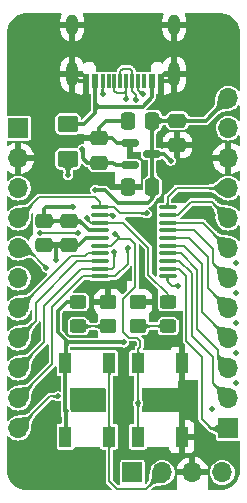
<source format=gbr>
%TF.GenerationSoftware,KiCad,Pcbnew,(6.0.8)*%
%TF.CreationDate,2023-05-03T15:07:47+02:00*%
%TF.ProjectId,Floppy Board v3.1,466c6f70-7079-4204-926f-617264207633,3.0*%
%TF.SameCoordinates,Original*%
%TF.FileFunction,Copper,L1,Top*%
%TF.FilePolarity,Positive*%
%FSLAX46Y46*%
G04 Gerber Fmt 4.6, Leading zero omitted, Abs format (unit mm)*
G04 Created by KiCad (PCBNEW (6.0.8)) date 2023-05-03 15:07:47*
%MOMM*%
%LPD*%
G01*
G04 APERTURE LIST*
G04 Aperture macros list*
%AMRoundRect*
0 Rectangle with rounded corners*
0 $1 Rounding radius*
0 $2 $3 $4 $5 $6 $7 $8 $9 X,Y pos of 4 corners*
0 Add a 4 corners polygon primitive as box body*
4,1,4,$2,$3,$4,$5,$6,$7,$8,$9,$2,$3,0*
0 Add four circle primitives for the rounded corners*
1,1,$1+$1,$2,$3*
1,1,$1+$1,$4,$5*
1,1,$1+$1,$6,$7*
1,1,$1+$1,$8,$9*
0 Add four rect primitives between the rounded corners*
20,1,$1+$1,$2,$3,$4,$5,0*
20,1,$1+$1,$4,$5,$6,$7,0*
20,1,$1+$1,$6,$7,$8,$9,0*
20,1,$1+$1,$8,$9,$2,$3,0*%
G04 Aperture macros list end*
%TA.AperFunction,SMDPad,CuDef*%
%ADD10RoundRect,0.250000X0.450000X-0.325000X0.450000X0.325000X-0.450000X0.325000X-0.450000X-0.325000X0*%
%TD*%
%TA.AperFunction,SMDPad,CuDef*%
%ADD11RoundRect,0.250000X-0.475000X0.337500X-0.475000X-0.337500X0.475000X-0.337500X0.475000X0.337500X0*%
%TD*%
%TA.AperFunction,SMDPad,CuDef*%
%ADD12R,1.100000X1.800000*%
%TD*%
%TA.AperFunction,SMDPad,CuDef*%
%ADD13RoundRect,0.250000X-0.450000X0.350000X-0.450000X-0.350000X0.450000X-0.350000X0.450000X0.350000X0*%
%TD*%
%TA.AperFunction,SMDPad,CuDef*%
%ADD14RoundRect,0.250000X0.337500X0.475000X-0.337500X0.475000X-0.337500X-0.475000X0.337500X-0.475000X0*%
%TD*%
%TA.AperFunction,ComponentPad*%
%ADD15R,1.700000X1.700000*%
%TD*%
%TA.AperFunction,ComponentPad*%
%ADD16O,1.700000X1.700000*%
%TD*%
%TA.AperFunction,SMDPad,CuDef*%
%ADD17RoundRect,0.250000X0.450000X-0.350000X0.450000X0.350000X-0.450000X0.350000X-0.450000X-0.350000X0*%
%TD*%
%TA.AperFunction,SMDPad,CuDef*%
%ADD18RoundRect,0.250000X0.475000X-0.337500X0.475000X0.337500X-0.475000X0.337500X-0.475000X-0.337500X0*%
%TD*%
%TA.AperFunction,SMDPad,CuDef*%
%ADD19RoundRect,0.250001X-0.624999X0.462499X-0.624999X-0.462499X0.624999X-0.462499X0.624999X0.462499X0*%
%TD*%
%TA.AperFunction,SMDPad,CuDef*%
%ADD20R,0.600000X1.150000*%
%TD*%
%TA.AperFunction,SMDPad,CuDef*%
%ADD21R,0.300000X1.150000*%
%TD*%
%TA.AperFunction,ComponentPad*%
%ADD22O,1.000000X2.100000*%
%TD*%
%TA.AperFunction,ComponentPad*%
%ADD23O,1.000000X1.800000*%
%TD*%
%TA.AperFunction,SMDPad,CuDef*%
%ADD24RoundRect,0.150000X-0.587500X-0.150000X0.587500X-0.150000X0.587500X0.150000X-0.587500X0.150000X0*%
%TD*%
%TA.AperFunction,SMDPad,CuDef*%
%ADD25RoundRect,0.100000X-0.637500X-0.100000X0.637500X-0.100000X0.637500X0.100000X-0.637500X0.100000X0*%
%TD*%
%TA.AperFunction,ViaPad*%
%ADD26C,0.460000*%
%TD*%
%TA.AperFunction,Conductor*%
%ADD27C,0.300000*%
%TD*%
%TA.AperFunction,Conductor*%
%ADD28C,0.200000*%
%TD*%
G04 APERTURE END LIST*
D10*
%TO.P,D4,1,K*%
%TO.N,Net-(D4-Pad1)*%
X158242000Y-98561000D03*
%TO.P,D4,2,A*%
%TO.N,+3V3*%
X158242000Y-96511000D03*
%TD*%
D11*
%TO.P,C1,1*%
%TO.N,+3V3*%
X155321000Y-89640500D03*
%TO.P,C1,2*%
%TO.N,GND*%
X155321000Y-91715500D03*
%TD*%
D12*
%TO.P,SW1,1,1*%
%TO.N,GND*%
X167000800Y-107900400D03*
X167000800Y-101700400D03*
%TO.P,SW1,2,2*%
%TO.N,NRST*%
X163300800Y-101700400D03*
X163300800Y-107900400D03*
%TD*%
D13*
%TO.P,R5,1*%
%TO.N,GND*%
X160797000Y-96536000D03*
%TO.P,R5,2*%
%TO.N,Net-(D4-Pad1)*%
X160797000Y-98536000D03*
%TD*%
D14*
%TO.P,C4,1*%
%TO.N,VBUS*%
X164511900Y-86766400D03*
%TO.P,C4,2*%
%TO.N,GND*%
X162436900Y-86766400D03*
%TD*%
%TO.P,C6,1*%
%TO.N,VBUS*%
X164508000Y-81153000D03*
%TO.P,C6,2*%
%TO.N,GND*%
X162433000Y-81153000D03*
%TD*%
D10*
%TO.P,D2,1,K*%
%TO.N,Net-(D2-Pad1)*%
X165862000Y-98561000D03*
%TO.P,D2,2,A*%
%TO.N,PC15*%
X165862000Y-96511000D03*
%TD*%
D15*
%TO.P,J1,1,Pin_1*%
%TO.N,+3V3*%
X162822000Y-110938000D03*
D16*
%TO.P,J1,2,Pin_2*%
%TO.N,PA14{slash}SWCLK{slash}BOOT0*%
X165362000Y-110938000D03*
%TO.P,J1,3,Pin_3*%
%TO.N,GND*%
X167902000Y-110938000D03*
%TO.P,J1,4,Pin_4*%
%TO.N,PA13{slash}SWDIO*%
X170442000Y-110938000D03*
%TD*%
D17*
%TO.P,R4,1*%
%TO.N,Net-(D2-Pad1)*%
X163307000Y-98536000D03*
%TO.P,R4,2*%
%TO.N,GND*%
X163307000Y-96536000D03*
%TD*%
D12*
%TO.P,SW2,1,1*%
%TO.N,+3V3*%
X157154000Y-101700400D03*
X157154000Y-107900400D03*
%TO.P,SW2,2,2*%
%TO.N,PA14{slash}SWCLK{slash}BOOT0*%
X160854000Y-101700400D03*
X160854000Y-107900400D03*
%TD*%
D18*
%TO.P,C5,1*%
%TO.N,+3V3*%
X160020000Y-84705100D03*
%TO.P,C5,2*%
%TO.N,GND*%
X160020000Y-82630100D03*
%TD*%
D19*
%TO.P,F1,1*%
%TO.N,/VUSB*%
X157378400Y-81418100D03*
%TO.P,F1,2*%
%TO.N,/VBUS_FUSED*%
X157378400Y-84393100D03*
%TD*%
D11*
%TO.P,C2,1*%
%TO.N,+3V3*%
X157480000Y-89640500D03*
%TO.P,C2,2*%
%TO.N,GND*%
X157480000Y-91715500D03*
%TD*%
D20*
%TO.P,J2,1,GND_1*%
%TO.N,GND*%
X165257000Y-77805500D03*
%TO.P,J2,2,VBUS*%
%TO.N,/VUSB*%
X164457000Y-77805500D03*
D21*
%TO.P,J2,3,SBU2*%
%TO.N,unconnected-(J2-Pad3)*%
X163807000Y-77805500D03*
%TO.P,J2,4,CC1*%
%TO.N,Net-(J2-Pad4)*%
X163307000Y-77805500D03*
%TO.P,J2,5,DN2*%
%TO.N,/D-*%
X162807000Y-77805500D03*
%TO.P,J2,6,DP1*%
%TO.N,/D+*%
X162307000Y-77805500D03*
%TO.P,J2,7,DN1*%
%TO.N,/D-*%
X161807000Y-77805500D03*
%TO.P,J2,8,DP2*%
%TO.N,/D+*%
X161307000Y-77805500D03*
%TO.P,J2,9,SBU1*%
%TO.N,unconnected-(J2-Pad9)*%
X160807000Y-77805500D03*
%TO.P,J2,10,CC2*%
%TO.N,Net-(J2-Pad10)*%
X160307000Y-77805500D03*
D20*
%TO.P,J2,11,VBUS*%
%TO.N,/VUSB*%
X159657000Y-77805500D03*
%TO.P,J2,12,GND_2*%
%TO.N,GND*%
X158857000Y-77805500D03*
D22*
%TO.P,J2,13,SHIELD*%
X157737000Y-77230500D03*
D23*
X157737000Y-73050500D03*
D22*
X166377000Y-77230500D03*
D23*
X166377000Y-73050500D03*
%TD*%
D24*
%TO.P,U3,1,GND*%
%TO.N,GND*%
X162638500Y-83022400D03*
%TO.P,U3,2,VOUT*%
%TO.N,+3V3*%
X162638500Y-84922400D03*
%TO.P,U3,3,VIN*%
%TO.N,VBUS*%
X164513500Y-83972400D03*
%TD*%
D11*
%TO.P,C7,1*%
%TO.N,VBUS*%
X166624000Y-81156900D03*
%TO.P,C7,2*%
%TO.N,GND*%
X166624000Y-83231900D03*
%TD*%
D25*
%TO.P,U1,1,PB7*%
%TO.N,PB7*%
X160078500Y-88481000D03*
%TO.P,U1,2,PC14*%
%TO.N,PC14*%
X160078500Y-89131000D03*
%TO.P,U1,3,PC15*%
%TO.N,PC15*%
X160078500Y-89781000D03*
%TO.P,U1,4,VDD/VDDA*%
%TO.N,+3V3*%
X160078500Y-90431000D03*
%TO.P,U1,5,VSS/VSSA*%
%TO.N,GND*%
X160078500Y-91081000D03*
%TO.P,U1,6,NRST*%
%TO.N,NRST*%
X160078500Y-91731000D03*
%TO.P,U1,7,PA0*%
%TO.N,PA0*%
X160078500Y-92381000D03*
%TO.P,U1,8,PA1*%
%TO.N,PA1*%
X160078500Y-93031000D03*
%TO.P,U1,9,PA2*%
%TO.N,PA2{slash}TX2*%
X160078500Y-93681000D03*
%TO.P,U1,10,PA3*%
%TO.N,PA3{slash}RX2*%
X160078500Y-94331000D03*
%TO.P,U1,11,PA4*%
%TO.N,PA4*%
X165803500Y-94331000D03*
%TO.P,U1,12,PA5*%
%TO.N,PA5*%
X165803500Y-93681000D03*
%TO.P,U1,13,PA6*%
%TO.N,PA6*%
X165803500Y-93031000D03*
%TO.P,U1,14,PA7*%
%TO.N,PA7*%
X165803500Y-92381000D03*
%TO.P,U1,15,PB0*%
%TO.N,PB0*%
X165803500Y-91731000D03*
%TO.P,U1,16,PA11*%
%TO.N,PA11*%
X165803500Y-91081000D03*
%TO.P,U1,17,PA12*%
%TO.N,PA12*%
X165803500Y-90431000D03*
%TO.P,U1,18,PA13/SWDIO*%
%TO.N,PA13{slash}SWDIO*%
X165803500Y-89781000D03*
%TO.P,U1,19,PA14/SWCLK*%
%TO.N,PA14{slash}SWCLK{slash}BOOT0*%
X165803500Y-89131000D03*
%TO.P,U1,20,PB3*%
%TO.N,PB3*%
X165803500Y-88481000D03*
%TD*%
D15*
%TO.P,J4,1,Pin_1*%
%TO.N,PA5*%
X170942000Y-107188000D03*
D16*
%TO.P,J4,2,Pin_2*%
%TO.N,PA6*%
X170942000Y-104648000D03*
%TO.P,J4,3,Pin_3*%
%TO.N,PA7*%
X170942000Y-102108000D03*
%TO.P,J4,4,Pin_4*%
%TO.N,PB0*%
X170942000Y-99568000D03*
%TO.P,J4,5,Pin_5*%
%TO.N,PA11*%
X170942000Y-97028000D03*
%TO.P,J4,6,Pin_6*%
%TO.N,PA12*%
X170942000Y-94488000D03*
%TO.P,J4,7,Pin_7*%
%TO.N,PA13{slash}SWDIO*%
X170942000Y-91948000D03*
%TO.P,J4,8,Pin_8*%
%TO.N,PA14{slash}SWCLK{slash}BOOT0*%
X170942000Y-89408000D03*
%TO.P,J4,9,Pin_9*%
%TO.N,PB3*%
X170942000Y-86868000D03*
%TO.P,J4,10,Pin_10*%
%TO.N,GND*%
X170942000Y-84328000D03*
%TO.P,J4,11,Pin_11*%
%TO.N,VCC*%
X170942000Y-81788000D03*
%TO.P,J4,12,Pin_12*%
%TO.N,VBUS*%
X170942000Y-79248000D03*
%TD*%
D15*
%TO.P,J3,1,Pin_1*%
%TO.N,VDD*%
X153162000Y-81788000D03*
D16*
%TO.P,J3,2,Pin_2*%
%TO.N,GND*%
X153162000Y-84328000D03*
%TO.P,J3,3,Pin_3*%
%TO.N,NRST*%
X153162000Y-86868000D03*
%TO.P,J3,4,Pin_4*%
%TO.N,PB7*%
X153162000Y-89408000D03*
%TO.P,J3,5,Pin_5*%
%TO.N,PC14*%
X153162000Y-91948000D03*
%TO.P,J3,6,Pin_6*%
%TO.N,PC15*%
X153162000Y-94488000D03*
%TO.P,J3,7,Pin_7*%
%TO.N,PA0*%
X153162000Y-97028000D03*
%TO.P,J3,8,Pin_8*%
%TO.N,PA1*%
X153162000Y-99568000D03*
%TO.P,J3,9,Pin_9*%
%TO.N,PA2{slash}TX2*%
X153162000Y-102108000D03*
%TO.P,J3,10,Pin_10*%
%TO.N,PA3{slash}RX2*%
X153162000Y-104648000D03*
%TO.P,J3,11,Pin_11*%
%TO.N,PA4*%
X153162000Y-107188000D03*
%TD*%
D26*
%TO.N,+3V3*%
X157175200Y-105765600D03*
X158597600Y-83566000D03*
X157813569Y-88420769D03*
X162132364Y-99931664D03*
%TO.N,GND*%
X165252400Y-105025100D03*
X162052000Y-105410000D03*
X164642800Y-96520000D03*
X162847500Y-100177600D03*
X154686000Y-104267000D03*
X164998400Y-99923600D03*
X171577000Y-100838000D03*
X171577000Y-98298000D03*
X170307000Y-73533000D03*
X170307000Y-76708000D03*
X156337000Y-92938600D03*
X171577000Y-93218000D03*
X160731200Y-95300800D03*
X154686000Y-99314000D03*
X154228800Y-110286800D03*
X168656000Y-83312000D03*
X152552400Y-98298000D03*
X153797000Y-90678000D03*
X152501600Y-88188800D03*
X171577000Y-95758000D03*
X158953200Y-105105200D03*
X171602400Y-88138000D03*
X158597600Y-110337600D03*
X171577000Y-90678000D03*
X153924000Y-78994000D03*
X162052000Y-74523600D03*
X153924000Y-73660000D03*
X163626800Y-92430600D03*
X159512000Y-99237800D03*
X162061005Y-101709200D03*
X169646600Y-89154000D03*
X165963600Y-97556500D03*
X154686000Y-101981000D03*
X157302200Y-97510600D03*
X164211000Y-109601000D03*
X154711400Y-94310200D03*
X171577000Y-103378000D03*
X169545000Y-105537000D03*
X164287200Y-90322400D03*
%TO.N,NRST*%
X163302401Y-105085431D03*
X158242000Y-90678000D03*
X154990800Y-90678000D03*
X161340800Y-90728800D03*
%TO.N,VBUS*%
X159664400Y-87020400D03*
X166065200Y-84531200D03*
%TO.N,PC15*%
X158943869Y-89417331D03*
%TO.N,PA2{slash}TX2*%
X161290000Y-92252800D03*
%TO.N,PA3{slash}RX2*%
X162414186Y-91903786D03*
%TO.N,/VBUS_FUSED*%
X157378400Y-85750400D03*
%TO.N,Net-(J2-Pad4)*%
X163728400Y-78917800D03*
%TO.N,/D-*%
X163118800Y-79375000D03*
%TO.N,/D+*%
X162280600Y-79349600D03*
%TO.N,Net-(J2-Pad10)*%
X160299400Y-78917800D03*
%TO.N,PB7*%
X164033200Y-89001600D03*
%TO.N,PC14*%
X161182786Y-89188571D03*
X155549600Y-93599000D03*
%TO.N,PA4*%
X166725600Y-95148400D03*
X156535500Y-104495600D03*
%TD*%
D27*
%TO.N,+3V3*%
X157154000Y-105744400D02*
X157154000Y-101700400D01*
X155546231Y-88420769D02*
X155321000Y-88646000D01*
X157411864Y-99950136D02*
X157411864Y-99947864D01*
X158347500Y-89640500D02*
X157480000Y-89640500D01*
X159138000Y-90431000D02*
X158347500Y-89640500D01*
X157175200Y-107879200D02*
X157154000Y-107900400D01*
X157154000Y-101700400D02*
X157167100Y-101687300D01*
X157260400Y-96511000D02*
X158242000Y-96511000D01*
X157167100Y-99703100D02*
X156540200Y-99076200D01*
X155321000Y-89640500D02*
X157480000Y-89640500D01*
X162132364Y-99931664D02*
X157411864Y-99931664D01*
X160078500Y-90431000D02*
X159138000Y-90431000D01*
X157411864Y-99947864D02*
X157167100Y-99703100D01*
X158603400Y-83571800D02*
X158603400Y-84333800D01*
X156540200Y-97231200D02*
X157260400Y-96511000D01*
X157167100Y-99864700D02*
X157167100Y-99703100D01*
X157411864Y-99931664D02*
X157411864Y-99950136D01*
X161209900Y-84705100D02*
X160020000Y-84705100D01*
X157411864Y-99931664D02*
X157395664Y-99931664D01*
X157167100Y-100194900D02*
X157167100Y-99864700D01*
X158974700Y-84705100D02*
X160020000Y-84705100D01*
X156540200Y-99076200D02*
X156540200Y-97231200D01*
X157411864Y-99931664D02*
X157234064Y-99931664D01*
X161427200Y-84922400D02*
X161209900Y-84705100D01*
X155321000Y-88646000D02*
X155321000Y-89640500D01*
X157411864Y-99950136D02*
X157167100Y-100194900D01*
X158603400Y-84333800D02*
X158974700Y-84705100D01*
X157813569Y-88420769D02*
X155546231Y-88420769D01*
X157234064Y-99931664D02*
X157167100Y-99864700D01*
X162638500Y-84922400D02*
X161427200Y-84922400D01*
X157175200Y-105765600D02*
X157154000Y-105744400D01*
X158597600Y-83566000D02*
X158603400Y-83571800D01*
X157175200Y-105765600D02*
X157175200Y-107879200D01*
X157167100Y-101687300D02*
X157167100Y-100194900D01*
%TO.N,GND*%
X165802000Y-77805500D02*
X166377000Y-77230500D01*
X158296700Y-91715500D02*
X157480000Y-91715500D01*
X158931200Y-91081000D02*
X158296700Y-91715500D01*
X158312000Y-77805500D02*
X157737000Y-77230500D01*
X160020000Y-81737200D02*
X160604200Y-81153000D01*
X157480000Y-91715500D02*
X156337000Y-91715500D01*
X156337000Y-91715500D02*
X156337000Y-92938600D01*
X160078500Y-91081000D02*
X158931200Y-91081000D01*
X161483000Y-83022400D02*
X162638500Y-83022400D01*
X155321000Y-91715500D02*
X156337000Y-91715500D01*
X160604200Y-81153000D02*
X162433000Y-81153000D01*
X158857000Y-77805500D02*
X158312000Y-77805500D01*
X160020000Y-82630100D02*
X160020000Y-81737200D01*
X161090700Y-82630100D02*
X161483000Y-83022400D01*
X160020000Y-82630100D02*
X161090700Y-82630100D01*
X165257000Y-77805500D02*
X165802000Y-77805500D01*
D28*
%TO.N,NRST*%
X162509200Y-99517200D02*
X163220400Y-99517200D01*
X161594800Y-90982800D02*
X161594800Y-91186000D01*
X163322000Y-101679200D02*
X163300800Y-101700400D01*
X161594800Y-91186000D02*
X161645600Y-91135200D01*
X163300800Y-105083830D02*
X163300800Y-101700400D01*
X161747200Y-91135200D02*
X162610800Y-91135200D01*
X163322000Y-100452634D02*
X163322000Y-101679200D01*
X163300800Y-105087032D02*
X163300800Y-107900400D01*
X160078500Y-91731000D02*
X161049800Y-91731000D01*
X163068000Y-95197183D02*
X162001200Y-96263983D01*
X162001200Y-99009200D02*
X162509200Y-99517200D01*
X161569400Y-90957400D02*
X161594800Y-90982800D01*
X163302401Y-105085431D02*
X163300800Y-105083830D01*
X158242000Y-90678000D02*
X154990800Y-90678000D01*
X161569400Y-90957400D02*
X161747200Y-91135200D01*
X161645600Y-91135200D02*
X161747200Y-91135200D01*
X161340800Y-90728800D02*
X161569400Y-90957400D01*
X163499800Y-100274834D02*
X163322000Y-100452634D01*
X161049800Y-91731000D02*
X161594800Y-91186000D01*
X162610800Y-91135200D02*
X163068000Y-91592400D01*
X163068000Y-91592400D02*
X163068000Y-95197183D01*
X162001200Y-96263983D02*
X162001200Y-99009200D01*
X163220400Y-99517200D02*
X163499800Y-99796600D01*
X163302401Y-105085431D02*
X163300800Y-105087032D01*
X163499800Y-99796600D02*
X163499800Y-100274834D01*
%TO.N,PA14{slash}SWCLK{slash}BOOT0*%
X165803500Y-89131000D02*
X166697800Y-89131000D01*
X165362000Y-110938000D02*
X165362000Y-110939200D01*
X165362000Y-110939200D02*
X163993200Y-112308000D01*
X167792400Y-88036400D02*
X169570400Y-88036400D01*
X161482400Y-112308000D02*
X160854000Y-111679600D01*
X166697800Y-89131000D02*
X167792400Y-88036400D01*
X160854000Y-101700400D02*
X160854000Y-107900400D01*
X160854000Y-111679600D02*
X160854000Y-108383000D01*
X163993200Y-112308000D02*
X161482400Y-112308000D01*
X169570400Y-88036400D02*
X170942000Y-89408000D01*
D27*
%TO.N,VBUS*%
X164508000Y-81153000D02*
X164508000Y-83966900D01*
X166624000Y-81156900D02*
X164511900Y-81156900D01*
X164508000Y-83966900D02*
X164513500Y-83972400D01*
X164513500Y-83972400D02*
X164513500Y-86764800D01*
X166624000Y-81156900D02*
X169033100Y-81156900D01*
X161594800Y-88138000D02*
X164134800Y-88138000D01*
X165506400Y-83972400D02*
X164513500Y-83972400D01*
X160477200Y-87020400D02*
X161594800Y-88138000D01*
X164511900Y-87760900D02*
X164511900Y-86766400D01*
X159664400Y-87020400D02*
X160477200Y-87020400D01*
X164513500Y-86764800D02*
X164511900Y-86766400D01*
X164134800Y-88138000D02*
X164511900Y-87760900D01*
X164511900Y-81156900D02*
X164508000Y-81153000D01*
X166065200Y-84531200D02*
X165506400Y-83972400D01*
X169033100Y-81156900D02*
X170942000Y-79248000D01*
D28*
%TO.N,Net-(D2-Pad1)*%
X165837000Y-98536000D02*
X165862000Y-98561000D01*
X163307000Y-98536000D02*
X165837000Y-98536000D01*
%TO.N,PC15*%
X165862000Y-96511000D02*
X165862000Y-95859600D01*
X164185600Y-94183200D02*
X164185600Y-91897200D01*
X164185600Y-91897200D02*
X162069400Y-89781000D01*
X159307538Y-89781000D02*
X158943869Y-89417331D01*
X160078500Y-89781000D02*
X159307538Y-89781000D01*
X162069400Y-89781000D02*
X160078500Y-89781000D01*
X165862000Y-95859600D02*
X164185600Y-94183200D01*
%TO.N,PA2{slash}TX2*%
X161131800Y-93681000D02*
X160078500Y-93681000D01*
X155346400Y-96824800D02*
X155346400Y-99923600D01*
X158490200Y-93681000D02*
X155346400Y-96824800D01*
X160078500Y-93681000D02*
X158490200Y-93681000D01*
X161290000Y-92252800D02*
X161290000Y-93522800D01*
X161290000Y-93522800D02*
X161131800Y-93681000D01*
X155346400Y-99923600D02*
X153162000Y-102108000D01*
%TO.N,PA3{slash}RX2*%
X162414186Y-93262214D02*
X161345400Y-94331000D01*
X158653000Y-94331000D02*
X156057600Y-96926400D01*
X161345400Y-94331000D02*
X160078500Y-94331000D01*
X156057600Y-96926400D02*
X156057600Y-101752400D01*
X156057600Y-101752400D02*
X153162000Y-104648000D01*
X162414186Y-91903786D02*
X162414186Y-93262214D01*
X160078500Y-94331000D02*
X158653000Y-94331000D01*
D27*
%TO.N,/VBUS_FUSED*%
X157378400Y-84393100D02*
X157378400Y-85750400D01*
D28*
%TO.N,Net-(J2-Pad4)*%
X163307000Y-78547200D02*
X163307000Y-77805500D01*
X163677600Y-78917800D02*
X163307000Y-78547200D01*
X163728400Y-78917800D02*
X163677600Y-78917800D01*
%TO.N,/D-*%
X161807000Y-76953000D02*
X161807000Y-77805500D01*
X163118800Y-79375000D02*
X163118800Y-78979801D01*
X162807000Y-78668001D02*
X162807000Y-77805500D01*
X162807000Y-77805500D02*
X162807000Y-76955000D01*
X162001200Y-76758800D02*
X161807000Y-76953000D01*
X162807000Y-76955000D02*
X162610800Y-76758800D01*
X162610800Y-76758800D02*
X162001200Y-76758800D01*
X163118800Y-78979801D02*
X162807000Y-78668001D01*
%TO.N,/D+*%
X162120800Y-78816700D02*
X162307000Y-78630500D01*
X162280600Y-79349600D02*
X162307000Y-79323200D01*
X162181500Y-78816700D02*
X162307000Y-78942200D01*
X161307000Y-78630500D02*
X161493200Y-78816700D01*
X162307000Y-78942200D02*
X162307000Y-77805500D01*
X162120800Y-78816700D02*
X162181500Y-78816700D01*
X161493200Y-78816700D02*
X162120800Y-78816700D01*
X161307000Y-77805500D02*
X161307000Y-78630500D01*
X162307000Y-79323200D02*
X162307000Y-78942200D01*
X162307000Y-78630500D02*
X162307000Y-77805500D01*
%TO.N,Net-(J2-Pad10)*%
X160307000Y-77805500D02*
X160307000Y-78910200D01*
X160307000Y-78910200D02*
X160299400Y-78917800D01*
%TO.N,PB7*%
X161772600Y-89001600D02*
X161252000Y-88481000D01*
X164033200Y-89001600D02*
X161772600Y-89001600D01*
X154940000Y-87630000D02*
X153162000Y-89408000D01*
X159639000Y-87630000D02*
X154940000Y-87630000D01*
X161252000Y-88481000D02*
X160078500Y-88481000D01*
X160078500Y-88481000D02*
X160078500Y-88069500D01*
X160078500Y-88069500D02*
X159639000Y-87630000D01*
%TO.N,PC14*%
X153898600Y-91948000D02*
X153162000Y-91948000D01*
X161125215Y-89131000D02*
X160078500Y-89131000D01*
X161182786Y-89188571D02*
X161125215Y-89131000D01*
X155549600Y-93599000D02*
X153898600Y-91948000D01*
%TO.N,PA0*%
X153212800Y-97028000D02*
X153162000Y-97028000D01*
X160078500Y-92381000D02*
X159028200Y-92381000D01*
X157632400Y-92608400D02*
X153212800Y-97028000D01*
X159028200Y-92381000D02*
X158800800Y-92608400D01*
X158800800Y-92608400D02*
X157632400Y-92608400D01*
%TO.N,PA1*%
X154635200Y-96570800D02*
X154635200Y-98094800D01*
X158175000Y-93031000D02*
X154635200Y-96570800D01*
X154635200Y-98094800D02*
X153162000Y-99568000D01*
X160078500Y-93031000D02*
X158175000Y-93031000D01*
%TO.N,PA4*%
X166725600Y-95148400D02*
X166166800Y-95148400D01*
X155854400Y-104495600D02*
X153162000Y-107188000D01*
X165803500Y-94785100D02*
X165803500Y-94331000D01*
X156535500Y-104495600D02*
X155854400Y-104495600D01*
X166166800Y-95148400D02*
X165803500Y-94785100D01*
%TO.N,PB3*%
X165803500Y-88481000D02*
X165803500Y-87637700D01*
X166573200Y-86868000D02*
X170942000Y-86868000D01*
X165803500Y-87637700D02*
X166573200Y-86868000D01*
%TO.N,PA13{slash}SWDIO*%
X168775000Y-89781000D02*
X170942000Y-91948000D01*
X165803500Y-89781000D02*
X168775000Y-89781000D01*
%TO.N,PA12*%
X169672000Y-92049600D02*
X169672000Y-93218000D01*
X169672000Y-93218000D02*
X170942000Y-94488000D01*
X165803500Y-90431000D02*
X168053400Y-90431000D01*
X168053400Y-90431000D02*
X169672000Y-92049600D01*
%TO.N,PA11*%
X167585800Y-91081000D02*
X169214800Y-92710000D01*
X165803500Y-91081000D02*
X167585800Y-91081000D01*
X169214800Y-92710000D02*
X169214800Y-95300800D01*
X169214800Y-95300800D02*
X170942000Y-97028000D01*
%TO.N,PB0*%
X167169000Y-91731000D02*
X168757600Y-93319600D01*
X168757600Y-97383600D02*
X170942000Y-99568000D01*
X165803500Y-91731000D02*
X167169000Y-91731000D01*
X168757600Y-93319600D02*
X168757600Y-97383600D01*
%TO.N,PA7*%
X165803500Y-92381000D02*
X166904600Y-92381000D01*
X170078400Y-101244400D02*
X170942000Y-102108000D01*
X170078400Y-100533200D02*
X170078400Y-101244400D01*
X168300400Y-98755200D02*
X170078400Y-100533200D01*
X166904600Y-92381000D02*
X168300400Y-93776800D01*
X168300400Y-93776800D02*
X168300400Y-98755200D01*
%TO.N,PA6*%
X169621200Y-103327200D02*
X170942000Y-104648000D01*
X166792600Y-93031000D02*
X167843200Y-94081600D01*
X167843200Y-94081600D02*
X167843200Y-99415600D01*
X167843200Y-99415600D02*
X169621200Y-101193600D01*
X165803500Y-93031000D02*
X166792600Y-93031000D01*
X169621200Y-101193600D02*
X169621200Y-103327200D01*
%TO.N,PA5*%
X168706800Y-106426000D02*
X169468800Y-107188000D01*
X165803500Y-93681000D02*
X166782200Y-93681000D01*
X167386000Y-94284800D02*
X167386000Y-99822000D01*
X169468800Y-107188000D02*
X170942000Y-107188000D01*
X168706800Y-101142800D02*
X168706800Y-106426000D01*
X166782200Y-93681000D02*
X167386000Y-94284800D01*
X167386000Y-99822000D02*
X168706800Y-101142800D01*
D27*
%TO.N,/VUSB*%
X159939600Y-79955000D02*
X159657000Y-79672400D01*
X159657000Y-79992000D02*
X159657000Y-79672400D01*
X159657000Y-79672400D02*
X159657000Y-77805500D01*
X157378400Y-81418100D02*
X158713500Y-81418100D01*
X163681800Y-79955000D02*
X159939600Y-79955000D01*
X159657000Y-80474600D02*
X159657000Y-80231200D01*
X159939600Y-79955000D02*
X159694000Y-79955000D01*
X158713500Y-81418100D02*
X159657000Y-80474600D01*
X159933200Y-79955000D02*
X159657000Y-80231200D01*
X159939600Y-79955000D02*
X159933200Y-79955000D01*
X159694000Y-79955000D02*
X159657000Y-79992000D01*
X164457000Y-77805500D02*
X164457000Y-79179800D01*
X159657000Y-80231200D02*
X159657000Y-79992000D01*
X164457000Y-79179800D02*
X163681800Y-79955000D01*
D28*
%TO.N,Net-(D4-Pad1)*%
X158242000Y-98561000D02*
X160772000Y-98561000D01*
X160772000Y-98561000D02*
X160797000Y-98536000D01*
%TD*%
%TA.AperFunction,Conductor*%
%TO.N,+3V3*%
G36*
X162513634Y-84658074D02*
G01*
X162779731Y-84913967D01*
X162783319Y-84922171D01*
X162779731Y-84930833D01*
X162513634Y-85186726D01*
X162505295Y-85189991D01*
X162500382Y-85188803D01*
X162459760Y-85168929D01*
X162417184Y-85148161D01*
X162417106Y-85148124D01*
X162378124Y-85130023D01*
X162378038Y-85129983D01*
X162368521Y-85126022D01*
X162364004Y-85124142D01*
X162357683Y-85117799D01*
X162356800Y-85113340D01*
X162356800Y-85064600D01*
X162060200Y-85064600D01*
X162051927Y-85061173D01*
X162048500Y-85052900D01*
X162048500Y-84783902D01*
X162051927Y-84775629D01*
X162060000Y-84772204D01*
X162114265Y-84771277D01*
X162114286Y-84771276D01*
X162114415Y-84771274D01*
X162114540Y-84771266D01*
X162114552Y-84771266D01*
X162140226Y-84769718D01*
X162170989Y-84767864D01*
X162220060Y-84762121D01*
X162263463Y-84753994D01*
X162271716Y-84751792D01*
X162302835Y-84743488D01*
X162302844Y-84743485D01*
X162303036Y-84743434D01*
X162340615Y-84730391D01*
X162378038Y-84714816D01*
X162417140Y-84696659D01*
X162417150Y-84696654D01*
X162417184Y-84696638D01*
X162459760Y-84675870D01*
X162500382Y-84655997D01*
X162509320Y-84655440D01*
X162513634Y-84658074D01*
G37*
%TD.AperFunction*%
%TD*%
%TA.AperFunction,Conductor*%
%TO.N,VBUS*%
G36*
X166374014Y-80634015D02*
G01*
X166917750Y-81156900D01*
X166624000Y-81439385D01*
X166622408Y-81440916D01*
X166374014Y-81679785D01*
X166365675Y-81683050D01*
X166360437Y-81681695D01*
X166262624Y-81629972D01*
X166261964Y-81629595D01*
X166173072Y-81574884D01*
X166172632Y-81574599D01*
X166094822Y-81521762D01*
X166094714Y-81521688D01*
X166023211Y-81471947D01*
X166023118Y-81471882D01*
X166023034Y-81471827D01*
X166023014Y-81471814D01*
X165953272Y-81426567D01*
X165953268Y-81426565D01*
X165953079Y-81426442D01*
X165879769Y-81386588D01*
X165798324Y-81353514D01*
X165703875Y-81328412D01*
X165703534Y-81328364D01*
X165703531Y-81328363D01*
X165610023Y-81315097D01*
X165591556Y-81312477D01*
X165591279Y-81312466D01*
X165591273Y-81312465D01*
X165567614Y-81311488D01*
X165567372Y-81311478D01*
X165567368Y-81311478D01*
X165456500Y-81306900D01*
X165456500Y-81006900D01*
X165576372Y-81001949D01*
X165591273Y-81001334D01*
X165591279Y-81001333D01*
X165591556Y-81001322D01*
X165654761Y-80992355D01*
X165703531Y-80985436D01*
X165703534Y-80985435D01*
X165703875Y-80985387D01*
X165798324Y-80960285D01*
X165879769Y-80927211D01*
X165953079Y-80887357D01*
X165988165Y-80864594D01*
X166023014Y-80841985D01*
X166023034Y-80841972D01*
X166023118Y-80841917D01*
X166094714Y-80792111D01*
X166094822Y-80792037D01*
X166172632Y-80739200D01*
X166173072Y-80738915D01*
X166261964Y-80684204D01*
X166262628Y-80683825D01*
X166360436Y-80632105D01*
X166369350Y-80631267D01*
X166374014Y-80634015D01*
G37*
%TD.AperFunction*%
%TD*%
%TA.AperFunction,Conductor*%
%TO.N,PC15*%
G36*
X160173031Y-89604604D02*
G01*
X160177262Y-89606677D01*
X160197327Y-89616510D01*
X160197328Y-89616511D01*
X160211407Y-89623413D01*
X160225434Y-89630290D01*
X160251213Y-89642362D01*
X160258775Y-89645547D01*
X160275713Y-89652682D01*
X160275726Y-89652687D01*
X160275878Y-89652751D01*
X160300644Y-89661478D01*
X160313870Y-89665073D01*
X160326504Y-89668507D01*
X160326512Y-89668509D01*
X160326726Y-89668567D01*
X160342040Y-89671497D01*
X160355143Y-89674004D01*
X160355146Y-89674004D01*
X160355337Y-89674041D01*
X160355537Y-89674065D01*
X160387526Y-89677902D01*
X160387531Y-89677902D01*
X160387694Y-89677922D01*
X160425010Y-89680234D01*
X160428944Y-89680303D01*
X160457006Y-89680798D01*
X160465218Y-89684370D01*
X160468500Y-89692496D01*
X160468500Y-89869504D01*
X160465073Y-89877777D01*
X160457006Y-89881202D01*
X160432826Y-89881628D01*
X160425010Y-89881765D01*
X160387694Y-89884077D01*
X160387531Y-89884097D01*
X160387526Y-89884097D01*
X160355537Y-89887934D01*
X160355337Y-89887958D01*
X160355146Y-89887995D01*
X160355143Y-89887995D01*
X160343352Y-89890251D01*
X160326726Y-89893432D01*
X160326512Y-89893490D01*
X160326504Y-89893492D01*
X160313870Y-89896926D01*
X160300644Y-89900521D01*
X160275878Y-89909248D01*
X160275726Y-89909312D01*
X160275713Y-89909317D01*
X160258775Y-89916452D01*
X160251213Y-89919637D01*
X160225434Y-89931709D01*
X160211407Y-89938586D01*
X160197328Y-89945488D01*
X160197327Y-89945489D01*
X160173032Y-89957395D01*
X160164095Y-89957959D01*
X160159773Y-89955322D01*
X160080179Y-89878780D01*
X159978500Y-89781000D01*
X160078500Y-89684834D01*
X160083284Y-89680234D01*
X160159774Y-89606677D01*
X160168112Y-89603412D01*
X160173031Y-89604604D01*
G37*
%TD.AperFunction*%
%TD*%
%TA.AperFunction,Conductor*%
%TO.N,NRST*%
G36*
X163419110Y-100602627D02*
G01*
X163422524Y-100610351D01*
X163428007Y-100727030D01*
X163428151Y-100730099D01*
X163445573Y-100838085D01*
X163472714Y-100928182D01*
X163508025Y-101005411D01*
X163508190Y-101005684D01*
X163508191Y-101005686D01*
X163523514Y-101031042D01*
X163525200Y-101037093D01*
X163525200Y-101625400D01*
X163624485Y-101625400D01*
X163632758Y-101628827D01*
X163636185Y-101637100D01*
X163632600Y-101645528D01*
X163570235Y-101705579D01*
X163290231Y-101975196D01*
X162978213Y-101624718D01*
X162821050Y-101448182D01*
X162818109Y-101439724D01*
X162819706Y-101434466D01*
X162873447Y-101343178D01*
X162873952Y-101342395D01*
X162931609Y-101260201D01*
X162932009Y-101259664D01*
X162988258Y-101188514D01*
X162988405Y-101188331D01*
X163041857Y-101123443D01*
X163041910Y-101123379D01*
X163091086Y-101060028D01*
X163091211Y-101059837D01*
X163091217Y-101059828D01*
X163126531Y-101005686D01*
X163134470Y-100993515D01*
X163170657Y-100919008D01*
X163198244Y-100831674D01*
X163204673Y-100793284D01*
X163215769Y-100727030D01*
X163215769Y-100727025D01*
X163215827Y-100726682D01*
X163221461Y-100610334D01*
X163225284Y-100602236D01*
X163233147Y-100599200D01*
X163410837Y-100599200D01*
X163419110Y-100602627D01*
G37*
%TD.AperFunction*%
%TD*%
%TA.AperFunction,Conductor*%
%TO.N,PA14{slash}SWCLK{slash}BOOT0*%
G36*
X161119985Y-107901991D02*
G01*
X161119985Y-107901992D01*
X161343087Y-108133990D01*
X161346352Y-108142329D01*
X161344955Y-108147648D01*
X161294051Y-108242154D01*
X161293564Y-108242976D01*
X161238399Y-108327968D01*
X161237995Y-108328551D01*
X161183699Y-108402035D01*
X161183526Y-108402263D01*
X161131532Y-108469146D01*
X161083420Y-108534203D01*
X161040754Y-108602249D01*
X161005007Y-108678218D01*
X160977651Y-108767044D01*
X160977589Y-108767424D01*
X160977587Y-108767431D01*
X160965138Y-108843308D01*
X160960158Y-108873660D01*
X160960142Y-108873999D01*
X160954531Y-108991856D01*
X160950714Y-108999957D01*
X160942844Y-109003000D01*
X160765156Y-109003000D01*
X160756883Y-108999573D01*
X160753469Y-108991856D01*
X160747856Y-108873983D01*
X160747841Y-108873660D01*
X160747786Y-108873326D01*
X160730412Y-108767431D01*
X160730410Y-108767424D01*
X160730348Y-108767044D01*
X160702992Y-108678218D01*
X160667245Y-108602249D01*
X160624579Y-108534203D01*
X160576467Y-108469146D01*
X160524473Y-108402263D01*
X160524300Y-108402035D01*
X160470004Y-108328551D01*
X160469600Y-108327968D01*
X160414435Y-108242976D01*
X160413948Y-108242154D01*
X160363045Y-108147648D01*
X160362139Y-108138739D01*
X160364913Y-108133990D01*
X160587932Y-107902078D01*
X160854000Y-107625400D01*
X161119985Y-107901991D01*
G37*
%TD.AperFunction*%
%TD*%
%TA.AperFunction,Conductor*%
%TO.N,VBUS*%
G36*
X164654770Y-83380327D02*
G01*
X164658194Y-83388401D01*
X164659118Y-83443011D01*
X164662523Y-83499790D01*
X164668289Y-83549056D01*
X164676491Y-83592632D01*
X164687203Y-83632341D01*
X164700499Y-83670003D01*
X164716454Y-83707442D01*
X164716509Y-83707557D01*
X164716514Y-83707568D01*
X164719316Y-83713420D01*
X164735143Y-83746478D01*
X164756639Y-83788934D01*
X164781019Y-83836632D01*
X164516291Y-84122374D01*
X164246893Y-83852471D01*
X164243474Y-83844195D01*
X164244568Y-83839268D01*
X164264105Y-83797338D01*
X164284431Y-83753546D01*
X164302147Y-83713420D01*
X164304462Y-83707568D01*
X164317248Y-83675240D01*
X164317251Y-83675232D01*
X164317313Y-83675075D01*
X164319045Y-83669823D01*
X164329920Y-83636830D01*
X164329987Y-83636628D01*
X164340226Y-83596193D01*
X164348089Y-83551888D01*
X164353634Y-83501826D01*
X164356918Y-83444125D01*
X164356939Y-83442855D01*
X164357815Y-83388412D01*
X164361374Y-83380195D01*
X164369513Y-83376900D01*
X164646497Y-83376900D01*
X164654770Y-83380327D01*
G37*
%TD.AperFunction*%
%TD*%
%TA.AperFunction,Conductor*%
%TO.N,PB7*%
G36*
X163938907Y-88800333D02*
G01*
X164139431Y-88993167D01*
X164143019Y-89001371D01*
X164139431Y-89010033D01*
X163938907Y-89202867D01*
X163930568Y-89206132D01*
X163925553Y-89204893D01*
X163895260Y-89189704D01*
X163895060Y-89189601D01*
X163862108Y-89172278D01*
X163862104Y-89172276D01*
X163832325Y-89156608D01*
X163832314Y-89156602D01*
X163832222Y-89156554D01*
X163803981Y-89142592D01*
X163775850Y-89130496D01*
X163757687Y-89124271D01*
X163746531Y-89120448D01*
X163746527Y-89120447D01*
X163746297Y-89120368D01*
X163713789Y-89112311D01*
X163706113Y-89111091D01*
X163676996Y-89106461D01*
X163676985Y-89106460D01*
X163676792Y-89106429D01*
X163676596Y-89106413D01*
X163676583Y-89106411D01*
X163633964Y-89102840D01*
X163633773Y-89102824D01*
X163611868Y-89102294D01*
X163594617Y-89101876D01*
X163586429Y-89098249D01*
X163583200Y-89090179D01*
X163583200Y-88913020D01*
X163586627Y-88904747D01*
X163594616Y-88901323D01*
X163633773Y-88900375D01*
X163633964Y-88900359D01*
X163676583Y-88896788D01*
X163676596Y-88896786D01*
X163676792Y-88896770D01*
X163676985Y-88896739D01*
X163676996Y-88896738D01*
X163706113Y-88892108D01*
X163713789Y-88890888D01*
X163746297Y-88882831D01*
X163746527Y-88882752D01*
X163746531Y-88882751D01*
X163757687Y-88878928D01*
X163775850Y-88872703D01*
X163803981Y-88860607D01*
X163832222Y-88846645D01*
X163862108Y-88830921D01*
X163895060Y-88813598D01*
X163895260Y-88813495D01*
X163925553Y-88798307D01*
X163934485Y-88797662D01*
X163938907Y-88800333D01*
G37*
%TD.AperFunction*%
%TD*%
%TA.AperFunction,Conductor*%
%TO.N,PC15*%
G36*
X159997226Y-89606677D02*
G01*
X160076821Y-89683220D01*
X160178500Y-89781000D01*
X159997226Y-89955323D01*
X159988888Y-89958588D01*
X159983970Y-89957396D01*
X159959672Y-89945489D01*
X159959671Y-89945488D01*
X159945592Y-89938586D01*
X159931565Y-89931709D01*
X159905786Y-89919637D01*
X159898224Y-89916452D01*
X159881286Y-89909317D01*
X159881273Y-89909312D01*
X159881121Y-89909248D01*
X159856355Y-89900521D01*
X159843129Y-89896926D01*
X159830495Y-89893492D01*
X159830487Y-89893490D01*
X159830273Y-89893432D01*
X159813647Y-89890251D01*
X159801856Y-89887995D01*
X159801853Y-89887995D01*
X159801662Y-89887958D01*
X159801462Y-89887934D01*
X159769473Y-89884097D01*
X159769468Y-89884097D01*
X159769305Y-89884077D01*
X159731989Y-89881765D01*
X159724314Y-89881630D01*
X159699994Y-89881202D01*
X159691783Y-89877630D01*
X159688500Y-89869504D01*
X159688500Y-89692496D01*
X159691927Y-89684223D01*
X159699994Y-89680798D01*
X159728087Y-89680303D01*
X159731989Y-89680234D01*
X159769305Y-89677922D01*
X159769468Y-89677902D01*
X159769473Y-89677902D01*
X159801462Y-89674065D01*
X159801662Y-89674041D01*
X159801853Y-89674004D01*
X159801856Y-89674004D01*
X159814959Y-89671497D01*
X159830273Y-89668567D01*
X159830487Y-89668509D01*
X159830495Y-89668507D01*
X159843129Y-89665073D01*
X159856355Y-89661478D01*
X159881121Y-89652751D01*
X159881273Y-89652687D01*
X159881286Y-89652682D01*
X159898224Y-89645547D01*
X159905786Y-89642362D01*
X159931565Y-89630290D01*
X159959672Y-89616510D01*
X159983969Y-89604604D01*
X159992905Y-89604040D01*
X159997226Y-89606677D01*
G37*
%TD.AperFunction*%
%TD*%
%TA.AperFunction,Conductor*%
%TO.N,PA11*%
G36*
X169825950Y-95769677D02*
G01*
X169967229Y-95896379D01*
X170104840Y-95990377D01*
X170151539Y-96012616D01*
X170233810Y-96051794D01*
X170233815Y-96051796D01*
X170234233Y-96051995D01*
X170234679Y-96052127D01*
X170358751Y-96088844D01*
X170358757Y-96088845D01*
X170359114Y-96088951D01*
X170359483Y-96089010D01*
X170359485Y-96089011D01*
X170482969Y-96108930D01*
X170482982Y-96108932D01*
X170483183Y-96108964D01*
X170483392Y-96108982D01*
X170483402Y-96108983D01*
X170610143Y-96119755D01*
X170743486Y-96129027D01*
X170743899Y-96129064D01*
X170832102Y-96138569D01*
X170887101Y-96144497D01*
X170887992Y-96144628D01*
X171044829Y-96173877D01*
X171045952Y-96174145D01*
X171104725Y-96191250D01*
X171212689Y-96222672D01*
X171219674Y-96228274D01*
X171221117Y-96233677D01*
X171242282Y-97316355D01*
X171239017Y-97324694D01*
X171230355Y-97328282D01*
X170147677Y-97307117D01*
X170139473Y-97303529D01*
X170136672Y-97298689D01*
X170088145Y-97131954D01*
X170087877Y-97130829D01*
X170058628Y-96973992D01*
X170058497Y-96973101D01*
X170043065Y-96829913D01*
X170043026Y-96829471D01*
X170033755Y-96696143D01*
X170022983Y-96569402D01*
X170022982Y-96569392D01*
X170022964Y-96569183D01*
X170022932Y-96568982D01*
X170022930Y-96568969D01*
X170003011Y-96445485D01*
X170003010Y-96445483D01*
X170002951Y-96445114D01*
X169965995Y-96320233D01*
X169904377Y-96190840D01*
X169810379Y-96053229D01*
X169683678Y-95911950D01*
X169680705Y-95903504D01*
X169684115Y-95895866D01*
X169809866Y-95770115D01*
X169818139Y-95766688D01*
X169825950Y-95769677D01*
G37*
%TD.AperFunction*%
%TD*%
%TA.AperFunction,Conductor*%
%TO.N,PB3*%
G36*
X165900277Y-88094427D02*
G01*
X165903702Y-88102494D01*
X165904265Y-88134489D01*
X165906577Y-88171805D01*
X165910458Y-88204162D01*
X165915932Y-88232773D01*
X165923021Y-88258855D01*
X165931748Y-88283621D01*
X165942137Y-88308286D01*
X165954209Y-88334065D01*
X165961086Y-88348092D01*
X165967988Y-88362171D01*
X165967989Y-88362172D01*
X165979896Y-88386467D01*
X165979896Y-88386468D01*
X165980460Y-88395405D01*
X165977824Y-88399725D01*
X165811933Y-88572231D01*
X165803729Y-88575819D01*
X165795067Y-88572231D01*
X165629177Y-88399726D01*
X165625912Y-88391387D01*
X165627104Y-88386468D01*
X165639010Y-88362172D01*
X165652790Y-88334065D01*
X165664862Y-88308286D01*
X165675251Y-88283621D01*
X165683978Y-88258855D01*
X165691067Y-88232773D01*
X165696541Y-88204162D01*
X165700422Y-88171805D01*
X165702734Y-88134489D01*
X165703298Y-88102494D01*
X165706870Y-88094282D01*
X165714996Y-88091000D01*
X165892004Y-88091000D01*
X165900277Y-88094427D01*
G37*
%TD.AperFunction*%
%TD*%
%TA.AperFunction,Conductor*%
%TO.N,PC14*%
G36*
X153769168Y-91353519D02*
G01*
X153891655Y-91484628D01*
X153892218Y-91485278D01*
X153992293Y-91609850D01*
X153992813Y-91610550D01*
X154072210Y-91726034D01*
X154072593Y-91726628D01*
X154138971Y-91836908D01*
X154139118Y-91837162D01*
X154200004Y-91945954D01*
X154262820Y-92056730D01*
X154335036Y-92173019D01*
X154424193Y-92298470D01*
X154537830Y-92436736D01*
X154662755Y-92569442D01*
X154675707Y-92583201D01*
X154678883Y-92591574D01*
X154675461Y-92599494D01*
X154549780Y-92725175D01*
X154541507Y-92728602D01*
X154533835Y-92725735D01*
X154427837Y-92633628D01*
X154384570Y-92607739D01*
X154320566Y-92569442D01*
X154320564Y-92569441D01*
X154320019Y-92569115D01*
X154319420Y-92568916D01*
X154319417Y-92568915D01*
X154217094Y-92534990D01*
X154217093Y-92534990D01*
X154216445Y-92534775D01*
X154215765Y-92534716D01*
X154215763Y-92534716D01*
X154175847Y-92531280D01*
X154114949Y-92526037D01*
X154013365Y-92538329D01*
X154012949Y-92538444D01*
X154012950Y-92538444D01*
X153909767Y-92567011D01*
X153909761Y-92567013D01*
X153909526Y-92567078D01*
X153909302Y-92567162D01*
X153909293Y-92567165D01*
X153801328Y-92607690D01*
X153801267Y-92607713D01*
X153739193Y-92633628D01*
X153686420Y-92655660D01*
X153686351Y-92655688D01*
X153563041Y-92706258D01*
X153562596Y-92706430D01*
X153510987Y-92725175D01*
X153436206Y-92752336D01*
X153427261Y-92751939D01*
X153423061Y-92748628D01*
X153389388Y-92706349D01*
X152749479Y-91902909D01*
X152747005Y-91894303D01*
X152751342Y-91886468D01*
X152753127Y-91885295D01*
X153503556Y-91485278D01*
X153755118Y-91351183D01*
X153764030Y-91350316D01*
X153769168Y-91353519D01*
G37*
%TD.AperFunction*%
%TD*%
%TA.AperFunction,Conductor*%
%TO.N,VBUS*%
G36*
X164725911Y-86837990D02*
G01*
X164726675Y-86839294D01*
X164923069Y-87174560D01*
X164924294Y-87183431D01*
X164921788Y-87188168D01*
X164855058Y-87264613D01*
X164804355Y-87343876D01*
X164769493Y-87420825D01*
X164744754Y-87496670D01*
X164744710Y-87496835D01*
X164724432Y-87572566D01*
X164724396Y-87572697D01*
X164702877Y-87649485D01*
X164702621Y-87650287D01*
X164674298Y-87729057D01*
X164673769Y-87730298D01*
X164632970Y-87812525D01*
X164632176Y-87813886D01*
X164573125Y-87901078D01*
X164572183Y-87902290D01*
X164496809Y-87987091D01*
X164488751Y-87990998D01*
X164479791Y-87987591D01*
X164283827Y-87791627D01*
X164280400Y-87783354D01*
X164282952Y-87776060D01*
X164341938Y-87702077D01*
X164341939Y-87702076D01*
X164342507Y-87701363D01*
X164342831Y-87700508D01*
X164371129Y-87625796D01*
X164371129Y-87625793D01*
X164371536Y-87624720D01*
X164369461Y-87552527D01*
X164342224Y-87483008D01*
X164341865Y-87482477D01*
X164341863Y-87482474D01*
X164295953Y-87414658D01*
X164295949Y-87414652D01*
X164295767Y-87414384D01*
X164264627Y-87378150D01*
X164261800Y-87370524D01*
X164261800Y-87020400D01*
X164012638Y-87020400D01*
X164004365Y-87016973D01*
X164000938Y-87008700D01*
X164004205Y-87000590D01*
X164228174Y-86767690D01*
X164511900Y-86472650D01*
X164725911Y-86837990D01*
G37*
%TD.AperFunction*%
%TD*%
%TA.AperFunction,Conductor*%
%TO.N,PC15*%
G36*
X166008767Y-95851038D02*
G01*
X166051404Y-95891628D01*
X166051456Y-95891678D01*
X166114216Y-95952162D01*
X166114279Y-95952223D01*
X166185534Y-96021934D01*
X166185597Y-96021995D01*
X166239545Y-96075573D01*
X166243000Y-96083875D01*
X166243000Y-96144918D01*
X166241395Y-96150832D01*
X165869813Y-96785162D01*
X165862675Y-96790568D01*
X165853804Y-96789343D01*
X165851285Y-96787358D01*
X165368970Y-96285810D01*
X165365705Y-96277471D01*
X165369293Y-96269267D01*
X165377403Y-96266000D01*
X165989000Y-96266000D01*
X165989000Y-95859512D01*
X165992427Y-95851239D01*
X166000700Y-95847812D01*
X166008767Y-95851038D01*
G37*
%TD.AperFunction*%
%TD*%
%TA.AperFunction,Conductor*%
%TO.N,PB7*%
G36*
X160175277Y-88094427D02*
G01*
X160178702Y-88102494D01*
X160179265Y-88134489D01*
X160181577Y-88171805D01*
X160185458Y-88204162D01*
X160190932Y-88232773D01*
X160198021Y-88258855D01*
X160206748Y-88283621D01*
X160217137Y-88308286D01*
X160229209Y-88334065D01*
X160242989Y-88362172D01*
X160258500Y-88393823D01*
X160080416Y-88579008D01*
X160079747Y-88579703D01*
X160078135Y-88579072D01*
X160073969Y-88576288D01*
X159915362Y-88411357D01*
X159904177Y-88399726D01*
X159900912Y-88391387D01*
X159902103Y-88386470D01*
X159914010Y-88362172D01*
X159927790Y-88334065D01*
X159939862Y-88308286D01*
X159950251Y-88283621D01*
X159958978Y-88258855D01*
X159966067Y-88232773D01*
X159971541Y-88204162D01*
X159975422Y-88171805D01*
X159977734Y-88134489D01*
X159978298Y-88102494D01*
X159981870Y-88094282D01*
X159989996Y-88091000D01*
X160167004Y-88091000D01*
X160175277Y-88094427D01*
G37*
%TD.AperFunction*%
%TD*%
%TA.AperFunction,Conductor*%
%TO.N,PA2{slash}TX2*%
G36*
X159997226Y-93506677D02*
G01*
X160076821Y-93583220D01*
X160178500Y-93681000D01*
X159997226Y-93855323D01*
X159988888Y-93858588D01*
X159983970Y-93857396D01*
X159959672Y-93845489D01*
X159959671Y-93845488D01*
X159945592Y-93838586D01*
X159931565Y-93831709D01*
X159905786Y-93819637D01*
X159898224Y-93816452D01*
X159881286Y-93809317D01*
X159881273Y-93809312D01*
X159881121Y-93809248D01*
X159856355Y-93800521D01*
X159843129Y-93796926D01*
X159830495Y-93793492D01*
X159830487Y-93793490D01*
X159830273Y-93793432D01*
X159813647Y-93790251D01*
X159801856Y-93787995D01*
X159801853Y-93787995D01*
X159801662Y-93787958D01*
X159801462Y-93787934D01*
X159769473Y-93784097D01*
X159769468Y-93784097D01*
X159769305Y-93784077D01*
X159731989Y-93781765D01*
X159724314Y-93781630D01*
X159699994Y-93781202D01*
X159691783Y-93777630D01*
X159688500Y-93769504D01*
X159688500Y-93592496D01*
X159691927Y-93584223D01*
X159699994Y-93580798D01*
X159728087Y-93580303D01*
X159731989Y-93580234D01*
X159769305Y-93577922D01*
X159769468Y-93577902D01*
X159769473Y-93577902D01*
X159801462Y-93574065D01*
X159801662Y-93574041D01*
X159801853Y-93574004D01*
X159801856Y-93574004D01*
X159814959Y-93571497D01*
X159830273Y-93568567D01*
X159830487Y-93568509D01*
X159830495Y-93568507D01*
X159843129Y-93565073D01*
X159856355Y-93561478D01*
X159881121Y-93552751D01*
X159881273Y-93552687D01*
X159881286Y-93552682D01*
X159898224Y-93545547D01*
X159905786Y-93542362D01*
X159931565Y-93530290D01*
X159959672Y-93516510D01*
X159983969Y-93504604D01*
X159992905Y-93504040D01*
X159997226Y-93506677D01*
G37*
%TD.AperFunction*%
%TD*%
%TA.AperFunction,Conductor*%
%TO.N,VBUS*%
G36*
X159771898Y-86816724D02*
G01*
X159797144Y-86828309D01*
X159797153Y-86828313D01*
X159797271Y-86828367D01*
X159797397Y-86828417D01*
X159797413Y-86828424D01*
X159820000Y-86837414D01*
X159827647Y-86840458D01*
X159827822Y-86840515D01*
X159856629Y-86849917D01*
X159856638Y-86849920D01*
X159856817Y-86849978D01*
X159857003Y-86850024D01*
X159857015Y-86850028D01*
X159876756Y-86854967D01*
X159885819Y-86857235D01*
X159915690Y-86862535D01*
X159939314Y-86865247D01*
X159947355Y-86866170D01*
X159947358Y-86866170D01*
X159947469Y-86866183D01*
X159982191Y-86868488D01*
X159999954Y-86869069D01*
X160020885Y-86869754D01*
X160020896Y-86869754D01*
X160064619Y-86870289D01*
X160096827Y-86870361D01*
X160102726Y-86870374D01*
X160110992Y-86873819D01*
X160114400Y-86882074D01*
X160114400Y-87158726D01*
X160110973Y-87166999D01*
X160102726Y-87170426D01*
X160064619Y-87170510D01*
X160020896Y-87171045D01*
X160020885Y-87171045D01*
X159999954Y-87171730D01*
X159982191Y-87172311D01*
X159947469Y-87174616D01*
X159947358Y-87174629D01*
X159947355Y-87174629D01*
X159939314Y-87175552D01*
X159915690Y-87178264D01*
X159885819Y-87183564D01*
X159876756Y-87185832D01*
X159857015Y-87190771D01*
X159857003Y-87190775D01*
X159856817Y-87190821D01*
X159856638Y-87190879D01*
X159856629Y-87190882D01*
X159834782Y-87198012D01*
X159827647Y-87200341D01*
X159827464Y-87200414D01*
X159797413Y-87212375D01*
X159797397Y-87212382D01*
X159797271Y-87212432D01*
X159797153Y-87212486D01*
X159797144Y-87212490D01*
X159784613Y-87218241D01*
X159771897Y-87224076D01*
X159762949Y-87224412D01*
X159758910Y-87221876D01*
X159558169Y-87028833D01*
X159554581Y-87020629D01*
X159558169Y-87011967D01*
X159758909Y-86818925D01*
X159767247Y-86815660D01*
X159771898Y-86816724D01*
G37*
%TD.AperFunction*%
%TD*%
%TA.AperFunction,Conductor*%
%TO.N,NRST*%
G36*
X163571846Y-101707254D02*
G01*
X163571846Y-101707255D01*
X163789879Y-101933982D01*
X163793144Y-101942321D01*
X163791740Y-101947654D01*
X163741387Y-102040851D01*
X163740882Y-102041697D01*
X163686050Y-102125458D01*
X163685627Y-102126062D01*
X163631467Y-102198399D01*
X163631278Y-102198644D01*
X163587274Y-102254293D01*
X163579277Y-102264406D01*
X163531041Y-102328354D01*
X163488185Y-102395254D01*
X163452221Y-102470009D01*
X163424661Y-102557517D01*
X163407017Y-102662681D01*
X163407000Y-102663024D01*
X163407000Y-102663027D01*
X163402413Y-102757269D01*
X163398588Y-102765366D01*
X163390727Y-102768400D01*
X163210873Y-102768400D01*
X163202600Y-102764973D01*
X163199187Y-102757269D01*
X163194599Y-102663027D01*
X163194599Y-102663024D01*
X163194582Y-102662681D01*
X163176938Y-102557517D01*
X163149378Y-102470009D01*
X163113414Y-102395254D01*
X163070558Y-102328354D01*
X163022322Y-102264406D01*
X163014325Y-102254293D01*
X162970321Y-102198644D01*
X162970132Y-102198399D01*
X162915972Y-102126062D01*
X162915549Y-102125458D01*
X162860714Y-102041692D01*
X162860209Y-102040845D01*
X162809860Y-101947653D01*
X162808943Y-101938746D01*
X162811721Y-101933982D01*
X163039532Y-101697087D01*
X163039532Y-101697086D01*
X163300800Y-101425400D01*
X163571846Y-101707254D01*
G37*
%TD.AperFunction*%
%TD*%
%TA.AperFunction,Conductor*%
%TO.N,+3V3*%
G36*
X157719060Y-88219294D02*
G01*
X157919800Y-88412336D01*
X157923388Y-88420540D01*
X157919800Y-88429202D01*
X157719060Y-88622244D01*
X157710722Y-88625509D01*
X157706071Y-88624445D01*
X157680824Y-88612859D01*
X157680815Y-88612855D01*
X157680697Y-88612801D01*
X157680571Y-88612751D01*
X157680555Y-88612744D01*
X157650504Y-88600783D01*
X157650321Y-88600710D01*
X157643186Y-88598381D01*
X157621339Y-88591251D01*
X157621330Y-88591248D01*
X157621151Y-88591190D01*
X157620965Y-88591144D01*
X157620953Y-88591140D01*
X157601212Y-88586201D01*
X157592149Y-88583933D01*
X157562278Y-88578633D01*
X157538654Y-88575921D01*
X157530613Y-88574998D01*
X157530610Y-88574998D01*
X157530499Y-88574985D01*
X157495777Y-88572680D01*
X157478014Y-88572099D01*
X157457083Y-88571414D01*
X157457072Y-88571414D01*
X157413349Y-88570879D01*
X157375243Y-88570795D01*
X157366978Y-88567350D01*
X157363569Y-88559095D01*
X157363569Y-88282443D01*
X157366996Y-88274170D01*
X157375243Y-88270743D01*
X157381228Y-88270730D01*
X157413349Y-88270658D01*
X157457072Y-88270123D01*
X157457083Y-88270123D01*
X157478014Y-88269438D01*
X157495777Y-88268857D01*
X157530499Y-88266552D01*
X157530610Y-88266539D01*
X157530613Y-88266539D01*
X157538654Y-88265616D01*
X157562278Y-88262904D01*
X157592149Y-88257604D01*
X157601212Y-88255336D01*
X157620953Y-88250397D01*
X157620965Y-88250393D01*
X157621151Y-88250347D01*
X157621330Y-88250289D01*
X157621339Y-88250286D01*
X157650146Y-88240884D01*
X157650321Y-88240827D01*
X157661250Y-88236477D01*
X157680552Y-88228794D01*
X157680561Y-88228790D01*
X157680697Y-88228736D01*
X157706071Y-88217093D01*
X157715019Y-88216757D01*
X157719060Y-88219294D01*
G37*
%TD.AperFunction*%
%TD*%
%TA.AperFunction,Conductor*%
%TO.N,VBUS*%
G36*
X165861341Y-84115173D02*
G01*
X165888346Y-84142058D01*
X165919642Y-84172597D01*
X165947905Y-84199069D01*
X165947959Y-84199116D01*
X165973988Y-84221907D01*
X165974003Y-84221919D01*
X165974087Y-84221993D01*
X165999138Y-84241883D01*
X166024007Y-84259259D01*
X166049646Y-84274635D01*
X166077004Y-84288529D01*
X166077174Y-84288602D01*
X166106880Y-84301393D01*
X166106895Y-84301399D01*
X166107032Y-84301458D01*
X166107170Y-84301509D01*
X166107177Y-84301512D01*
X166133207Y-84311167D01*
X166139772Y-84317257D01*
X166140836Y-84321907D01*
X166142082Y-84385642D01*
X166146279Y-84600352D01*
X166143014Y-84608691D01*
X166134352Y-84612279D01*
X166005380Y-84609758D01*
X165855907Y-84606836D01*
X165847704Y-84603248D01*
X165845167Y-84599207D01*
X165835512Y-84573177D01*
X165835509Y-84573170D01*
X165835458Y-84573032D01*
X165822529Y-84543004D01*
X165808635Y-84515646D01*
X165793259Y-84490007D01*
X165775883Y-84465138D01*
X165755993Y-84440087D01*
X165755919Y-84440003D01*
X165755907Y-84439988D01*
X165733116Y-84413959D01*
X165733069Y-84413905D01*
X165706597Y-84385642D01*
X165676058Y-84354346D01*
X165649173Y-84327341D01*
X165645765Y-84319061D01*
X165649192Y-84310814D01*
X165844814Y-84115192D01*
X165853087Y-84111765D01*
X165861341Y-84115173D01*
G37*
%TD.AperFunction*%
%TD*%
%TA.AperFunction,Conductor*%
%TO.N,PA14{slash}SWCLK{slash}BOOT0*%
G36*
X165658393Y-110640684D02*
G01*
X165661990Y-110649342D01*
X165641918Y-111732042D01*
X165638338Y-111740250D01*
X165633502Y-111743055D01*
X165564793Y-111763130D01*
X165466681Y-111791796D01*
X165465558Y-111792065D01*
X165403137Y-111803778D01*
X165308636Y-111821511D01*
X165307761Y-111821641D01*
X165214206Y-111831830D01*
X165164511Y-111837242D01*
X165164068Y-111837282D01*
X165030664Y-111846705D01*
X164903855Y-111857613D01*
X164903844Y-111857614D01*
X164903639Y-111857632D01*
X164779501Y-111877770D01*
X164730374Y-111892346D01*
X164654977Y-111914715D01*
X164654971Y-111914717D01*
X164654544Y-111914844D01*
X164525063Y-111976577D01*
X164387350Y-112070695D01*
X164282999Y-112164291D01*
X164245950Y-112197521D01*
X164237503Y-112200494D01*
X164229865Y-112197084D01*
X164104116Y-112071335D01*
X164100689Y-112063062D01*
X164103679Y-112055250D01*
X164230155Y-111914229D01*
X164230158Y-111914225D01*
X164230411Y-111913943D01*
X164282787Y-111837282D01*
X164324187Y-111776687D01*
X164324190Y-111776682D01*
X164324442Y-111776313D01*
X164386089Y-111646901D01*
X164423063Y-111522002D01*
X164443080Y-111397910D01*
X164453854Y-111270920D01*
X164463084Y-111137521D01*
X164463122Y-111137099D01*
X164478479Y-110993869D01*
X164478609Y-110992980D01*
X164507748Y-110836074D01*
X164508014Y-110834951D01*
X164556399Y-110668124D01*
X164561995Y-110661133D01*
X164567395Y-110659685D01*
X165650052Y-110637427D01*
X165658393Y-110640684D01*
G37*
%TD.AperFunction*%
%TD*%
%TA.AperFunction,Conductor*%
%TO.N,GND*%
G36*
X156075438Y-104797615D02*
G01*
X156091943Y-104801316D01*
X156123146Y-104802071D01*
X156126850Y-104802271D01*
X156135237Y-104802974D01*
X156152037Y-104804382D01*
X156156630Y-104804939D01*
X156172536Y-104807468D01*
X156177754Y-104808528D01*
X156187803Y-104811018D01*
X156193032Y-104812558D01*
X156201908Y-104815600D01*
X156206330Y-104817306D01*
X156218582Y-104822574D01*
X156221577Y-104823957D01*
X156231769Y-104828996D01*
X156240404Y-104833265D01*
X156241805Y-104833980D01*
X156268454Y-104848001D01*
X156268719Y-104848140D01*
X156268781Y-104848173D01*
X156301737Y-104865498D01*
X156303272Y-104866297D01*
X156303472Y-104866400D01*
X156305451Y-104867406D01*
X156335744Y-104882595D01*
X156337376Y-104883197D01*
X156343286Y-104885378D01*
X156345457Y-104886294D01*
X156348259Y-104888159D01*
X156354620Y-104890146D01*
X156363471Y-104892911D01*
X156366471Y-104893933D01*
X156376922Y-104897790D01*
X156376937Y-104897795D01*
X156378564Y-104898395D01*
X156380251Y-104898812D01*
X156380255Y-104898813D01*
X156380972Y-104898990D01*
X156383579Y-104899634D01*
X156384365Y-104899760D01*
X156390162Y-104901250D01*
X156465963Y-104924932D01*
X156470413Y-104925014D01*
X156470416Y-104925014D01*
X156584812Y-104927111D01*
X156584815Y-104927111D01*
X156589258Y-104927192D01*
X156593549Y-104926022D01*
X156593550Y-104926022D01*
X156636070Y-104914429D01*
X156708230Y-104894756D01*
X156712024Y-104892426D01*
X156716111Y-104890658D01*
X156717265Y-104893326D01*
X156755377Y-104887152D01*
X156794175Y-104915133D01*
X156803500Y-104947976D01*
X156803500Y-105285005D01*
X156802313Y-105297128D01*
X156798513Y-105316347D01*
X156798554Y-105351814D01*
X156798561Y-105357812D01*
X156798561Y-105357937D01*
X156798522Y-105403568D01*
X156798518Y-105404228D01*
X156798092Y-105441576D01*
X156798062Y-105442901D01*
X156797482Y-105460324D01*
X156797072Y-105472610D01*
X156796961Y-105474802D01*
X156795374Y-105497949D01*
X156795095Y-105500945D01*
X156793077Y-105518173D01*
X156792954Y-105519220D01*
X156792437Y-105522752D01*
X156790172Y-105535627D01*
X156789619Y-105538769D01*
X156788849Y-105542479D01*
X156784839Y-105559239D01*
X156783914Y-105562672D01*
X156777830Y-105582932D01*
X156776913Y-105585741D01*
X156768803Y-105608697D01*
X156765595Y-105621991D01*
X156761418Y-105633881D01*
X156759277Y-105638440D01*
X156740305Y-105760286D01*
X156740882Y-105764698D01*
X156740882Y-105764700D01*
X156755717Y-105878144D01*
X156755718Y-105878147D01*
X156756295Y-105882560D01*
X156774263Y-105923394D01*
X156776456Y-105928379D01*
X156780048Y-105939069D01*
X156784038Y-105955822D01*
X156784040Y-105955828D01*
X156784749Y-105958804D01*
X156793528Y-105977937D01*
X156794784Y-105980871D01*
X156801187Y-105996956D01*
X156802534Y-106000679D01*
X156806492Y-106012806D01*
X156807709Y-106017033D01*
X156810419Y-106027868D01*
X156811324Y-106032104D01*
X156813565Y-106044728D01*
X156814115Y-106048501D01*
X156816088Y-106065690D01*
X156816359Y-106068679D01*
X156817941Y-106092521D01*
X156818045Y-106094616D01*
X156819074Y-106126082D01*
X156819102Y-106127359D01*
X156819157Y-106131860D01*
X156819589Y-106167129D01*
X156819592Y-106167586D01*
X156819675Y-106204384D01*
X156820276Y-106207377D01*
X156820276Y-106207381D01*
X156823479Y-106223342D01*
X156824700Y-106235638D01*
X156824700Y-106737400D01*
X156806394Y-106781594D01*
X156762200Y-106799900D01*
X156584252Y-106799900D01*
X156581242Y-106800499D01*
X156581239Y-106800499D01*
X156531805Y-106810332D01*
X156531803Y-106810333D01*
X156525769Y-106811533D01*
X156520655Y-106814950D01*
X156520653Y-106814951D01*
X156476320Y-106844574D01*
X156459448Y-106855848D01*
X156415133Y-106922169D01*
X156413933Y-106928203D01*
X156413932Y-106928205D01*
X156404099Y-106977639D01*
X156403500Y-106980652D01*
X156403500Y-108820148D01*
X156404099Y-108823158D01*
X156404099Y-108823161D01*
X156409579Y-108850708D01*
X156415133Y-108878631D01*
X156459448Y-108944952D01*
X156464562Y-108948369D01*
X156520653Y-108985849D01*
X156520655Y-108985850D01*
X156525769Y-108989267D01*
X156531803Y-108990467D01*
X156531805Y-108990468D01*
X156581239Y-109000301D01*
X156581242Y-109000301D01*
X156584252Y-109000900D01*
X157723748Y-109000900D01*
X157726758Y-109000301D01*
X157726761Y-109000301D01*
X157776195Y-108990468D01*
X157776197Y-108990467D01*
X157782231Y-108989267D01*
X157787345Y-108985850D01*
X157787347Y-108985849D01*
X157843438Y-108948369D01*
X157848552Y-108944952D01*
X157892867Y-108878631D01*
X157898421Y-108850708D01*
X157924996Y-108810934D01*
X157959720Y-108800400D01*
X160048280Y-108800400D01*
X160092474Y-108818706D01*
X160109579Y-108850707D01*
X160115133Y-108878631D01*
X160159448Y-108944952D01*
X160164562Y-108948369D01*
X160220653Y-108985849D01*
X160220655Y-108985850D01*
X160225769Y-108989267D01*
X160231803Y-108990467D01*
X160231805Y-108990468D01*
X160281239Y-109000301D01*
X160281242Y-109000301D01*
X160284252Y-109000900D01*
X160491000Y-109000900D01*
X160535194Y-109019206D01*
X160553500Y-109063400D01*
X160553500Y-111624548D01*
X160553053Y-111630636D01*
X160551575Y-111634942D01*
X160551792Y-111640710D01*
X160553456Y-111685054D01*
X160553500Y-111687398D01*
X160553500Y-111707548D01*
X160554026Y-111710375D01*
X160554291Y-111713242D01*
X160554200Y-111713250D01*
X160554674Y-111717512D01*
X160555774Y-111746808D01*
X160558051Y-111752107D01*
X160561922Y-111761118D01*
X160565940Y-111774346D01*
X160568791Y-111789653D01*
X160584178Y-111814616D01*
X160588387Y-111822717D01*
X160599964Y-111849663D01*
X160603978Y-111854549D01*
X160611360Y-111861931D01*
X160620370Y-111873330D01*
X160627532Y-111884948D01*
X160632126Y-111888441D01*
X160652734Y-111904112D01*
X160659097Y-111909668D01*
X161050235Y-112300806D01*
X161068541Y-112345000D01*
X161050235Y-112389194D01*
X161006041Y-112407500D01*
X153848441Y-112407500D01*
X153838664Y-112406731D01*
X153816855Y-112403277D01*
X153812000Y-112402508D01*
X153807145Y-112403277D01*
X153807143Y-112403277D01*
X153797368Y-112404825D01*
X153783133Y-112405435D01*
X153650411Y-112395943D01*
X153588823Y-112391538D01*
X153580002Y-112390269D01*
X153365732Y-112343658D01*
X153357178Y-112341146D01*
X153151733Y-112264518D01*
X153143622Y-112260814D01*
X152951170Y-112155728D01*
X152943668Y-112150907D01*
X152775115Y-112024730D01*
X152768126Y-112019498D01*
X152761387Y-112013658D01*
X152606342Y-111858613D01*
X152600502Y-111851874D01*
X152469093Y-111676332D01*
X152464272Y-111668830D01*
X152359186Y-111476378D01*
X152355482Y-111468267D01*
X152278854Y-111262822D01*
X152276341Y-111254265D01*
X152265187Y-111202988D01*
X152229731Y-111039998D01*
X152228462Y-111031175D01*
X152214565Y-110836867D01*
X152215175Y-110822632D01*
X152216723Y-110812857D01*
X152216723Y-110812855D01*
X152217492Y-110808000D01*
X152213269Y-110781336D01*
X152212500Y-110771559D01*
X152212500Y-107860802D01*
X152230806Y-107816608D01*
X152275000Y-107798302D01*
X152319194Y-107816608D01*
X152323980Y-107821979D01*
X152402677Y-107921270D01*
X152559564Y-108054791D01*
X152739398Y-108155297D01*
X152742302Y-108156241D01*
X152742303Y-108156241D01*
X152932416Y-108218013D01*
X152932421Y-108218014D01*
X152935329Y-108218959D01*
X152938370Y-108219322D01*
X152938372Y-108219322D01*
X153007344Y-108227546D01*
X153139894Y-108243351D01*
X153142936Y-108243117D01*
X153142939Y-108243117D01*
X153342249Y-108227781D01*
X153342251Y-108227781D01*
X153345300Y-108227546D01*
X153543725Y-108172145D01*
X153546448Y-108170770D01*
X153546452Y-108170768D01*
X153724890Y-108080632D01*
X153727610Y-108079258D01*
X153730008Y-108077385D01*
X153730012Y-108077382D01*
X153815014Y-108010971D01*
X153889951Y-107952424D01*
X153918910Y-107918875D01*
X154007183Y-107816608D01*
X154024564Y-107796472D01*
X154126323Y-107617344D01*
X154150189Y-107545600D01*
X154154044Y-107536492D01*
X154163225Y-107518839D01*
X154163227Y-107518833D01*
X154164642Y-107516113D01*
X154213167Y-107349380D01*
X154215749Y-107339617D01*
X154216017Y-107338493D01*
X154218138Y-107328507D01*
X154219803Y-107319579D01*
X154247328Y-107171992D01*
X154247335Y-107171952D01*
X154247388Y-107171668D01*
X154248685Y-107163884D01*
X154248816Y-107162993D01*
X154249819Y-107155121D01*
X154265251Y-107011933D01*
X154265639Y-107007975D01*
X154265678Y-107007533D01*
X154265978Y-107003726D01*
X154272005Y-106917053D01*
X154275105Y-106872471D01*
X154275179Y-106871514D01*
X154284944Y-106756626D01*
X154285517Y-106751966D01*
X154301195Y-106654771D01*
X154302966Y-106646989D01*
X154329086Y-106558724D01*
X154332589Y-106549587D01*
X154376220Y-106457966D01*
X154381039Y-106449585D01*
X154453344Y-106343732D01*
X154458424Y-106337257D01*
X154571399Y-106211284D01*
X154573311Y-106209152D01*
X154581188Y-106196254D01*
X154590331Y-106184640D01*
X155960565Y-104814406D01*
X156004759Y-104796100D01*
X156061764Y-104796100D01*
X156075438Y-104797615D01*
G37*
%TD.AperFunction*%
%TA.AperFunction,Conductor*%
G36*
X163475194Y-91611765D02*
G01*
X163866794Y-92003365D01*
X163885100Y-92047559D01*
X163885100Y-94128148D01*
X163884653Y-94134236D01*
X163883175Y-94138542D01*
X163884006Y-94160673D01*
X163885056Y-94188654D01*
X163885100Y-94190998D01*
X163885100Y-94211148D01*
X163885626Y-94213975D01*
X163885891Y-94216842D01*
X163885800Y-94216850D01*
X163886274Y-94221112D01*
X163887374Y-94250408D01*
X163889651Y-94255707D01*
X163893522Y-94264718D01*
X163897540Y-94277946D01*
X163900391Y-94293253D01*
X163915778Y-94318216D01*
X163919987Y-94326317D01*
X163931564Y-94353263D01*
X163935578Y-94358149D01*
X163942960Y-94365531D01*
X163951970Y-94376930D01*
X163959132Y-94388548D01*
X163963726Y-94392041D01*
X163984334Y-94407712D01*
X163990697Y-94413268D01*
X164954694Y-95377265D01*
X164973000Y-95421459D01*
X164973000Y-96065716D01*
X164969470Y-96086424D01*
X164964481Y-96100631D01*
X164961500Y-96132166D01*
X164961500Y-96889834D01*
X164964481Y-96921369D01*
X164983377Y-96975176D01*
X165006932Y-97042252D01*
X165009366Y-97049184D01*
X165089850Y-97158150D01*
X165198816Y-97238634D01*
X165203224Y-97240182D01*
X165203226Y-97240183D01*
X165257178Y-97259129D01*
X165326631Y-97283519D01*
X165343058Y-97285072D01*
X165356702Y-97286362D01*
X165356710Y-97286362D01*
X165358166Y-97286500D01*
X166365834Y-97286500D01*
X166367290Y-97286362D01*
X166367298Y-97286362D01*
X166393575Y-97283878D01*
X166393578Y-97283877D01*
X166397369Y-97283519D01*
X166398473Y-97283131D01*
X166408911Y-97282000D01*
X167023000Y-97282000D01*
X167067194Y-97300306D01*
X167085500Y-97344500D01*
X167085500Y-99766948D01*
X167085053Y-99773036D01*
X167083575Y-99777342D01*
X167084393Y-99799129D01*
X167085456Y-99827454D01*
X167085500Y-99829798D01*
X167085500Y-99849948D01*
X167086026Y-99852775D01*
X167086291Y-99855642D01*
X167086200Y-99855650D01*
X167086674Y-99859912D01*
X167087774Y-99889208D01*
X167090051Y-99894507D01*
X167093922Y-99903518D01*
X167097940Y-99916746D01*
X167099734Y-99926378D01*
X167100791Y-99932053D01*
X167116178Y-99957016D01*
X167120387Y-99965117D01*
X167131964Y-99992063D01*
X167135978Y-99996949D01*
X167143360Y-100004331D01*
X167152370Y-100015730D01*
X167159532Y-100027348D01*
X167164126Y-100030841D01*
X167184734Y-100046512D01*
X167191097Y-100052068D01*
X167240694Y-100101665D01*
X167259000Y-100145859D01*
X167259000Y-100282260D01*
X167254800Y-100303377D01*
X167254800Y-103095968D01*
X167258441Y-103104758D01*
X167267231Y-103108399D01*
X167597196Y-103108399D01*
X167600566Y-103108217D01*
X167657115Y-103102075D01*
X167664600Y-103100295D01*
X167679057Y-103098600D01*
X168343800Y-103098600D01*
X168387994Y-103116906D01*
X168406300Y-103161100D01*
X168406300Y-106370948D01*
X168405853Y-106377036D01*
X168404375Y-106381342D01*
X168404592Y-106387110D01*
X168406256Y-106431454D01*
X168406300Y-106433798D01*
X168406300Y-106453948D01*
X168406826Y-106456775D01*
X168407091Y-106459642D01*
X168407000Y-106459650D01*
X168407474Y-106463912D01*
X168408574Y-106493208D01*
X168411717Y-106500523D01*
X168414722Y-106507518D01*
X168418740Y-106520746D01*
X168421591Y-106536053D01*
X168436978Y-106561016D01*
X168441187Y-106569117D01*
X168452764Y-106596063D01*
X168456778Y-106600949D01*
X168464160Y-106608331D01*
X168473170Y-106619730D01*
X168480332Y-106631348D01*
X168484926Y-106634841D01*
X168505534Y-106650512D01*
X168511897Y-106656068D01*
X169088228Y-107232399D01*
X169094355Y-107239525D01*
X169108266Y-107258410D01*
X169110532Y-107260477D01*
X169175316Y-107319579D01*
X169177387Y-107321558D01*
X169217384Y-107361555D01*
X169221376Y-107366180D01*
X169223375Y-107370269D01*
X169227605Y-107374193D01*
X169260147Y-107404380D01*
X169261836Y-107406007D01*
X169276077Y-107420248D01*
X169278448Y-107421875D01*
X169280667Y-107423719D01*
X169280608Y-107423789D01*
X169283956Y-107426466D01*
X169305446Y-107446401D01*
X169310804Y-107448539D01*
X169310806Y-107448540D01*
X169319908Y-107452171D01*
X169332098Y-107458679D01*
X169344946Y-107467493D01*
X169356258Y-107470178D01*
X169376260Y-107478831D01*
X169377231Y-107479473D01*
X169386510Y-107485256D01*
X169386862Y-107485463D01*
X169386866Y-107485465D01*
X169489332Y-107545602D01*
X169497367Y-107550318D01*
X169505902Y-107555058D01*
X169506853Y-107555557D01*
X169515196Y-107559696D01*
X169619892Y-107608716D01*
X169620165Y-107608839D01*
X169624936Y-107610991D01*
X169624964Y-107611003D01*
X169625247Y-107611131D01*
X169625874Y-107611403D01*
X169631543Y-107613762D01*
X169732745Y-107654116D01*
X169734300Y-107654729D01*
X169810795Y-107684512D01*
X169828564Y-107691431D01*
X169831224Y-107692538D01*
X169854336Y-107702787D01*
X169887315Y-107737436D01*
X169891500Y-107759921D01*
X169891500Y-108057748D01*
X169892099Y-108060758D01*
X169892099Y-108060761D01*
X169895779Y-108079258D01*
X169903133Y-108116231D01*
X169947448Y-108182552D01*
X169952562Y-108185969D01*
X170008653Y-108223449D01*
X170008655Y-108223450D01*
X170013769Y-108226867D01*
X170019803Y-108228067D01*
X170019805Y-108228068D01*
X170069239Y-108237901D01*
X170069242Y-108237901D01*
X170072252Y-108238500D01*
X171811748Y-108238500D01*
X171836808Y-108233515D01*
X171883722Y-108242847D01*
X171910299Y-108282620D01*
X171911500Y-108294814D01*
X171911500Y-110771559D01*
X171910731Y-110781336D01*
X171906508Y-110808000D01*
X171907277Y-110812855D01*
X171907277Y-110812857D01*
X171908825Y-110822632D01*
X171909435Y-110836867D01*
X171895538Y-111031175D01*
X171894269Y-111039998D01*
X171858814Y-111202988D01*
X171847659Y-111254265D01*
X171845146Y-111262822D01*
X171768518Y-111468267D01*
X171764814Y-111476378D01*
X171659728Y-111668830D01*
X171654907Y-111676332D01*
X171523498Y-111851874D01*
X171517658Y-111858613D01*
X171362613Y-112013658D01*
X171355874Y-112019498D01*
X171348885Y-112024730D01*
X171180332Y-112150907D01*
X171172830Y-112155728D01*
X170980378Y-112260814D01*
X170972267Y-112264518D01*
X170766822Y-112341146D01*
X170758268Y-112343658D01*
X170543998Y-112390269D01*
X170535177Y-112391538D01*
X170473589Y-112395943D01*
X170340867Y-112405435D01*
X170326632Y-112404825D01*
X170316857Y-112403277D01*
X170316855Y-112403277D01*
X170312000Y-112402508D01*
X170307145Y-112403277D01*
X170285336Y-112406731D01*
X170275559Y-112407500D01*
X169302700Y-112407500D01*
X169258506Y-112389194D01*
X169240200Y-112345000D01*
X169240200Y-111201200D01*
X169235891Y-111201200D01*
X169234266Y-111195135D01*
X169228835Y-111192000D01*
X166579541Y-111192000D01*
X166570751Y-111195641D01*
X166568924Y-111200051D01*
X166571671Y-111212238D01*
X166573200Y-111225979D01*
X166573200Y-112345000D01*
X166554894Y-112389194D01*
X166510700Y-112407500D01*
X164482901Y-112407500D01*
X164438707Y-112389194D01*
X164420401Y-112345000D01*
X164441170Y-112298473D01*
X164511416Y-112235467D01*
X164517881Y-112230394D01*
X164623874Y-112157954D01*
X164632243Y-112153138D01*
X164724019Y-112109382D01*
X164733139Y-112105880D01*
X164821537Y-112079653D01*
X164829306Y-112077878D01*
X164926621Y-112062091D01*
X164931258Y-112061516D01*
X165032300Y-112052823D01*
X165046242Y-112051624D01*
X165047195Y-112051549D01*
X165178480Y-112042276D01*
X165178523Y-112042273D01*
X165178547Y-112042271D01*
X165178590Y-112042268D01*
X165178610Y-112042266D01*
X165179125Y-112042224D01*
X165182548Y-112041949D01*
X165182991Y-112041909D01*
X165183077Y-112041900D01*
X165186682Y-112041542D01*
X165186710Y-112041539D01*
X165186760Y-112041534D01*
X165330010Y-112025933D01*
X165337961Y-112024910D01*
X165338252Y-112024867D01*
X165338272Y-112024864D01*
X165338501Y-112024830D01*
X165338524Y-112024826D01*
X165338836Y-112024780D01*
X165342919Y-112024094D01*
X165346216Y-112023540D01*
X165346238Y-112023536D01*
X165346536Y-112023486D01*
X165431728Y-112007500D01*
X165503102Y-111994107D01*
X165503116Y-111994104D01*
X165503458Y-111994040D01*
X165508383Y-111992989D01*
X165513028Y-111991998D01*
X165513059Y-111991991D01*
X165513429Y-111991912D01*
X165514552Y-111991643D01*
X165514915Y-111991547D01*
X165514929Y-111991543D01*
X165523934Y-111989150D01*
X165523954Y-111989144D01*
X165524313Y-111989049D01*
X165637050Y-111956110D01*
X165689331Y-111940835D01*
X165689334Y-111940834D01*
X165691134Y-111940308D01*
X165692854Y-111939571D01*
X165692859Y-111939569D01*
X165710604Y-111931963D01*
X165718418Y-111929211D01*
X165740786Y-111922966D01*
X165740790Y-111922965D01*
X165743725Y-111922145D01*
X165927610Y-111829258D01*
X165930008Y-111827385D01*
X165930012Y-111827382D01*
X166033142Y-111746808D01*
X166089951Y-111702424D01*
X166104945Y-111685054D01*
X166201290Y-111573435D01*
X166224564Y-111546472D01*
X166317130Y-111383527D01*
X166324811Y-111370006D01*
X166324812Y-111370004D01*
X166326323Y-111367344D01*
X166391351Y-111171863D01*
X166396452Y-111131489D01*
X166416951Y-110969216D01*
X166416951Y-110969215D01*
X166417171Y-110967474D01*
X166417214Y-110964434D01*
X166417559Y-110939739D01*
X166417559Y-110939733D01*
X166417583Y-110938000D01*
X166417414Y-110936280D01*
X166417414Y-110936271D01*
X166416138Y-110923262D01*
X169386520Y-110923262D01*
X169387758Y-110938000D01*
X169403338Y-111123536D01*
X169403759Y-111128553D01*
X169460544Y-111326586D01*
X169554712Y-111509818D01*
X169556603Y-111512204D01*
X169556605Y-111512207D01*
X169639109Y-111616300D01*
X169682677Y-111671270D01*
X169685007Y-111673253D01*
X169822064Y-111789897D01*
X169839564Y-111804791D01*
X170019398Y-111905297D01*
X170022302Y-111906241D01*
X170022303Y-111906241D01*
X170212416Y-111968013D01*
X170212421Y-111968014D01*
X170215329Y-111968959D01*
X170218370Y-111969322D01*
X170218372Y-111969322D01*
X170287344Y-111977546D01*
X170419894Y-111993351D01*
X170422936Y-111993117D01*
X170422939Y-111993117D01*
X170622249Y-111977781D01*
X170622251Y-111977781D01*
X170625300Y-111977546D01*
X170798662Y-111929143D01*
X170820781Y-111922967D01*
X170820784Y-111922966D01*
X170823725Y-111922145D01*
X170826449Y-111920769D01*
X170826452Y-111920768D01*
X171004890Y-111830632D01*
X171007610Y-111829258D01*
X171010008Y-111827385D01*
X171010012Y-111827382D01*
X171113142Y-111746808D01*
X171169951Y-111702424D01*
X171184945Y-111685054D01*
X171281290Y-111573435D01*
X171304564Y-111546472D01*
X171397130Y-111383527D01*
X171404811Y-111370006D01*
X171404812Y-111370004D01*
X171406323Y-111367344D01*
X171471351Y-111171863D01*
X171476452Y-111131489D01*
X171496951Y-110969216D01*
X171496951Y-110969215D01*
X171497171Y-110967474D01*
X171497214Y-110964434D01*
X171497559Y-110939739D01*
X171497559Y-110939733D01*
X171497583Y-110938000D01*
X171497414Y-110936280D01*
X171497414Y-110936271D01*
X171477778Y-110736010D01*
X171477480Y-110732970D01*
X171417935Y-110535749D01*
X171321218Y-110353849D01*
X171191011Y-110194200D01*
X171032275Y-110062882D01*
X170851055Y-109964897D01*
X170781764Y-109943448D01*
X170657169Y-109904879D01*
X170657166Y-109904878D01*
X170654254Y-109903977D01*
X170651221Y-109903658D01*
X170651220Y-109903658D01*
X170596739Y-109897932D01*
X170449369Y-109882443D01*
X170446336Y-109882719D01*
X170446332Y-109882719D01*
X170333436Y-109892993D01*
X170244203Y-109901114D01*
X170241270Y-109901977D01*
X170241266Y-109901978D01*
X170111974Y-109940031D01*
X170046572Y-109959280D01*
X169864002Y-110054726D01*
X169703447Y-110183815D01*
X169571024Y-110341630D01*
X169471776Y-110522162D01*
X169409484Y-110718532D01*
X169409143Y-110721570D01*
X169409143Y-110721571D01*
X169398757Y-110814170D01*
X169386520Y-110923262D01*
X166416138Y-110923262D01*
X166397778Y-110736010D01*
X166397480Y-110732970D01*
X166379955Y-110674924D01*
X166565628Y-110674924D01*
X166567347Y-110680767D01*
X166573274Y-110684000D01*
X167635569Y-110684000D01*
X167644359Y-110680359D01*
X167648000Y-110671569D01*
X168156000Y-110671569D01*
X168159641Y-110680359D01*
X168168431Y-110684000D01*
X169226028Y-110684000D01*
X169234818Y-110680359D01*
X169236515Y-110676261D01*
X169192580Y-110501350D01*
X169190932Y-110496510D01*
X169103937Y-110296435D01*
X169101514Y-110291917D01*
X168983013Y-110108741D01*
X168979889Y-110104684D01*
X168833057Y-109943318D01*
X168829314Y-109939827D01*
X168658091Y-109804605D01*
X168653834Y-109801777D01*
X168462831Y-109696337D01*
X168458166Y-109694240D01*
X168252503Y-109621411D01*
X168247555Y-109620103D01*
X168168239Y-109605975D01*
X168158947Y-109608018D01*
X168156000Y-109612626D01*
X168156000Y-110671569D01*
X167648000Y-110671569D01*
X167648000Y-109615418D01*
X167644359Y-109606628D01*
X167638922Y-109604376D01*
X167588745Y-109612055D01*
X167583766Y-109613241D01*
X167376394Y-109681020D01*
X167371669Y-109683006D01*
X167178153Y-109783744D01*
X167173819Y-109786474D01*
X166999348Y-109917471D01*
X166995527Y-109920863D01*
X166844793Y-110078598D01*
X166841572Y-110082575D01*
X166718629Y-110262802D01*
X166716096Y-110267261D01*
X166624240Y-110465149D01*
X166622473Y-110469950D01*
X166565628Y-110674924D01*
X166379955Y-110674924D01*
X166337935Y-110535749D01*
X166241218Y-110353849D01*
X166111011Y-110194200D01*
X165952275Y-110062882D01*
X165771055Y-109964897D01*
X165701764Y-109943448D01*
X165577169Y-109904879D01*
X165577166Y-109904878D01*
X165574254Y-109903977D01*
X165571221Y-109903658D01*
X165571220Y-109903658D01*
X165516739Y-109897932D01*
X165369369Y-109882443D01*
X165366336Y-109882719D01*
X165366332Y-109882719D01*
X165253436Y-109892993D01*
X165164203Y-109901114D01*
X165161270Y-109901977D01*
X165161266Y-109901978D01*
X165031974Y-109940031D01*
X164966572Y-109959280D01*
X164784002Y-110054726D01*
X164623447Y-110183815D01*
X164491024Y-110341630D01*
X164391776Y-110522162D01*
X164387466Y-110535749D01*
X164372493Y-110582949D01*
X164368396Y-110592835D01*
X164359032Y-110610882D01*
X164358177Y-110613828D01*
X164358176Y-110613832D01*
X164332229Y-110703298D01*
X164310647Y-110777709D01*
X164308047Y-110787586D01*
X164307781Y-110788709D01*
X164305703Y-110798552D01*
X164305631Y-110798940D01*
X164305624Y-110798975D01*
X164283108Y-110920220D01*
X164276564Y-110955458D01*
X164275272Y-110963246D01*
X164275142Y-110964135D01*
X164274150Y-110971961D01*
X164274122Y-110972224D01*
X164258808Y-111115046D01*
X164258800Y-111115128D01*
X164258793Y-111115191D01*
X164258450Y-111118669D01*
X164258412Y-111119091D01*
X164258074Y-111123336D01*
X164258062Y-111123510D01*
X164258060Y-111123536D01*
X164248984Y-111254711D01*
X164248909Y-111255681D01*
X164239682Y-111364442D01*
X164239169Y-111370483D01*
X164238595Y-111375152D01*
X164222919Y-111472333D01*
X164221146Y-111480120D01*
X164195017Y-111568387D01*
X164191514Y-111577523D01*
X164148019Y-111668830D01*
X164147859Y-111669165D01*
X164143039Y-111677544D01*
X164070698Y-111783426D01*
X164065622Y-111789897D01*
X164043464Y-111814604D01*
X163980376Y-111884948D01*
X163974365Y-111891650D01*
X163931230Y-111912329D01*
X163886107Y-111896450D01*
X163865428Y-111853315D01*
X163866537Y-111837729D01*
X163871901Y-111810763D01*
X163871902Y-111810756D01*
X163872500Y-111807748D01*
X163872500Y-110068252D01*
X163871432Y-110062882D01*
X163862068Y-110015805D01*
X163862067Y-110015803D01*
X163860867Y-110009769D01*
X163816552Y-109943448D01*
X163782752Y-109920863D01*
X163755347Y-109902551D01*
X163755345Y-109902550D01*
X163750231Y-109899133D01*
X163744197Y-109897933D01*
X163744195Y-109897932D01*
X163694761Y-109888099D01*
X163694758Y-109888099D01*
X163691748Y-109887500D01*
X161952252Y-109887500D01*
X161949242Y-109888099D01*
X161949239Y-109888099D01*
X161899805Y-109897932D01*
X161899803Y-109897933D01*
X161893769Y-109899133D01*
X161888655Y-109902550D01*
X161888653Y-109902551D01*
X161861248Y-109920863D01*
X161827448Y-109943448D01*
X161783133Y-110009769D01*
X161781933Y-110015803D01*
X161781932Y-110015805D01*
X161772568Y-110062882D01*
X161771500Y-110068252D01*
X161771500Y-111807748D01*
X161772099Y-111810758D01*
X161772099Y-111810761D01*
X161781618Y-111858613D01*
X161783133Y-111866231D01*
X161786552Y-111871348D01*
X161786553Y-111871350D01*
X161812563Y-111910277D01*
X161821895Y-111957193D01*
X161795319Y-111996967D01*
X161760596Y-112007500D01*
X161632759Y-112007500D01*
X161588565Y-111989194D01*
X161172806Y-111573435D01*
X161154500Y-111529241D01*
X161154500Y-109063400D01*
X161172806Y-109019206D01*
X161217000Y-109000900D01*
X161423748Y-109000900D01*
X161426758Y-109000301D01*
X161426761Y-109000301D01*
X161476195Y-108990468D01*
X161476197Y-108990467D01*
X161482231Y-108989267D01*
X161487345Y-108985850D01*
X161487347Y-108985849D01*
X161543438Y-108948369D01*
X161548552Y-108944952D01*
X161592867Y-108878631D01*
X161598422Y-108850708D01*
X161603901Y-108823161D01*
X161603901Y-108823158D01*
X161604500Y-108820148D01*
X161604500Y-106980652D01*
X161603901Y-106977639D01*
X161594068Y-106928205D01*
X161594067Y-106928203D01*
X161592867Y-106922169D01*
X161548552Y-106855848D01*
X161531680Y-106844574D01*
X161487347Y-106814951D01*
X161487345Y-106814950D01*
X161482231Y-106811533D01*
X161476197Y-106810333D01*
X161476195Y-106810332D01*
X161426761Y-106800499D01*
X161426758Y-106800499D01*
X161423748Y-106799900D01*
X161217000Y-106799900D01*
X161172806Y-106781594D01*
X161154500Y-106737400D01*
X161154500Y-102863400D01*
X161172806Y-102819206D01*
X161217000Y-102800900D01*
X161423748Y-102800900D01*
X161426758Y-102800301D01*
X161426761Y-102800301D01*
X161476195Y-102790468D01*
X161476197Y-102790467D01*
X161482231Y-102789267D01*
X161487345Y-102785850D01*
X161487347Y-102785849D01*
X161543438Y-102748369D01*
X161548552Y-102744952D01*
X161592867Y-102678631D01*
X161604500Y-102620148D01*
X161604500Y-100780652D01*
X161600462Y-100760350D01*
X161594068Y-100728205D01*
X161594067Y-100728203D01*
X161592867Y-100722169D01*
X161574797Y-100695125D01*
X161551969Y-100660962D01*
X161548552Y-100655848D01*
X161499918Y-100623351D01*
X161487347Y-100614951D01*
X161487345Y-100614950D01*
X161482231Y-100611533D01*
X161476197Y-100610333D01*
X161476195Y-100610332D01*
X161426761Y-100600499D01*
X161426758Y-100600499D01*
X161423748Y-100599900D01*
X160284252Y-100599900D01*
X160281242Y-100600499D01*
X160281239Y-100600499D01*
X160242530Y-100608199D01*
X160230337Y-100609400D01*
X157777663Y-100609400D01*
X157765470Y-100608199D01*
X157726761Y-100600499D01*
X157726758Y-100600499D01*
X157723748Y-100599900D01*
X157580100Y-100599900D01*
X157535906Y-100581594D01*
X157517600Y-100537400D01*
X157517600Y-100365970D01*
X157535906Y-100321776D01*
X157557212Y-100300470D01*
X157601406Y-100282164D01*
X161662382Y-100282164D01*
X161674709Y-100283392D01*
X161693585Y-100287190D01*
X161696649Y-100287197D01*
X161696651Y-100287197D01*
X161708521Y-100287223D01*
X161730475Y-100287272D01*
X161730935Y-100287275D01*
X161756282Y-100287585D01*
X161770604Y-100287761D01*
X161771881Y-100287789D01*
X161803347Y-100288818D01*
X161805442Y-100288922D01*
X161814180Y-100289502D01*
X161829296Y-100290505D01*
X161832257Y-100290774D01*
X161849470Y-100292749D01*
X161853235Y-100293298D01*
X161865859Y-100295539D01*
X161870095Y-100296444D01*
X161880930Y-100299154D01*
X161885157Y-100300371D01*
X161893353Y-100303046D01*
X161895489Y-100303743D01*
X161897284Y-100304329D01*
X161900985Y-100305667D01*
X161917103Y-100312083D01*
X161920033Y-100313337D01*
X161939157Y-100322113D01*
X161940655Y-100322622D01*
X161940665Y-100322626D01*
X161944397Y-100323894D01*
X161944398Y-100323894D01*
X161944869Y-100324054D01*
X161945123Y-100324223D01*
X161947592Y-100324994D01*
X161947626Y-100325008D01*
X161948843Y-100325405D01*
X161977506Y-100335145D01*
X161977517Y-100335148D01*
X161979038Y-100335665D01*
X161980613Y-100336025D01*
X161980612Y-100336025D01*
X161982556Y-100336470D01*
X161982561Y-100336471D01*
X161983689Y-100336729D01*
X161984026Y-100336780D01*
X161990493Y-100338398D01*
X162062827Y-100360996D01*
X162067277Y-100361078D01*
X162067280Y-100361078D01*
X162181676Y-100363175D01*
X162181679Y-100363175D01*
X162186122Y-100363256D01*
X162190413Y-100362086D01*
X162190414Y-100362086D01*
X162239644Y-100348664D01*
X162305094Y-100330820D01*
X162308885Y-100328492D01*
X162308888Y-100328491D01*
X162406389Y-100268626D01*
X162406392Y-100268623D01*
X162410181Y-100266297D01*
X162413164Y-100263001D01*
X162413168Y-100262998D01*
X162489948Y-100178172D01*
X162492935Y-100174872D01*
X162546702Y-100063896D01*
X162554806Y-100015730D01*
X162560517Y-99981781D01*
X162567161Y-99942290D01*
X162567291Y-99931664D01*
X162563260Y-99903518D01*
X162561190Y-99889060D01*
X162573046Y-99842717D01*
X162614199Y-99818331D01*
X162623059Y-99817700D01*
X163070041Y-99817700D01*
X163114234Y-99836005D01*
X163180996Y-99902767D01*
X163199300Y-99946960D01*
X163199300Y-100124475D01*
X163180994Y-100168669D01*
X163148445Y-100201218D01*
X163143820Y-100205210D01*
X163139731Y-100207209D01*
X163135807Y-100211439D01*
X163105620Y-100243981D01*
X163103993Y-100245670D01*
X163089752Y-100259911D01*
X163088125Y-100262282D01*
X163086281Y-100264501D01*
X163086211Y-100264442D01*
X163083534Y-100267790D01*
X163063599Y-100289280D01*
X163057975Y-100303377D01*
X163057829Y-100303743D01*
X163051318Y-100315937D01*
X163045772Y-100324021D01*
X163045771Y-100324024D01*
X163042508Y-100328780D01*
X163036784Y-100352899D01*
X163035739Y-100357304D01*
X163032983Y-100366021D01*
X163022117Y-100393256D01*
X163021500Y-100399549D01*
X163021500Y-100409991D01*
X163019811Y-100424422D01*
X163016660Y-100437700D01*
X163017438Y-100443416D01*
X163020929Y-100469068D01*
X163021500Y-100477496D01*
X163021500Y-100537400D01*
X163003194Y-100581594D01*
X162959000Y-100599900D01*
X162731052Y-100599900D01*
X162728042Y-100600499D01*
X162728039Y-100600499D01*
X162678605Y-100610332D01*
X162678603Y-100610333D01*
X162672569Y-100611533D01*
X162667455Y-100614950D01*
X162667453Y-100614951D01*
X162654882Y-100623351D01*
X162606248Y-100655848D01*
X162602831Y-100660962D01*
X162580004Y-100695125D01*
X162561933Y-100722169D01*
X162560733Y-100728203D01*
X162560732Y-100728205D01*
X162554338Y-100760350D01*
X162550300Y-100780652D01*
X162550300Y-102620148D01*
X162561933Y-102678631D01*
X162606248Y-102744952D01*
X162611362Y-102748369D01*
X162667453Y-102785849D01*
X162667455Y-102785850D01*
X162672569Y-102789267D01*
X162678603Y-102790467D01*
X162678605Y-102790468D01*
X162728039Y-102800301D01*
X162728042Y-102800301D01*
X162731052Y-102800900D01*
X162937800Y-102800900D01*
X162981994Y-102819206D01*
X163000300Y-102863400D01*
X163000300Y-104610150D01*
X162998791Y-104623801D01*
X162995086Y-104640355D01*
X162994331Y-104672048D01*
X162994138Y-104675695D01*
X162992010Y-104701510D01*
X162991471Y-104706029D01*
X162988889Y-104722544D01*
X162987866Y-104727672D01*
X162985263Y-104738349D01*
X162983776Y-104743480D01*
X162980612Y-104752871D01*
X162978954Y-104757243D01*
X162973583Y-104769954D01*
X162972237Y-104772921D01*
X162962903Y-104792145D01*
X162962225Y-104793500D01*
X162959667Y-104798451D01*
X162948142Y-104820762D01*
X162948107Y-104820830D01*
X162930917Y-104854137D01*
X162930094Y-104855750D01*
X162929993Y-104855950D01*
X162929048Y-104857843D01*
X162929004Y-104857931D01*
X162915173Y-104886036D01*
X162913953Y-104888515D01*
X162913365Y-104890146D01*
X162900431Y-104926022D01*
X162898470Y-104931460D01*
X162898445Y-104931451D01*
X162895731Y-104938562D01*
X162886478Y-104958271D01*
X162867506Y-105080117D01*
X162868083Y-105084529D01*
X162868083Y-105084531D01*
X162869901Y-105098433D01*
X162883496Y-105202391D01*
X162885289Y-105206467D01*
X162885290Y-105206469D01*
X162904724Y-105250636D01*
X162907901Y-105259680D01*
X162913954Y-105282348D01*
X162915309Y-105285101D01*
X162915310Y-105285104D01*
X162920897Y-105296456D01*
X162929073Y-105313068D01*
X162930838Y-105316569D01*
X162948105Y-105350027D01*
X162948142Y-105350099D01*
X162948187Y-105350186D01*
X162948214Y-105350239D01*
X162962225Y-105377361D01*
X162962903Y-105378716D01*
X162969086Y-105391450D01*
X162972236Y-105397937D01*
X162973583Y-105400907D01*
X162978954Y-105413618D01*
X162980612Y-105417990D01*
X162983776Y-105427381D01*
X162985263Y-105432512D01*
X162987866Y-105443189D01*
X162988889Y-105448317D01*
X162991471Y-105464832D01*
X162992010Y-105469351D01*
X162993946Y-105492831D01*
X162994138Y-105495166D01*
X162994330Y-105498803D01*
X162995086Y-105530507D01*
X162995718Y-105533413D01*
X162995719Y-105533418D01*
X162998871Y-105547901D01*
X163000300Y-105561190D01*
X163000300Y-106737400D01*
X162981994Y-106781594D01*
X162937800Y-106799900D01*
X162731052Y-106799900D01*
X162728042Y-106800499D01*
X162728039Y-106800499D01*
X162678605Y-106810332D01*
X162678603Y-106810333D01*
X162672569Y-106811533D01*
X162667455Y-106814950D01*
X162667453Y-106814951D01*
X162623120Y-106844574D01*
X162606248Y-106855848D01*
X162561933Y-106922169D01*
X162560733Y-106928203D01*
X162560732Y-106928205D01*
X162550899Y-106977639D01*
X162550300Y-106980652D01*
X162550300Y-108820148D01*
X162550899Y-108823158D01*
X162550899Y-108823161D01*
X162556379Y-108850708D01*
X162561933Y-108878631D01*
X162606248Y-108944952D01*
X162611362Y-108948369D01*
X162667453Y-108985849D01*
X162667455Y-108985850D01*
X162672569Y-108989267D01*
X162678603Y-108990467D01*
X162678605Y-108990468D01*
X162728039Y-109000301D01*
X162728042Y-109000301D01*
X162731052Y-109000900D01*
X163870548Y-109000900D01*
X163873558Y-109000301D01*
X163873561Y-109000301D01*
X163922995Y-108990468D01*
X163922997Y-108990467D01*
X163929031Y-108989267D01*
X163934145Y-108985850D01*
X163934147Y-108985849D01*
X163990238Y-108948369D01*
X163995352Y-108944952D01*
X164039667Y-108878631D01*
X164045221Y-108850708D01*
X164071796Y-108810934D01*
X164106520Y-108800400D01*
X165881498Y-108800400D01*
X165925692Y-108818706D01*
X165943633Y-108856151D01*
X165949125Y-108906710D01*
X165950924Y-108914278D01*
X165999064Y-109042691D01*
X166003299Y-109050426D01*
X166085228Y-109159744D01*
X166091456Y-109165972D01*
X166200774Y-109247901D01*
X166208509Y-109252136D01*
X166336925Y-109300277D01*
X166344489Y-109302075D01*
X166401030Y-109308217D01*
X166404398Y-109308400D01*
X166734369Y-109308400D01*
X166743159Y-109304759D01*
X166746800Y-109295969D01*
X166746800Y-109295968D01*
X167254800Y-109295968D01*
X167258441Y-109304758D01*
X167267231Y-109308399D01*
X167597196Y-109308399D01*
X167600566Y-109308217D01*
X167657110Y-109302075D01*
X167664678Y-109300276D01*
X167793091Y-109252136D01*
X167800826Y-109247901D01*
X167910144Y-109165972D01*
X167916372Y-109159744D01*
X167998301Y-109050426D01*
X168002536Y-109042691D01*
X168050677Y-108914275D01*
X168052475Y-108906711D01*
X168058617Y-108850170D01*
X168058800Y-108846802D01*
X168058800Y-108166831D01*
X168055159Y-108158041D01*
X168046369Y-108154400D01*
X167267231Y-108154400D01*
X167258441Y-108158041D01*
X167254800Y-108166831D01*
X167254800Y-109295968D01*
X166746800Y-109295968D01*
X166746800Y-107633969D01*
X167254800Y-107633969D01*
X167258441Y-107642759D01*
X167267231Y-107646400D01*
X168046368Y-107646400D01*
X168055158Y-107642759D01*
X168058799Y-107633969D01*
X168058799Y-106954004D01*
X168058617Y-106950634D01*
X168052475Y-106894090D01*
X168050676Y-106886522D01*
X168002536Y-106758109D01*
X167998301Y-106750374D01*
X167916372Y-106641056D01*
X167910144Y-106634828D01*
X167800826Y-106552899D01*
X167793091Y-106548664D01*
X167664675Y-106500523D01*
X167657111Y-106498725D01*
X167600570Y-106492583D01*
X167597202Y-106492400D01*
X167267231Y-106492400D01*
X167258441Y-106496041D01*
X167254800Y-106504831D01*
X167254800Y-107633969D01*
X166746800Y-107633969D01*
X166746800Y-106842540D01*
X166748817Y-106832400D01*
X166751000Y-106832400D01*
X166751000Y-105816400D01*
X166489427Y-105816400D01*
X166465509Y-105811642D01*
X166450800Y-105805549D01*
X166450800Y-105800400D01*
X163850800Y-105800400D01*
X163850800Y-105805549D01*
X163836091Y-105811642D01*
X163812173Y-105816400D01*
X163663800Y-105816400D01*
X163619606Y-105798094D01*
X163601300Y-105753900D01*
X163601300Y-105560751D01*
X163602813Y-105547082D01*
X163605844Y-105533560D01*
X163605844Y-105533557D01*
X163606515Y-105530565D01*
X163607269Y-105499288D01*
X163607466Y-105495620D01*
X163609579Y-105470332D01*
X163610135Y-105465738D01*
X163612661Y-105449827D01*
X163613726Y-105444583D01*
X163616197Y-105434619D01*
X163617751Y-105429353D01*
X163620737Y-105420663D01*
X163622472Y-105416183D01*
X163627657Y-105404183D01*
X163629078Y-105401124D01*
X163638338Y-105382539D01*
X163639088Y-105381083D01*
X163653179Y-105354588D01*
X163653206Y-105354537D01*
X163670764Y-105321596D01*
X163670846Y-105321441D01*
X163671644Y-105319926D01*
X163671715Y-105319790D01*
X163671742Y-105319738D01*
X163671798Y-105319629D01*
X163672586Y-105318101D01*
X163673481Y-105316347D01*
X163687201Y-105289440D01*
X163687988Y-105287897D01*
X163704068Y-105245227D01*
X163704109Y-105245068D01*
X163707043Y-105237675D01*
X163714799Y-105221667D01*
X163716739Y-105217663D01*
X163737198Y-105096057D01*
X163737328Y-105085431D01*
X163719846Y-104963361D01*
X163697645Y-104914532D01*
X163694396Y-104905659D01*
X163687989Y-104882967D01*
X163680041Y-104867379D01*
X163672587Y-104852762D01*
X163671742Y-104851123D01*
X163671644Y-104850935D01*
X163670761Y-104849261D01*
X163653218Y-104816350D01*
X163653189Y-104816296D01*
X163650732Y-104811676D01*
X163639064Y-104789733D01*
X163638358Y-104788363D01*
X163629070Y-104769721D01*
X163627657Y-104766678D01*
X163622472Y-104754678D01*
X163620737Y-104750198D01*
X163617751Y-104741508D01*
X163616197Y-104736242D01*
X163613726Y-104726278D01*
X163612661Y-104721034D01*
X163610135Y-104705123D01*
X163609579Y-104700529D01*
X163609498Y-104699562D01*
X163607466Y-104675241D01*
X163607268Y-104671560D01*
X163606587Y-104643275D01*
X163606587Y-104643273D01*
X163606515Y-104640297D01*
X163602732Y-104622927D01*
X163601300Y-104609628D01*
X163601300Y-103846900D01*
X163619606Y-103802706D01*
X163663800Y-103784400D01*
X163812173Y-103784400D01*
X163836091Y-103789158D01*
X163850800Y-103795251D01*
X163850800Y-103800400D01*
X166450800Y-103800400D01*
X166450800Y-103795251D01*
X166465509Y-103789158D01*
X166489427Y-103784400D01*
X166725600Y-103784400D01*
X166725600Y-103153793D01*
X166735601Y-103129649D01*
X166733252Y-103128676D01*
X166746800Y-103095969D01*
X166746800Y-100304832D01*
X166743159Y-100296042D01*
X166734369Y-100292401D01*
X166404404Y-100292401D01*
X166401034Y-100292583D01*
X166344490Y-100298725D01*
X166336922Y-100300524D01*
X166208509Y-100348664D01*
X166200774Y-100352899D01*
X166091456Y-100434828D01*
X166085228Y-100441056D01*
X166003299Y-100550374D01*
X165999064Y-100558109D01*
X165995042Y-100568839D01*
X165962388Y-100603795D01*
X165936519Y-100609400D01*
X163924463Y-100609400D01*
X163912270Y-100608199D01*
X163873561Y-100600499D01*
X163873558Y-100600499D01*
X163870548Y-100599900D01*
X163751419Y-100599900D01*
X163707225Y-100581594D01*
X163688919Y-100537400D01*
X163705597Y-100494896D01*
X163716179Y-100483488D01*
X163717807Y-100481798D01*
X163732048Y-100467557D01*
X163733675Y-100465186D01*
X163735519Y-100462967D01*
X163735589Y-100463026D01*
X163738268Y-100459676D01*
X163754278Y-100442417D01*
X163758201Y-100438188D01*
X163763972Y-100423723D01*
X163770482Y-100411531D01*
X163776028Y-100403447D01*
X163776029Y-100403444D01*
X163779292Y-100398688D01*
X163786061Y-100370164D01*
X163788817Y-100361447D01*
X163799683Y-100334212D01*
X163800300Y-100327919D01*
X163800300Y-100317477D01*
X163801989Y-100303046D01*
X163803808Y-100295381D01*
X163805140Y-100289768D01*
X163800871Y-100258399D01*
X163800300Y-100249972D01*
X163800300Y-99851652D01*
X163800747Y-99845564D01*
X163802225Y-99841258D01*
X163800344Y-99791145D01*
X163800300Y-99788801D01*
X163800300Y-99768652D01*
X163799774Y-99765825D01*
X163799509Y-99762958D01*
X163799600Y-99762950D01*
X163799126Y-99758688D01*
X163798243Y-99735159D01*
X163798242Y-99735157D01*
X163798026Y-99729391D01*
X163793975Y-99719962D01*
X163791879Y-99715082D01*
X163787861Y-99701856D01*
X163786067Y-99692223D01*
X163786065Y-99692218D01*
X163785009Y-99686547D01*
X163769622Y-99661584D01*
X163765413Y-99653483D01*
X163753836Y-99626537D01*
X163749822Y-99621651D01*
X163742440Y-99614269D01*
X163733430Y-99602870D01*
X163729298Y-99596167D01*
X163729297Y-99596166D01*
X163726268Y-99591252D01*
X163704113Y-99574405D01*
X163701066Y-99572088D01*
X163694703Y-99566532D01*
X163571365Y-99443194D01*
X163553059Y-99399000D01*
X163571365Y-99354806D01*
X163615559Y-99336500D01*
X163810834Y-99336500D01*
X163812290Y-99336362D01*
X163812298Y-99336362D01*
X163825942Y-99335072D01*
X163842369Y-99333519D01*
X163910951Y-99309435D01*
X163965774Y-99290183D01*
X163965776Y-99290182D01*
X163970184Y-99288634D01*
X164079150Y-99208150D01*
X164159634Y-99099184D01*
X164167633Y-99076408D01*
X164200136Y-98983849D01*
X164204519Y-98971369D01*
X164206603Y-98949324D01*
X164207362Y-98941298D01*
X164207362Y-98941290D01*
X164207500Y-98939834D01*
X164207500Y-98935579D01*
X164225806Y-98891385D01*
X164250714Y-98876129D01*
X164287420Y-98864223D01*
X164296056Y-98862089D01*
X164326124Y-98856898D01*
X164376130Y-98848264D01*
X164383639Y-98847431D01*
X164493282Y-98841943D01*
X164493283Y-98841943D01*
X164496157Y-98841799D01*
X164498956Y-98841132D01*
X164498958Y-98841132D01*
X164511262Y-98838201D01*
X164525744Y-98836500D01*
X164684148Y-98836500D01*
X164699348Y-98838377D01*
X164712996Y-98841799D01*
X164814430Y-98846803D01*
X164818901Y-98847024D01*
X164826344Y-98847840D01*
X164860127Y-98853610D01*
X164901084Y-98860607D01*
X164909744Y-98862732D01*
X164918186Y-98865455D01*
X164954627Y-98896443D01*
X164961500Y-98924937D01*
X164961500Y-98939834D01*
X164961638Y-98941290D01*
X164961638Y-98941298D01*
X164962397Y-98949324D01*
X164964481Y-98971369D01*
X164968864Y-98983849D01*
X165001368Y-99076408D01*
X165009366Y-99099184D01*
X165089850Y-99208150D01*
X165198816Y-99288634D01*
X165203224Y-99290182D01*
X165203226Y-99290183D01*
X165258049Y-99309435D01*
X165326631Y-99333519D01*
X165343058Y-99335072D01*
X165356702Y-99336362D01*
X165356710Y-99336362D01*
X165358166Y-99336500D01*
X166365834Y-99336500D01*
X166367290Y-99336362D01*
X166367298Y-99336362D01*
X166380942Y-99335072D01*
X166397369Y-99333519D01*
X166465951Y-99309435D01*
X166520774Y-99290183D01*
X166520776Y-99290182D01*
X166525184Y-99288634D01*
X166634150Y-99208150D01*
X166714634Y-99099184D01*
X166722633Y-99076408D01*
X166755136Y-98983849D01*
X166759519Y-98971369D01*
X166761603Y-98949324D01*
X166762362Y-98941298D01*
X166762362Y-98941290D01*
X166762500Y-98939834D01*
X166762500Y-98182166D01*
X166762359Y-98180667D01*
X166760968Y-98165957D01*
X166759519Y-98150631D01*
X166730500Y-98067997D01*
X166716183Y-98027226D01*
X166716182Y-98027224D01*
X166714634Y-98022816D01*
X166634150Y-97913850D01*
X166525184Y-97833366D01*
X166520776Y-97831818D01*
X166520774Y-97831817D01*
X166438027Y-97802759D01*
X166397369Y-97788481D01*
X166380942Y-97786928D01*
X166367298Y-97785638D01*
X166367290Y-97785638D01*
X166365834Y-97785500D01*
X165358166Y-97785500D01*
X165356710Y-97785638D01*
X165356702Y-97785638D01*
X165343058Y-97786928D01*
X165326631Y-97788481D01*
X165285973Y-97802759D01*
X165203226Y-97831817D01*
X165203224Y-97831818D01*
X165198816Y-97833366D01*
X165089850Y-97913850D01*
X165009366Y-98022816D01*
X165007818Y-98027224D01*
X165007817Y-98027226D01*
X164993500Y-98067997D01*
X164964481Y-98150631D01*
X164964123Y-98154421D01*
X164964121Y-98154429D01*
X164964068Y-98154990D01*
X164963949Y-98155216D01*
X164963306Y-98158144D01*
X164962492Y-98157965D01*
X164941681Y-98197264D01*
X164920094Y-98208881D01*
X164919203Y-98209153D01*
X164911065Y-98211053D01*
X164831066Y-98224167D01*
X164823938Y-98224919D01*
X164716221Y-98230064D01*
X164716218Y-98230064D01*
X164713338Y-98230202D01*
X164701939Y-98232897D01*
X164698022Y-98233823D01*
X164683642Y-98235500D01*
X164524969Y-98235500D01*
X164509728Y-98233613D01*
X164496159Y-98230201D01*
X164493098Y-98230048D01*
X164493093Y-98230047D01*
X164383638Y-98224568D01*
X164376130Y-98223735D01*
X164326124Y-98215101D01*
X164296056Y-98209910D01*
X164287420Y-98207776D01*
X164254215Y-98197006D01*
X164217826Y-98165957D01*
X164211000Y-98137555D01*
X164211000Y-97529640D01*
X164229306Y-97485446D01*
X164232639Y-97482476D01*
X164353346Y-97361559D01*
X164357817Y-97355898D01*
X164446753Y-97211615D01*
X164449800Y-97205081D01*
X164503230Y-97043996D01*
X164504651Y-97037368D01*
X164514838Y-96937948D01*
X164515000Y-96934766D01*
X164515000Y-96802431D01*
X164511359Y-96793641D01*
X164502569Y-96790000D01*
X163115500Y-96790000D01*
X163071306Y-96771694D01*
X163053000Y-96727500D01*
X163053000Y-96344500D01*
X163071306Y-96300306D01*
X163115500Y-96282000D01*
X164502568Y-96282000D01*
X164511358Y-96278359D01*
X164514999Y-96269569D01*
X164514999Y-96137248D01*
X164514833Y-96134034D01*
X164504385Y-96033336D01*
X164502952Y-96026699D01*
X164449244Y-95865714D01*
X164446182Y-95859178D01*
X164356990Y-95715047D01*
X164352518Y-95709404D01*
X164232559Y-95589654D01*
X164226898Y-95585183D01*
X164082615Y-95496247D01*
X164076081Y-95493200D01*
X163914996Y-95439770D01*
X163908368Y-95438349D01*
X163808948Y-95428162D01*
X163805766Y-95428000D01*
X163435300Y-95428000D01*
X163391106Y-95409694D01*
X163372800Y-95365500D01*
X163372800Y-95214392D01*
X163373501Y-95214392D01*
X163373067Y-95213267D01*
X163373340Y-95212117D01*
X163372800Y-95208149D01*
X163372800Y-94691200D01*
X163370565Y-94691200D01*
X163368500Y-94680819D01*
X163368500Y-91655959D01*
X163386806Y-91611765D01*
X163431000Y-91593459D01*
X163475194Y-91611765D01*
G37*
%TD.AperFunction*%
%TA.AperFunction,Conductor*%
G36*
X156380948Y-101932879D02*
G01*
X156403236Y-101975205D01*
X156403500Y-101980945D01*
X156403500Y-102620148D01*
X156415133Y-102678631D01*
X156459448Y-102744952D01*
X156464562Y-102748369D01*
X156520653Y-102785849D01*
X156520655Y-102785850D01*
X156525769Y-102789267D01*
X156531803Y-102790467D01*
X156531805Y-102790468D01*
X156581239Y-102800301D01*
X156581242Y-102800301D01*
X156584252Y-102800900D01*
X156741000Y-102800900D01*
X156785194Y-102819206D01*
X156803500Y-102863400D01*
X156803500Y-104043288D01*
X156785194Y-104087482D01*
X156741000Y-104105788D01*
X156717950Y-104100720D01*
X156717931Y-104100783D01*
X156717078Y-104100528D01*
X156717079Y-104100528D01*
X156599786Y-104065450D01*
X156538130Y-104065074D01*
X156480927Y-104064724D01*
X156480926Y-104064724D01*
X156476474Y-104064697D01*
X156469375Y-104066726D01*
X156362184Y-104097361D01*
X156362182Y-104097362D01*
X156357906Y-104098584D01*
X156354142Y-104100959D01*
X156350078Y-104102777D01*
X156350028Y-104102665D01*
X156341478Y-104106438D01*
X156341575Y-104106689D01*
X156338714Y-104107787D01*
X156335749Y-104108603D01*
X156305456Y-104123791D01*
X156303472Y-104124799D01*
X156303272Y-104124902D01*
X156301736Y-104125701D01*
X156268784Y-104143024D01*
X156268723Y-104143057D01*
X156243655Y-104156246D01*
X156241790Y-104157227D01*
X156240389Y-104157941D01*
X156221593Y-104167234D01*
X156218600Y-104168617D01*
X156206317Y-104173899D01*
X156201908Y-104175599D01*
X156196600Y-104177418D01*
X156193032Y-104178641D01*
X156187803Y-104180181D01*
X156177754Y-104182671D01*
X156172536Y-104183731D01*
X156156630Y-104186260D01*
X156152037Y-104186817D01*
X156135237Y-104188225D01*
X156126850Y-104188928D01*
X156123146Y-104189128D01*
X156113967Y-104189350D01*
X156094914Y-104189811D01*
X156094913Y-104189811D01*
X156091942Y-104189883D01*
X156089038Y-104190516D01*
X156089037Y-104190516D01*
X156074578Y-104193667D01*
X156061270Y-104195100D01*
X155909459Y-104195100D01*
X155903365Y-104194653D01*
X155899058Y-104193174D01*
X155848931Y-104195056D01*
X155846586Y-104195100D01*
X155826452Y-104195100D01*
X155823620Y-104195628D01*
X155820756Y-104195892D01*
X155820748Y-104195800D01*
X155816488Y-104196274D01*
X155812049Y-104196441D01*
X155787192Y-104197374D01*
X155772882Y-104203522D01*
X155759654Y-104207540D01*
X155750020Y-104209334D01*
X155750018Y-104209335D01*
X155744347Y-104210391D01*
X155734232Y-104216626D01*
X155719387Y-104225776D01*
X155711268Y-104229993D01*
X155684338Y-104241564D01*
X155679451Y-104245577D01*
X155672067Y-104252961D01*
X155660669Y-104261971D01*
X155649052Y-104269132D01*
X155645559Y-104273726D01*
X155629891Y-104294330D01*
X155624335Y-104300693D01*
X154164794Y-105760235D01*
X154152452Y-105769815D01*
X154140848Y-105776688D01*
X154031354Y-105874883D01*
X154012733Y-105891582D01*
X154006258Y-105896661D01*
X153900414Y-105968960D01*
X153892033Y-105973779D01*
X153800412Y-106017410D01*
X153791275Y-106020913D01*
X153703010Y-106047033D01*
X153695228Y-106048804D01*
X153598033Y-106064482D01*
X153593373Y-106065055D01*
X153478485Y-106074820D01*
X153477528Y-106074894D01*
X153424841Y-106078558D01*
X153346258Y-106084022D01*
X153346179Y-106084028D01*
X153346155Y-106084030D01*
X153343791Y-106084218D01*
X153342176Y-106084347D01*
X153342109Y-106084353D01*
X153341892Y-106084372D01*
X153341831Y-106084378D01*
X153341763Y-106084384D01*
X153338081Y-106084747D01*
X153337953Y-106084761D01*
X153337951Y-106084761D01*
X153195154Y-106100150D01*
X153195118Y-106100154D01*
X153194879Y-106100180D01*
X153194632Y-106100211D01*
X153194619Y-106100213D01*
X153192372Y-106100499D01*
X153187006Y-106101183D01*
X153186700Y-106101228D01*
X153186656Y-106101234D01*
X153186528Y-106101253D01*
X153186115Y-106101314D01*
X153178332Y-106102611D01*
X153178139Y-106102647D01*
X153178099Y-106102654D01*
X153021842Y-106131795D01*
X153021821Y-106131799D01*
X153021495Y-106131860D01*
X153011548Y-106133971D01*
X153010423Y-106134239D01*
X153000618Y-106136832D01*
X152958353Y-106149133D01*
X152863605Y-106176709D01*
X152833884Y-106185359D01*
X152832164Y-106186094D01*
X152832156Y-106186097D01*
X152806387Y-106197111D01*
X152799471Y-106199597D01*
X152769500Y-106208418D01*
X152769498Y-106208419D01*
X152766572Y-106209280D01*
X152584002Y-106304726D01*
X152423447Y-106433815D01*
X152401769Y-106459650D01*
X152322878Y-106553668D01*
X152280447Y-106575756D01*
X152234826Y-106561372D01*
X152212738Y-106518941D01*
X152212500Y-106513494D01*
X152212500Y-105320802D01*
X152230806Y-105276608D01*
X152275000Y-105258302D01*
X152319194Y-105276608D01*
X152323980Y-105281979D01*
X152402677Y-105381270D01*
X152405007Y-105383253D01*
X152537015Y-105495600D01*
X152559564Y-105514791D01*
X152739398Y-105615297D01*
X152742302Y-105616241D01*
X152742303Y-105616241D01*
X152932416Y-105678013D01*
X152932421Y-105678014D01*
X152935329Y-105678959D01*
X152938370Y-105679322D01*
X152938372Y-105679322D01*
X153000442Y-105686723D01*
X153139894Y-105703351D01*
X153142936Y-105703117D01*
X153142939Y-105703117D01*
X153342249Y-105687781D01*
X153342251Y-105687781D01*
X153345300Y-105687546D01*
X153543725Y-105632145D01*
X153546448Y-105630770D01*
X153546452Y-105630768D01*
X153724890Y-105540632D01*
X153727610Y-105539258D01*
X153730008Y-105537385D01*
X153730012Y-105537382D01*
X153844010Y-105448317D01*
X153889951Y-105412424D01*
X153897065Y-105404183D01*
X153969910Y-105319790D01*
X154024564Y-105256472D01*
X154122240Y-105084531D01*
X154124811Y-105080006D01*
X154124812Y-105080004D01*
X154126323Y-105077344D01*
X154150189Y-105005600D01*
X154154044Y-104996492D01*
X154163225Y-104978839D01*
X154163227Y-104978833D01*
X154164642Y-104976113D01*
X154168554Y-104962673D01*
X154176885Y-104934046D01*
X154213167Y-104809380D01*
X154213392Y-104808528D01*
X154215658Y-104799962D01*
X154215675Y-104799896D01*
X154215749Y-104799617D01*
X154216017Y-104798493D01*
X154216105Y-104798077D01*
X154218061Y-104788870D01*
X154218063Y-104788862D01*
X154218138Y-104788507D01*
X154218203Y-104788160D01*
X154247328Y-104631992D01*
X154247335Y-104631952D01*
X154247388Y-104631668D01*
X154248685Y-104623884D01*
X154248816Y-104622993D01*
X154249819Y-104615121D01*
X154265251Y-104471933D01*
X154265639Y-104467975D01*
X154265678Y-104467533D01*
X154265978Y-104463726D01*
X154275105Y-104332471D01*
X154275179Y-104331514D01*
X154284944Y-104216626D01*
X154285517Y-104211966D01*
X154301195Y-104114771D01*
X154302966Y-104106989D01*
X154329086Y-104018724D01*
X154332589Y-104009587D01*
X154376220Y-103917966D01*
X154381039Y-103909585D01*
X154453344Y-103803732D01*
X154458424Y-103797257D01*
X154571399Y-103671284D01*
X154573311Y-103669152D01*
X154581188Y-103656254D01*
X154590331Y-103644640D01*
X156231155Y-102003816D01*
X156235780Y-101999824D01*
X156239869Y-101997825D01*
X156255528Y-101980945D01*
X156273980Y-101961053D01*
X156275607Y-101959364D01*
X156289848Y-101945123D01*
X156291471Y-101942757D01*
X156292934Y-101940997D01*
X156335260Y-101918709D01*
X156380948Y-101932879D01*
G37*
%TD.AperFunction*%
%TA.AperFunction,Conductor*%
G36*
X160535194Y-103802706D02*
G01*
X160553500Y-103846900D01*
X160553500Y-105753900D01*
X160535194Y-105798094D01*
X160491000Y-105816400D01*
X160342627Y-105816400D01*
X160318709Y-105811642D01*
X160304000Y-105805549D01*
X160304000Y-105800400D01*
X157704000Y-105800400D01*
X157704000Y-105805550D01*
X157695158Y-105809212D01*
X157647323Y-105809211D01*
X157613498Y-105775386D01*
X157609372Y-105760329D01*
X157593276Y-105647935D01*
X157593276Y-105647934D01*
X157592645Y-105643530D01*
X157590331Y-105638440D01*
X157553784Y-105558058D01*
X157551378Y-105551928D01*
X157547810Y-105541207D01*
X157547805Y-105541197D01*
X157546839Y-105538293D01*
X157545325Y-105535633D01*
X157545322Y-105535627D01*
X157537310Y-105521555D01*
X157535529Y-105518191D01*
X157529338Y-105505581D01*
X157527433Y-105501298D01*
X157524041Y-105492831D01*
X157522311Y-105487934D01*
X157520139Y-105480858D01*
X157518833Y-105475875D01*
X157516858Y-105466836D01*
X157516047Y-105462347D01*
X157514028Y-105448235D01*
X157513621Y-105444654D01*
X157513615Y-105444583D01*
X157511819Y-105423356D01*
X157511656Y-105420810D01*
X157511374Y-105414304D01*
X157510383Y-105391412D01*
X157510334Y-105389827D01*
X157510221Y-105383253D01*
X157509676Y-105351814D01*
X157509667Y-105350953D01*
X157509665Y-105350239D01*
X157509563Y-105321441D01*
X157509552Y-105318377D01*
X157509552Y-105318375D01*
X157509541Y-105315328D01*
X157505734Y-105296456D01*
X157504500Y-105284097D01*
X157504500Y-103872300D01*
X157522806Y-103828106D01*
X157567000Y-103809800D01*
X158064200Y-103809800D01*
X158064200Y-103804914D01*
X158086893Y-103800400D01*
X160304000Y-103800400D01*
X160304000Y-103795251D01*
X160318709Y-103789158D01*
X160342627Y-103784400D01*
X160491000Y-103784400D01*
X160535194Y-103802706D01*
G37*
%TD.AperFunction*%
%TA.AperFunction,Conductor*%
G36*
X155738794Y-100119706D02*
G01*
X155757100Y-100163900D01*
X155757100Y-101602041D01*
X155738794Y-101646235D01*
X154164793Y-103220236D01*
X154152455Y-103229813D01*
X154140848Y-103236688D01*
X154138564Y-103238737D01*
X154138559Y-103238740D01*
X154012733Y-103351582D01*
X154006259Y-103356660D01*
X153976854Y-103376746D01*
X153900414Y-103428960D01*
X153892033Y-103433779D01*
X153800412Y-103477410D01*
X153791275Y-103480913D01*
X153703010Y-103507033D01*
X153695228Y-103508804D01*
X153598033Y-103524482D01*
X153593373Y-103525055D01*
X153478485Y-103534820D01*
X153477528Y-103534894D01*
X153424841Y-103538558D01*
X153346258Y-103544022D01*
X153346179Y-103544028D01*
X153346155Y-103544030D01*
X153343791Y-103544218D01*
X153342176Y-103544347D01*
X153342109Y-103544353D01*
X153341892Y-103544372D01*
X153341831Y-103544378D01*
X153341763Y-103544384D01*
X153338081Y-103544747D01*
X153337953Y-103544761D01*
X153337951Y-103544761D01*
X153195154Y-103560150D01*
X153195118Y-103560154D01*
X153194879Y-103560180D01*
X153194632Y-103560211D01*
X153194619Y-103560213D01*
X153192372Y-103560499D01*
X153187006Y-103561183D01*
X153186700Y-103561228D01*
X153186656Y-103561234D01*
X153186528Y-103561253D01*
X153186115Y-103561314D01*
X153178332Y-103562611D01*
X153178139Y-103562647D01*
X153178099Y-103562654D01*
X153021842Y-103591795D01*
X153021821Y-103591799D01*
X153021495Y-103591860D01*
X153011548Y-103593971D01*
X153010423Y-103594239D01*
X153000618Y-103596832D01*
X152833884Y-103645359D01*
X152832164Y-103646094D01*
X152832156Y-103646097D01*
X152806387Y-103657111D01*
X152799471Y-103659597D01*
X152769500Y-103668418D01*
X152769498Y-103668419D01*
X152766572Y-103669280D01*
X152584002Y-103764726D01*
X152423447Y-103893815D01*
X152421481Y-103896158D01*
X152322878Y-104013668D01*
X152280447Y-104035756D01*
X152234826Y-104021372D01*
X152212738Y-103978941D01*
X152212500Y-103973494D01*
X152212500Y-102780802D01*
X152230806Y-102736608D01*
X152275000Y-102718302D01*
X152319194Y-102736608D01*
X152323980Y-102741979D01*
X152402677Y-102841270D01*
X152559564Y-102974791D01*
X152739398Y-103075297D01*
X152742302Y-103076241D01*
X152742303Y-103076241D01*
X152932416Y-103138013D01*
X152932421Y-103138014D01*
X152935329Y-103138959D01*
X152938370Y-103139322D01*
X152938372Y-103139322D01*
X153000442Y-103146723D01*
X153139894Y-103163351D01*
X153142936Y-103163117D01*
X153142939Y-103163117D01*
X153342249Y-103147781D01*
X153342251Y-103147781D01*
X153345300Y-103147546D01*
X153530029Y-103095969D01*
X153540781Y-103092967D01*
X153543725Y-103092145D01*
X153546448Y-103090770D01*
X153546452Y-103090768D01*
X153724890Y-103000632D01*
X153727610Y-102999258D01*
X153730008Y-102997385D01*
X153730012Y-102997382D01*
X153815014Y-102930971D01*
X153889951Y-102872424D01*
X153897741Y-102863400D01*
X153960693Y-102790468D01*
X154024564Y-102716472D01*
X154126323Y-102537344D01*
X154150189Y-102465600D01*
X154154044Y-102456492D01*
X154163225Y-102438839D01*
X154163227Y-102438833D01*
X154164642Y-102436113D01*
X154213167Y-102269380D01*
X154215749Y-102259617D01*
X154216017Y-102258493D01*
X154218138Y-102248507D01*
X154247388Y-102091668D01*
X154248685Y-102083884D01*
X154248816Y-102082993D01*
X154249819Y-102075121D01*
X154258606Y-101993595D01*
X154265229Y-101932140D01*
X154265236Y-101932071D01*
X154265251Y-101931933D01*
X154265639Y-101927975D01*
X154265678Y-101927533D01*
X154265978Y-101923726D01*
X154275105Y-101792471D01*
X154275179Y-101791514D01*
X154284944Y-101676626D01*
X154285517Y-101671966D01*
X154301195Y-101574771D01*
X154302966Y-101566989D01*
X154329086Y-101478724D01*
X154332589Y-101469587D01*
X154376220Y-101377966D01*
X154381039Y-101369585D01*
X154453344Y-101263732D01*
X154458424Y-101257257D01*
X154571399Y-101131284D01*
X154573311Y-101129152D01*
X154581188Y-101116254D01*
X154590331Y-101104640D01*
X155519955Y-100175016D01*
X155524580Y-100171024D01*
X155528669Y-100169025D01*
X155562780Y-100132253D01*
X155564407Y-100130564D01*
X155575265Y-100119706D01*
X155619459Y-100101400D01*
X155694600Y-100101400D01*
X155738794Y-100119706D01*
G37*
%TD.AperFunction*%
%TA.AperFunction,Conductor*%
G36*
X155040826Y-98177065D02*
G01*
X155045900Y-98201734D01*
X155045900Y-99773241D01*
X155027594Y-99817435D01*
X154164793Y-100680236D01*
X154152455Y-100689813D01*
X154140848Y-100696688D01*
X154138564Y-100698737D01*
X154138559Y-100698740D01*
X154012733Y-100811582D01*
X154006258Y-100816661D01*
X153900414Y-100888960D01*
X153892033Y-100893779D01*
X153800412Y-100937410D01*
X153791275Y-100940913D01*
X153703010Y-100967033D01*
X153695228Y-100968804D01*
X153598033Y-100984482D01*
X153593373Y-100985055D01*
X153478485Y-100994820D01*
X153477528Y-100994894D01*
X153424841Y-100998558D01*
X153346258Y-101004022D01*
X153346179Y-101004028D01*
X153346155Y-101004030D01*
X153343791Y-101004218D01*
X153342176Y-101004347D01*
X153342109Y-101004353D01*
X153341892Y-101004372D01*
X153341831Y-101004378D01*
X153341763Y-101004384D01*
X153338081Y-101004747D01*
X153337953Y-101004761D01*
X153337951Y-101004761D01*
X153195154Y-101020150D01*
X153195118Y-101020154D01*
X153194879Y-101020180D01*
X153194632Y-101020211D01*
X153194619Y-101020213D01*
X153192372Y-101020499D01*
X153187006Y-101021183D01*
X153186700Y-101021228D01*
X153186656Y-101021234D01*
X153186528Y-101021253D01*
X153186115Y-101021314D01*
X153178332Y-101022611D01*
X153178139Y-101022647D01*
X153178099Y-101022654D01*
X153021842Y-101051795D01*
X153021821Y-101051799D01*
X153021495Y-101051860D01*
X153011548Y-101053971D01*
X153010423Y-101054239D01*
X153000618Y-101056832D01*
X152833884Y-101105359D01*
X152832164Y-101106094D01*
X152832156Y-101106097D01*
X152806387Y-101117111D01*
X152799471Y-101119597D01*
X152769500Y-101128418D01*
X152769498Y-101128419D01*
X152766572Y-101129280D01*
X152584002Y-101224726D01*
X152423447Y-101353815D01*
X152421481Y-101356158D01*
X152322878Y-101473668D01*
X152280447Y-101495756D01*
X152234826Y-101481372D01*
X152212738Y-101438941D01*
X152212500Y-101433494D01*
X152212500Y-100240802D01*
X152230806Y-100196608D01*
X152275000Y-100178302D01*
X152319194Y-100196608D01*
X152323980Y-100201979D01*
X152402677Y-100301270D01*
X152405007Y-100303253D01*
X152555815Y-100431600D01*
X152559564Y-100434791D01*
X152739398Y-100535297D01*
X152742302Y-100536241D01*
X152742303Y-100536241D01*
X152932416Y-100598013D01*
X152932421Y-100598014D01*
X152935329Y-100598959D01*
X152938370Y-100599322D01*
X152938372Y-100599322D01*
X153054614Y-100613182D01*
X153139894Y-100623351D01*
X153142936Y-100623117D01*
X153142939Y-100623117D01*
X153342249Y-100607781D01*
X153342251Y-100607781D01*
X153345300Y-100607546D01*
X153543725Y-100552145D01*
X153546448Y-100550770D01*
X153546452Y-100550768D01*
X153724890Y-100460632D01*
X153727610Y-100459258D01*
X153730008Y-100457385D01*
X153730012Y-100457382D01*
X153817332Y-100389160D01*
X153889951Y-100332424D01*
X153892524Y-100329444D01*
X153964834Y-100245670D01*
X154024564Y-100176472D01*
X154109990Y-100026095D01*
X154124811Y-100000006D01*
X154124812Y-100000004D01*
X154126323Y-99997344D01*
X154150189Y-99925600D01*
X154154044Y-99916492D01*
X154163225Y-99898839D01*
X154163227Y-99898833D01*
X154164642Y-99896113D01*
X154213167Y-99729380D01*
X154215749Y-99719617D01*
X154216017Y-99718493D01*
X154216105Y-99718077D01*
X154218061Y-99708870D01*
X154218063Y-99708862D01*
X154218138Y-99708507D01*
X154218203Y-99708160D01*
X154247328Y-99551992D01*
X154247335Y-99551952D01*
X154247388Y-99551668D01*
X154248685Y-99543884D01*
X154248816Y-99542993D01*
X154249819Y-99535121D01*
X154251958Y-99515280D01*
X154265229Y-99392140D01*
X154265236Y-99392071D01*
X154265251Y-99391933D01*
X154265639Y-99387975D01*
X154265678Y-99387533D01*
X154265978Y-99383726D01*
X154272417Y-99291129D01*
X154275105Y-99252471D01*
X154275179Y-99251514D01*
X154284944Y-99136626D01*
X154285517Y-99131966D01*
X154301195Y-99034771D01*
X154302966Y-99026989D01*
X154329086Y-98938724D01*
X154332589Y-98929587D01*
X154376220Y-98837966D01*
X154381039Y-98829585D01*
X154453344Y-98723732D01*
X154458424Y-98717257D01*
X154571399Y-98591284D01*
X154573311Y-98589152D01*
X154574927Y-98586507D01*
X154581186Y-98576258D01*
X154590331Y-98564641D01*
X154808759Y-98346213D01*
X154813381Y-98342223D01*
X154817469Y-98340225D01*
X154851567Y-98303467D01*
X154853194Y-98301778D01*
X154867448Y-98287524D01*
X154869078Y-98285147D01*
X154870920Y-98282931D01*
X154870992Y-98282991D01*
X154873670Y-98279640D01*
X154889674Y-98262388D01*
X154889675Y-98262386D01*
X154893601Y-98258154D01*
X154895739Y-98252796D01*
X154895741Y-98252792D01*
X154899371Y-98243691D01*
X154905880Y-98231499D01*
X154914692Y-98218654D01*
X154921461Y-98190130D01*
X154924219Y-98181408D01*
X154925351Y-98178571D01*
X154958731Y-98144308D01*
X155006562Y-98143684D01*
X155040826Y-98177065D01*
G37*
%TD.AperFunction*%
%TA.AperFunction,Conductor*%
G36*
X162747505Y-93436706D02*
G01*
X162767500Y-93482527D01*
X162767500Y-94628700D01*
X162749194Y-94672894D01*
X162705000Y-94691200D01*
X162356800Y-94691200D01*
X162356800Y-95457524D01*
X162338494Y-95501718D01*
X162009137Y-95831075D01*
X161964943Y-95849381D01*
X161920749Y-95831075D01*
X161911796Y-95819770D01*
X161846991Y-95715047D01*
X161842518Y-95709404D01*
X161722559Y-95589654D01*
X161716898Y-95585183D01*
X161572615Y-95496247D01*
X161566081Y-95493200D01*
X161404996Y-95439770D01*
X161398368Y-95438349D01*
X161298948Y-95428162D01*
X161295766Y-95428000D01*
X161063431Y-95428000D01*
X161054641Y-95431641D01*
X161051000Y-95440431D01*
X161051000Y-96727500D01*
X161032694Y-96771694D01*
X160988500Y-96790000D01*
X159601432Y-96790000D01*
X159592642Y-96793641D01*
X159589001Y-96802431D01*
X159589001Y-96934752D01*
X159589167Y-96937966D01*
X159599615Y-97038664D01*
X159601048Y-97045301D01*
X159654756Y-97206286D01*
X159657818Y-97212822D01*
X159747010Y-97356953D01*
X159751482Y-97362596D01*
X159874009Y-97484910D01*
X159872492Y-97486430D01*
X159892573Y-97522364D01*
X159893000Y-97529654D01*
X159893000Y-98157854D01*
X159874694Y-98202048D01*
X159849783Y-98217305D01*
X159801713Y-98232897D01*
X159793010Y-98235044D01*
X159757017Y-98241226D01*
X159712980Y-98248790D01*
X159705500Y-98249615D01*
X159694869Y-98250142D01*
X159595810Y-98255057D01*
X159595806Y-98255058D01*
X159592936Y-98255200D01*
X159590143Y-98255865D01*
X159590140Y-98255865D01*
X159577793Y-98258803D01*
X159563326Y-98260500D01*
X159414801Y-98260500D01*
X159399621Y-98258628D01*
X159388914Y-98255947D01*
X159388903Y-98255945D01*
X159385930Y-98255201D01*
X159332112Y-98252564D01*
X159278488Y-98249937D01*
X159271137Y-98249139D01*
X159194687Y-98236226D01*
X159186213Y-98234178D01*
X159185664Y-98234004D01*
X159149066Y-98203202D01*
X159142324Y-98180306D01*
X159142018Y-98177065D01*
X159139519Y-98150631D01*
X159110500Y-98067997D01*
X159096183Y-98027226D01*
X159096182Y-98027224D01*
X159094634Y-98022816D01*
X159014150Y-97913850D01*
X158905184Y-97833366D01*
X158900776Y-97831818D01*
X158900774Y-97831817D01*
X158818027Y-97802759D01*
X158777369Y-97788481D01*
X158760942Y-97786928D01*
X158747298Y-97785638D01*
X158747290Y-97785638D01*
X158745834Y-97785500D01*
X157738166Y-97785500D01*
X157736710Y-97785638D01*
X157736702Y-97785638D01*
X157723058Y-97786928D01*
X157706631Y-97788481D01*
X157665973Y-97802759D01*
X157583226Y-97831817D01*
X157583224Y-97831818D01*
X157578816Y-97833366D01*
X157469850Y-97913850D01*
X157389366Y-98022816D01*
X157387818Y-98027224D01*
X157387817Y-98027226D01*
X157373500Y-98067997D01*
X157344481Y-98150631D01*
X157343032Y-98165957D01*
X157341642Y-98180667D01*
X157341500Y-98182166D01*
X157341500Y-98939834D01*
X157341638Y-98941290D01*
X157341638Y-98941298D01*
X157342397Y-98949324D01*
X157344481Y-98971369D01*
X157348864Y-98983849D01*
X157381368Y-99076408D01*
X157389366Y-99099184D01*
X157469850Y-99208150D01*
X157578816Y-99288634D01*
X157583224Y-99290182D01*
X157583226Y-99290183D01*
X157638049Y-99309435D01*
X157706631Y-99333519D01*
X157723058Y-99335072D01*
X157736702Y-99336362D01*
X157736710Y-99336362D01*
X157738166Y-99336500D01*
X158745834Y-99336500D01*
X158747290Y-99336362D01*
X158747298Y-99336362D01*
X158760942Y-99335072D01*
X158777369Y-99333519D01*
X158845951Y-99309435D01*
X158900774Y-99290183D01*
X158900776Y-99290182D01*
X158905184Y-99288634D01*
X159014150Y-99208150D01*
X159094634Y-99099184D01*
X159102633Y-99076408D01*
X159135136Y-98983849D01*
X159139519Y-98971369D01*
X159142324Y-98941692D01*
X159164708Y-98899417D01*
X159185664Y-98887995D01*
X159186213Y-98887821D01*
X159194687Y-98885773D01*
X159271137Y-98872860D01*
X159278488Y-98872062D01*
X159342199Y-98868941D01*
X159385927Y-98866799D01*
X159388731Y-98866133D01*
X159388734Y-98866133D01*
X159401131Y-98863190D01*
X159415566Y-98861500D01*
X159564342Y-98861500D01*
X159579465Y-98863357D01*
X159590292Y-98866057D01*
X159590294Y-98866057D01*
X159593268Y-98866799D01*
X159710431Y-98872432D01*
X159717605Y-98873195D01*
X159770571Y-98881942D01*
X159802789Y-98887263D01*
X159811029Y-98889205D01*
X159848924Y-98900895D01*
X159885758Y-98931415D01*
X159893000Y-98960618D01*
X159893000Y-99518664D01*
X159874694Y-99562858D01*
X159830500Y-99581164D01*
X157566734Y-99581164D01*
X157522540Y-99562858D01*
X157455869Y-99496187D01*
X157450679Y-99490301D01*
X157450332Y-99489853D01*
X157447878Y-99485306D01*
X157410551Y-99450801D01*
X157408782Y-99449100D01*
X157394354Y-99434672D01*
X157394351Y-99434670D01*
X157156384Y-99196703D01*
X156909006Y-98949324D01*
X156890700Y-98905130D01*
X156890700Y-97402270D01*
X156909006Y-97358076D01*
X156966776Y-97300306D01*
X157010970Y-97282000D01*
X157695089Y-97282000D01*
X157705527Y-97283131D01*
X157706631Y-97283519D01*
X157710422Y-97283877D01*
X157710425Y-97283878D01*
X157736702Y-97286362D01*
X157736710Y-97286362D01*
X157738166Y-97286500D01*
X158745834Y-97286500D01*
X158747290Y-97286362D01*
X158747298Y-97286362D01*
X158760942Y-97285072D01*
X158777369Y-97283519D01*
X158846822Y-97259129D01*
X158900774Y-97240183D01*
X158900776Y-97240182D01*
X158905184Y-97238634D01*
X159014150Y-97158150D01*
X159094634Y-97049184D01*
X159097069Y-97042252D01*
X159120623Y-96975176D01*
X159139519Y-96921369D01*
X159142500Y-96889834D01*
X159142500Y-96269569D01*
X159589000Y-96269569D01*
X159592641Y-96278359D01*
X159601431Y-96282000D01*
X160530569Y-96282000D01*
X160539359Y-96278359D01*
X160543000Y-96269569D01*
X160543000Y-95440432D01*
X160539359Y-95431642D01*
X160530569Y-95428001D01*
X160298248Y-95428001D01*
X160295034Y-95428167D01*
X160194336Y-95438615D01*
X160187699Y-95440048D01*
X160026714Y-95493756D01*
X160020178Y-95496818D01*
X159876047Y-95586010D01*
X159870404Y-95590482D01*
X159750654Y-95710441D01*
X159746183Y-95716102D01*
X159657247Y-95860385D01*
X159654200Y-95866919D01*
X159600770Y-96028004D01*
X159599349Y-96034632D01*
X159589162Y-96134052D01*
X159589000Y-96137234D01*
X159589000Y-96269569D01*
X159142500Y-96269569D01*
X159142500Y-96132166D01*
X159139519Y-96100631D01*
X159117366Y-96037548D01*
X159096183Y-95977226D01*
X159096182Y-95977224D01*
X159094634Y-95972816D01*
X159014150Y-95863850D01*
X158905184Y-95783366D01*
X158900776Y-95781818D01*
X158900774Y-95781817D01*
X158811338Y-95750410D01*
X158777369Y-95738481D01*
X158760942Y-95736928D01*
X158747298Y-95735638D01*
X158747290Y-95735638D01*
X158745834Y-95735500D01*
X157824359Y-95735500D01*
X157780165Y-95717194D01*
X157761859Y-95673000D01*
X157780165Y-95628806D01*
X158759165Y-94649806D01*
X158803359Y-94631500D01*
X159190599Y-94631500D01*
X159234755Y-94649768D01*
X159264201Y-94679164D01*
X159264207Y-94679168D01*
X159268287Y-94683241D01*
X159273561Y-94685573D01*
X159273563Y-94685574D01*
X159366377Y-94726607D01*
X159366379Y-94726607D01*
X159370673Y-94728506D01*
X159375339Y-94729050D01*
X159394558Y-94731291D01*
X159394565Y-94731291D01*
X159396354Y-94731500D01*
X160760646Y-94731500D01*
X160762477Y-94731282D01*
X160762479Y-94731282D01*
X160782192Y-94728936D01*
X160782193Y-94728936D01*
X160786846Y-94728382D01*
X160808342Y-94718834D01*
X160883881Y-94685281D01*
X160883882Y-94685280D01*
X160889153Y-94682939D01*
X160899181Y-94672894D01*
X160922189Y-94649845D01*
X160966422Y-94631500D01*
X161290348Y-94631500D01*
X161296436Y-94631947D01*
X161300742Y-94633425D01*
X161350854Y-94631544D01*
X161353198Y-94631500D01*
X161373348Y-94631500D01*
X161376175Y-94630974D01*
X161379042Y-94630709D01*
X161379050Y-94630800D01*
X161383312Y-94630326D01*
X161385125Y-94630258D01*
X161412608Y-94629226D01*
X161426918Y-94623078D01*
X161440146Y-94619060D01*
X161449778Y-94617266D01*
X161455453Y-94616209D01*
X161480416Y-94600822D01*
X161488517Y-94596613D01*
X161515463Y-94585036D01*
X161520349Y-94581022D01*
X161527731Y-94573640D01*
X161539130Y-94564630D01*
X161545833Y-94560498D01*
X161545834Y-94560497D01*
X161550748Y-94557468D01*
X161569912Y-94532266D01*
X161575468Y-94525903D01*
X162587741Y-93513630D01*
X162592366Y-93509638D01*
X162596455Y-93507639D01*
X162609256Y-93493840D01*
X162630566Y-93470867D01*
X162632193Y-93469178D01*
X162646434Y-93454937D01*
X162648061Y-93452566D01*
X162649905Y-93450347D01*
X162649975Y-93450406D01*
X162652654Y-93447056D01*
X162659179Y-93440022D01*
X162702655Y-93420071D01*
X162747505Y-93436706D01*
G37*
%TD.AperFunction*%
%TA.AperFunction,Conductor*%
G36*
X154326001Y-97196689D02*
G01*
X154334700Y-97228496D01*
X154334700Y-97944441D01*
X154316394Y-97988635D01*
X154164793Y-98140236D01*
X154152455Y-98149813D01*
X154140848Y-98156688D01*
X154138564Y-98158737D01*
X154138559Y-98158740D01*
X154058133Y-98230867D01*
X154027178Y-98258628D01*
X154012733Y-98271582D01*
X154006259Y-98276660D01*
X154001897Y-98279640D01*
X153900414Y-98348960D01*
X153892033Y-98353779D01*
X153800412Y-98397410D01*
X153791275Y-98400913D01*
X153703010Y-98427033D01*
X153695228Y-98428804D01*
X153598033Y-98444482D01*
X153593373Y-98445055D01*
X153478485Y-98454820D01*
X153477528Y-98454894D01*
X153424841Y-98458558D01*
X153346258Y-98464022D01*
X153346179Y-98464028D01*
X153346155Y-98464030D01*
X153343791Y-98464218D01*
X153342176Y-98464347D01*
X153342109Y-98464353D01*
X153341892Y-98464372D01*
X153341831Y-98464378D01*
X153341763Y-98464384D01*
X153338081Y-98464747D01*
X153337953Y-98464761D01*
X153337951Y-98464761D01*
X153195154Y-98480150D01*
X153195118Y-98480154D01*
X153194879Y-98480180D01*
X153194632Y-98480211D01*
X153194619Y-98480213D01*
X153192372Y-98480499D01*
X153187006Y-98481183D01*
X153186700Y-98481228D01*
X153186656Y-98481234D01*
X153186528Y-98481253D01*
X153186115Y-98481314D01*
X153178332Y-98482611D01*
X153178139Y-98482647D01*
X153178099Y-98482654D01*
X153021842Y-98511795D01*
X153021821Y-98511799D01*
X153021495Y-98511860D01*
X153011548Y-98513971D01*
X153010423Y-98514239D01*
X153000618Y-98516832D01*
X152833884Y-98565359D01*
X152832164Y-98566094D01*
X152832156Y-98566097D01*
X152806387Y-98577111D01*
X152799471Y-98579597D01*
X152769500Y-98588418D01*
X152769498Y-98588419D01*
X152766572Y-98589280D01*
X152584002Y-98684726D01*
X152423447Y-98813815D01*
X152421481Y-98816158D01*
X152322878Y-98933668D01*
X152280447Y-98955756D01*
X152234826Y-98941372D01*
X152212738Y-98898941D01*
X152212500Y-98893494D01*
X152212500Y-97700802D01*
X152230806Y-97656608D01*
X152275000Y-97638302D01*
X152319194Y-97656608D01*
X152323980Y-97661979D01*
X152402677Y-97761270D01*
X152405007Y-97763253D01*
X152451427Y-97802759D01*
X152559564Y-97894791D01*
X152739398Y-97995297D01*
X152742302Y-97996241D01*
X152742303Y-97996241D01*
X152932416Y-98058013D01*
X152932421Y-98058014D01*
X152935329Y-98058959D01*
X152938370Y-98059322D01*
X152938372Y-98059322D01*
X153054614Y-98073182D01*
X153139894Y-98083351D01*
X153142936Y-98083117D01*
X153142939Y-98083117D01*
X153342249Y-98067781D01*
X153342251Y-98067781D01*
X153345300Y-98067546D01*
X153543725Y-98012145D01*
X153546448Y-98010770D01*
X153546452Y-98010768D01*
X153724890Y-97920632D01*
X153727610Y-97919258D01*
X153730008Y-97917385D01*
X153730012Y-97917382D01*
X153815014Y-97850971D01*
X153889951Y-97792424D01*
X153892266Y-97789743D01*
X153949708Y-97723194D01*
X154024564Y-97636472D01*
X154085253Y-97529640D01*
X154124811Y-97460006D01*
X154124812Y-97460004D01*
X154126323Y-97457344D01*
X154138734Y-97420036D01*
X154143867Y-97408592D01*
X154144112Y-97408166D01*
X154149963Y-97397998D01*
X154182966Y-97300306D01*
X154206638Y-97230238D01*
X154206651Y-97230199D01*
X154206780Y-97229816D01*
X154209810Y-97220053D01*
X154210125Y-97218941D01*
X154210217Y-97218584D01*
X154210227Y-97218546D01*
X154211666Y-97212944D01*
X154240393Y-97174695D01*
X154287752Y-97167962D01*
X154326001Y-97196689D01*
G37*
%TD.AperFunction*%
%TA.AperFunction,Conductor*%
G36*
X152319194Y-92576608D02*
G01*
X152323980Y-92581979D01*
X152402677Y-92681270D01*
X152405007Y-92683253D01*
X152539620Y-92797817D01*
X152559564Y-92814791D01*
X152739398Y-92915297D01*
X152742302Y-92916241D01*
X152742303Y-92916241D01*
X152932416Y-92978013D01*
X152932421Y-92978014D01*
X152935329Y-92978959D01*
X152938370Y-92979322D01*
X152938372Y-92979322D01*
X153000442Y-92986723D01*
X153139894Y-93003351D01*
X153142936Y-93003117D01*
X153142939Y-93003117D01*
X153342249Y-92987781D01*
X153342251Y-92987781D01*
X153345300Y-92987546D01*
X153433430Y-92962940D01*
X153479623Y-92950043D01*
X153486964Y-92948462D01*
X153491215Y-92947811D01*
X153506361Y-92945490D01*
X153538797Y-92933709D01*
X153539221Y-92933573D01*
X153539306Y-92933540D01*
X153539756Y-92933371D01*
X153539767Y-92933360D01*
X153539907Y-92933306D01*
X153541035Y-92932896D01*
X153543725Y-92932145D01*
X153544558Y-92931724D01*
X153545464Y-92931745D01*
X153545317Y-92931341D01*
X153632568Y-92899651D01*
X153632649Y-92899621D01*
X153632751Y-92899584D01*
X153632906Y-92899526D01*
X153636546Y-92898162D01*
X153636596Y-92898143D01*
X153636684Y-92898110D01*
X153636766Y-92898078D01*
X153636822Y-92898057D01*
X153636977Y-92897997D01*
X153637016Y-92897982D01*
X153637129Y-92897938D01*
X153641015Y-92896390D01*
X153764325Y-92845820D01*
X153765521Y-92845326D01*
X153875980Y-92799212D01*
X153878028Y-92798401D01*
X153933186Y-92777697D01*
X153970576Y-92763663D01*
X153975862Y-92761943D01*
X154018237Y-92750211D01*
X154048837Y-92741739D01*
X154058003Y-92739927D01*
X154112089Y-92733383D01*
X154124955Y-92733160D01*
X154152535Y-92735534D01*
X154167402Y-92736814D01*
X154181703Y-92739758D01*
X154227378Y-92754901D01*
X154239796Y-92760592D01*
X154244762Y-92763563D01*
X154302009Y-92797817D01*
X154310913Y-92804272D01*
X154399045Y-92880854D01*
X154410680Y-92887774D01*
X154422925Y-92897296D01*
X155002122Y-93476493D01*
X155010719Y-93487230D01*
X155019783Y-93501532D01*
X155026449Y-93508529D01*
X155041303Y-93524120D01*
X155043784Y-93526883D01*
X155060116Y-93546204D01*
X155062968Y-93549844D01*
X155072415Y-93562862D01*
X155075357Y-93567301D01*
X155080708Y-93576177D01*
X155083311Y-93580956D01*
X155083910Y-93582178D01*
X155087440Y-93589389D01*
X155089362Y-93593725D01*
X155094296Y-93606103D01*
X155095440Y-93609212D01*
X155102179Y-93629127D01*
X155102666Y-93630627D01*
X155111675Y-93659642D01*
X155111693Y-93659699D01*
X155119916Y-93686154D01*
X155122746Y-93695260D01*
X155123315Y-93697062D01*
X155123384Y-93697277D01*
X155124028Y-93699250D01*
X155134706Y-93731402D01*
X155135435Y-93732983D01*
X155152884Y-93770829D01*
X155153830Y-93772881D01*
X155156501Y-93777303D01*
X155157043Y-93778051D01*
X155162053Y-93787229D01*
X155180359Y-93828832D01*
X155259707Y-93923228D01*
X155263412Y-93925694D01*
X155263414Y-93925696D01*
X155306165Y-93954153D01*
X155362359Y-93991559D01*
X155480063Y-94028332D01*
X155484513Y-94028414D01*
X155484516Y-94028414D01*
X155517035Y-94029010D01*
X155539046Y-94029413D01*
X155582897Y-94048526D01*
X155600400Y-94091903D01*
X155600400Y-94189541D01*
X155582094Y-94233735D01*
X154201429Y-95614400D01*
X154189095Y-95623976D01*
X154177472Y-95630863D01*
X154175184Y-95632916D01*
X154049898Y-95745323D01*
X154043416Y-95750410D01*
X153938250Y-95822256D01*
X153929781Y-95827118D01*
X153839173Y-95870094D01*
X153829835Y-95873638D01*
X153792816Y-95884391D01*
X153742959Y-95898872D01*
X153734871Y-95900650D01*
X153639202Y-95915095D01*
X153634183Y-95915645D01*
X153579715Y-95919394D01*
X153520761Y-95923452D01*
X153519425Y-95923529D01*
X153388484Y-95929671D01*
X153388291Y-95929682D01*
X153388283Y-95929682D01*
X153385423Y-95929839D01*
X153385403Y-95929840D01*
X153385188Y-95929852D01*
X153384823Y-95929875D01*
X153381707Y-95930095D01*
X153343174Y-95933112D01*
X153237964Y-95941349D01*
X153237941Y-95941351D01*
X153237622Y-95941376D01*
X153230370Y-95942073D01*
X153230125Y-95942101D01*
X153230115Y-95942102D01*
X153229870Y-95942130D01*
X153229546Y-95942167D01*
X153226184Y-95942611D01*
X153222638Y-95943079D01*
X153222608Y-95943083D01*
X153222337Y-95943119D01*
X153222101Y-95943154D01*
X153222047Y-95943162D01*
X153064604Y-95966792D01*
X153064590Y-95966794D01*
X153064212Y-95966851D01*
X153063826Y-95966918D01*
X153063803Y-95966922D01*
X153059382Y-95967693D01*
X153054703Y-95968508D01*
X153054366Y-95968575D01*
X153054333Y-95968581D01*
X153054005Y-95968646D01*
X153053964Y-95968655D01*
X153053640Y-95968719D01*
X153049926Y-95969547D01*
X153044592Y-95970736D01*
X153044570Y-95970741D01*
X153044203Y-95970823D01*
X153043844Y-95970912D01*
X153043827Y-95970916D01*
X152877674Y-96012105D01*
X152877669Y-96012107D01*
X152875852Y-96012557D01*
X152829786Y-96030065D01*
X152829398Y-96030269D01*
X152822553Y-96032804D01*
X152766572Y-96049280D01*
X152584002Y-96144726D01*
X152423447Y-96273815D01*
X152421481Y-96276158D01*
X152322878Y-96393668D01*
X152280447Y-96415756D01*
X152234826Y-96401372D01*
X152212738Y-96358941D01*
X152212500Y-96353494D01*
X152212500Y-95160802D01*
X152230806Y-95116608D01*
X152275000Y-95098302D01*
X152319194Y-95116608D01*
X152323980Y-95121979D01*
X152402677Y-95221270D01*
X152559564Y-95354791D01*
X152739398Y-95455297D01*
X152742302Y-95456241D01*
X152742303Y-95456241D01*
X152932416Y-95518013D01*
X152932421Y-95518014D01*
X152935329Y-95518959D01*
X152938370Y-95519322D01*
X152938372Y-95519322D01*
X153000442Y-95526723D01*
X153139894Y-95543351D01*
X153142936Y-95543117D01*
X153142939Y-95543117D01*
X153342249Y-95527781D01*
X153342251Y-95527781D01*
X153345300Y-95527546D01*
X153543725Y-95472145D01*
X153546448Y-95470770D01*
X153546452Y-95470768D01*
X153724890Y-95380632D01*
X153727610Y-95379258D01*
X153730008Y-95377385D01*
X153730012Y-95377382D01*
X153815014Y-95310971D01*
X153889951Y-95252424D01*
X153892044Y-95250000D01*
X153969036Y-95160802D01*
X154024564Y-95096472D01*
X154084794Y-94990448D01*
X154124811Y-94920006D01*
X154124812Y-94920004D01*
X154126323Y-94917344D01*
X154191351Y-94721863D01*
X154191808Y-94718250D01*
X154216951Y-94519216D01*
X154216951Y-94519215D01*
X154217171Y-94517474D01*
X154217583Y-94488000D01*
X154217414Y-94486280D01*
X154217414Y-94486271D01*
X154197778Y-94286010D01*
X154197480Y-94282970D01*
X154137935Y-94085749D01*
X154081296Y-93979226D01*
X154042653Y-93906547D01*
X154042651Y-93906544D01*
X154041218Y-93903849D01*
X153911011Y-93744200D01*
X153752275Y-93612882D01*
X153571055Y-93514897D01*
X153493126Y-93490774D01*
X153377169Y-93454879D01*
X153377166Y-93454878D01*
X153374254Y-93453977D01*
X153371221Y-93453658D01*
X153371220Y-93453658D01*
X153280003Y-93444071D01*
X153169369Y-93432443D01*
X153166336Y-93432719D01*
X153166332Y-93432719D01*
X153053436Y-93442993D01*
X152964203Y-93451114D01*
X152961270Y-93451977D01*
X152961266Y-93451978D01*
X152844750Y-93486271D01*
X152766572Y-93509280D01*
X152584002Y-93604726D01*
X152423447Y-93733815D01*
X152421481Y-93736158D01*
X152322878Y-93853668D01*
X152280447Y-93875756D01*
X152234826Y-93861372D01*
X152212738Y-93818941D01*
X152212500Y-93813494D01*
X152212500Y-92620802D01*
X152230806Y-92576608D01*
X152275000Y-92558302D01*
X152319194Y-92576608D01*
G37*
%TD.AperFunction*%
%TA.AperFunction,Conductor*%
G36*
X171889839Y-79853331D02*
G01*
X171911500Y-79900643D01*
X171911500Y-81139025D01*
X171893194Y-81183219D01*
X171849000Y-81201525D01*
X171804806Y-81183219D01*
X171800566Y-81178527D01*
X171692944Y-81046569D01*
X171692939Y-81046564D01*
X171691011Y-81044200D01*
X171532275Y-80912882D01*
X171351055Y-80814897D01*
X171270726Y-80790031D01*
X171157169Y-80754879D01*
X171157166Y-80754878D01*
X171154254Y-80753977D01*
X171151221Y-80753658D01*
X171151220Y-80753658D01*
X171086159Y-80746820D01*
X170949369Y-80732443D01*
X170946336Y-80732719D01*
X170946332Y-80732719D01*
X170839770Y-80742417D01*
X170744203Y-80751114D01*
X170741270Y-80751977D01*
X170741266Y-80751978D01*
X170618556Y-80788094D01*
X170546572Y-80809280D01*
X170364002Y-80904726D01*
X170203447Y-81033815D01*
X170071024Y-81191630D01*
X169971776Y-81372162D01*
X169909484Y-81568532D01*
X169909143Y-81571570D01*
X169909143Y-81571571D01*
X169894382Y-81703174D01*
X169886520Y-81773262D01*
X169886776Y-81776309D01*
X169903004Y-81969559D01*
X169903759Y-81978553D01*
X169904601Y-81981489D01*
X169952476Y-82148448D01*
X169960544Y-82176586D01*
X170054712Y-82359818D01*
X170056603Y-82362204D01*
X170056605Y-82362207D01*
X170105980Y-82424502D01*
X170182677Y-82521270D01*
X170185007Y-82523253D01*
X170246185Y-82575319D01*
X170339564Y-82654791D01*
X170519398Y-82755297D01*
X170522302Y-82756241D01*
X170522303Y-82756241D01*
X170712416Y-82818013D01*
X170712421Y-82818014D01*
X170715329Y-82818959D01*
X170718370Y-82819322D01*
X170718372Y-82819322D01*
X170787344Y-82827546D01*
X170919894Y-82843351D01*
X170922936Y-82843117D01*
X170922939Y-82843117D01*
X171122249Y-82827781D01*
X171122251Y-82827781D01*
X171125300Y-82827546D01*
X171323725Y-82772145D01*
X171326448Y-82770770D01*
X171326452Y-82770768D01*
X171504890Y-82680632D01*
X171507610Y-82679258D01*
X171510008Y-82677385D01*
X171510012Y-82677382D01*
X171595014Y-82610971D01*
X171669951Y-82552424D01*
X171696843Y-82521270D01*
X171801688Y-82399804D01*
X171844422Y-82378311D01*
X171889839Y-82393331D01*
X171911500Y-82440643D01*
X171911500Y-83234144D01*
X171893194Y-83278338D01*
X171849000Y-83296644D01*
X171810264Y-83283193D01*
X171698091Y-83194605D01*
X171693834Y-83191777D01*
X171502831Y-83086337D01*
X171498166Y-83084240D01*
X171292503Y-83011411D01*
X171287555Y-83010103D01*
X171208239Y-82995975D01*
X171198947Y-82998018D01*
X171196000Y-83002626D01*
X171196000Y-85652201D01*
X171199641Y-85660991D01*
X171205495Y-85663416D01*
X171222762Y-85661204D01*
X171227772Y-85660139D01*
X171436749Y-85597443D01*
X171441499Y-85595581D01*
X171637436Y-85499592D01*
X171641824Y-85496976D01*
X171812706Y-85375088D01*
X171859316Y-85364327D01*
X171899882Y-85389676D01*
X171911500Y-85425970D01*
X171911500Y-86219025D01*
X171893194Y-86263219D01*
X171849000Y-86281525D01*
X171804806Y-86263219D01*
X171800566Y-86258527D01*
X171692944Y-86126569D01*
X171692939Y-86126564D01*
X171691011Y-86124200D01*
X171532275Y-85992882D01*
X171351055Y-85894897D01*
X171247822Y-85862941D01*
X171157169Y-85834879D01*
X171157166Y-85834878D01*
X171154254Y-85833977D01*
X171151221Y-85833658D01*
X171151220Y-85833658D01*
X171098660Y-85828134D01*
X170949369Y-85812443D01*
X170946336Y-85812719D01*
X170946332Y-85812719D01*
X170833436Y-85822993D01*
X170744203Y-85831114D01*
X170741270Y-85831977D01*
X170741266Y-85831978D01*
X170607194Y-85871438D01*
X170546572Y-85889280D01*
X170543862Y-85890697D01*
X170543859Y-85890698D01*
X170493549Y-85917000D01*
X170483420Y-85921209D01*
X170465039Y-85927013D01*
X170417645Y-85953039D01*
X170313191Y-86010397D01*
X170313150Y-86010420D01*
X170312828Y-86010597D01*
X170312500Y-86010788D01*
X170312457Y-86010812D01*
X170306982Y-86013996D01*
X170304109Y-86015666D01*
X170303797Y-86015858D01*
X170303790Y-86015862D01*
X170303451Y-86016070D01*
X170303419Y-86016090D01*
X170303125Y-86016271D01*
X170302828Y-86016464D01*
X170302809Y-86016476D01*
X170294878Y-86021629D01*
X170294851Y-86021647D01*
X170294551Y-86021842D01*
X170162962Y-86112064D01*
X170156531Y-86116657D01*
X170156222Y-86116887D01*
X170156053Y-86117012D01*
X170156020Y-86117037D01*
X170155813Y-86117191D01*
X170149547Y-86122042D01*
X170149308Y-86122235D01*
X170149282Y-86122255D01*
X170037471Y-86212311D01*
X170037367Y-86212395D01*
X170034262Y-86214946D01*
X170033953Y-86215205D01*
X170031082Y-86217657D01*
X170030991Y-86217737D01*
X170030947Y-86217774D01*
X169931765Y-86304059D01*
X169931036Y-86304683D01*
X169842925Y-86378990D01*
X169839224Y-86381880D01*
X169759418Y-86439515D01*
X169752663Y-86443765D01*
X169671780Y-86487709D01*
X169662842Y-86491693D01*
X169567201Y-86525628D01*
X169557867Y-86528147D01*
X169431908Y-86551865D01*
X169423738Y-86552852D01*
X169254749Y-86562046D01*
X169254748Y-86562046D01*
X169251901Y-86562201D01*
X169249129Y-86562871D01*
X169237213Y-86565751D01*
X169222530Y-86567500D01*
X166628252Y-86567500D01*
X166622164Y-86567053D01*
X166617858Y-86565575D01*
X166568559Y-86567425D01*
X166567745Y-86567456D01*
X166565401Y-86567500D01*
X166545252Y-86567500D01*
X166542425Y-86568026D01*
X166539558Y-86568291D01*
X166539550Y-86568200D01*
X166535288Y-86568674D01*
X166511759Y-86569557D01*
X166511757Y-86569558D01*
X166505991Y-86569774D01*
X166500688Y-86572053D01*
X166500686Y-86572053D01*
X166491682Y-86575921D01*
X166478456Y-86579939D01*
X166468823Y-86581733D01*
X166468818Y-86581735D01*
X166463147Y-86582791D01*
X166438184Y-86598178D01*
X166430083Y-86602387D01*
X166403137Y-86613964D01*
X166398251Y-86617978D01*
X166390869Y-86625360D01*
X166379470Y-86634370D01*
X166372767Y-86638502D01*
X166367852Y-86641532D01*
X166352623Y-86661559D01*
X166348688Y-86666734D01*
X166343132Y-86673097D01*
X165629945Y-87386284D01*
X165625320Y-87390276D01*
X165621231Y-87392275D01*
X165617307Y-87396505D01*
X165587120Y-87429047D01*
X165585493Y-87430736D01*
X165571252Y-87444977D01*
X165569625Y-87447348D01*
X165567781Y-87449567D01*
X165567711Y-87449508D01*
X165565034Y-87452856D01*
X165545099Y-87474346D01*
X165540216Y-87486585D01*
X165539329Y-87488809D01*
X165532818Y-87501003D01*
X165527272Y-87509087D01*
X165527271Y-87509090D01*
X165524008Y-87513846D01*
X165518151Y-87538527D01*
X165517239Y-87542370D01*
X165514483Y-87551087D01*
X165503617Y-87578322D01*
X165503000Y-87584615D01*
X165503000Y-87595057D01*
X165501311Y-87609488D01*
X165498160Y-87622766D01*
X165498938Y-87628482D01*
X165502429Y-87654134D01*
X165503000Y-87662562D01*
X165503000Y-88018000D01*
X165484694Y-88062194D01*
X165440500Y-88080500D01*
X165121354Y-88080500D01*
X165119523Y-88080718D01*
X165119521Y-88080718D01*
X165099808Y-88083064D01*
X165099807Y-88083064D01*
X165095154Y-88083618D01*
X164992847Y-88129061D01*
X164988771Y-88133144D01*
X164917834Y-88204204D01*
X164917832Y-88204207D01*
X164913759Y-88208287D01*
X164911427Y-88213561D01*
X164911426Y-88213563D01*
X164870393Y-88306377D01*
X164868494Y-88310673D01*
X164865500Y-88336354D01*
X164865500Y-88625646D01*
X164865718Y-88627477D01*
X164865718Y-88627479D01*
X164866276Y-88632164D01*
X164868618Y-88651846D01*
X164870520Y-88656128D01*
X164904885Y-88733494D01*
X164914061Y-88754153D01*
X164921745Y-88761824D01*
X164940088Y-88806002D01*
X164921820Y-88850211D01*
X164917837Y-88854201D01*
X164917835Y-88854204D01*
X164913759Y-88858287D01*
X164911427Y-88863561D01*
X164911426Y-88863563D01*
X164870393Y-88956377D01*
X164868494Y-88960673D01*
X164867950Y-88965339D01*
X164866142Y-88980850D01*
X164865500Y-88986354D01*
X164865500Y-89275646D01*
X164865718Y-89277477D01*
X164865718Y-89277479D01*
X164867229Y-89290177D01*
X164868618Y-89301846D01*
X164870520Y-89306128D01*
X164911518Y-89398427D01*
X164914061Y-89404153D01*
X164921745Y-89411824D01*
X164940088Y-89456002D01*
X164921820Y-89500211D01*
X164917837Y-89504201D01*
X164917835Y-89504204D01*
X164913759Y-89508287D01*
X164911427Y-89513561D01*
X164911426Y-89513563D01*
X164870393Y-89606377D01*
X164868494Y-89610673D01*
X164865500Y-89636354D01*
X164865500Y-89925646D01*
X164868618Y-89951846D01*
X164870520Y-89956128D01*
X164898137Y-90018302D01*
X164914061Y-90054153D01*
X164921745Y-90061824D01*
X164940088Y-90106002D01*
X164921820Y-90150211D01*
X164917837Y-90154201D01*
X164917835Y-90154204D01*
X164913759Y-90158287D01*
X164911427Y-90163561D01*
X164911426Y-90163563D01*
X164870617Y-90255871D01*
X164868494Y-90260673D01*
X164867950Y-90265339D01*
X164865714Y-90284521D01*
X164865500Y-90286354D01*
X164865500Y-90575646D01*
X164868618Y-90601846D01*
X164870520Y-90606128D01*
X164908220Y-90691002D01*
X164914061Y-90704153D01*
X164921745Y-90711824D01*
X164940088Y-90756002D01*
X164921820Y-90800211D01*
X164917837Y-90804201D01*
X164917835Y-90804204D01*
X164913759Y-90808287D01*
X164911427Y-90813561D01*
X164911426Y-90813563D01*
X164870393Y-90906377D01*
X164868494Y-90910673D01*
X164865500Y-90936354D01*
X164865500Y-91225646D01*
X164868618Y-91251846D01*
X164870520Y-91256128D01*
X164904885Y-91333494D01*
X164914061Y-91354153D01*
X164921745Y-91361824D01*
X164940088Y-91406002D01*
X164921820Y-91450211D01*
X164917837Y-91454201D01*
X164917835Y-91454204D01*
X164913759Y-91458287D01*
X164911427Y-91463561D01*
X164911426Y-91463563D01*
X164870393Y-91556377D01*
X164868494Y-91560673D01*
X164867950Y-91565339D01*
X164867384Y-91570198D01*
X164865500Y-91586354D01*
X164865500Y-91875646D01*
X164868618Y-91901846D01*
X164870520Y-91906128D01*
X164890538Y-91951194D01*
X164914061Y-92004153D01*
X164921745Y-92011824D01*
X164940088Y-92056002D01*
X164921820Y-92100211D01*
X164917837Y-92104201D01*
X164917835Y-92104204D01*
X164913759Y-92108287D01*
X164911427Y-92113561D01*
X164911426Y-92113563D01*
X164870393Y-92206377D01*
X164868494Y-92210673D01*
X164867950Y-92215339D01*
X164865897Y-92232953D01*
X164865500Y-92236354D01*
X164865500Y-92525646D01*
X164868618Y-92551846D01*
X164871486Y-92558302D01*
X164888039Y-92595568D01*
X164914061Y-92654153D01*
X164921745Y-92661824D01*
X164940088Y-92706002D01*
X164921820Y-92750211D01*
X164917837Y-92754201D01*
X164917835Y-92754204D01*
X164913759Y-92758287D01*
X164911427Y-92763561D01*
X164911426Y-92763563D01*
X164870393Y-92856377D01*
X164868494Y-92860673D01*
X164867950Y-92865339D01*
X164865975Y-92882282D01*
X164865500Y-92886354D01*
X164865500Y-93175646D01*
X164868618Y-93201846D01*
X164870520Y-93206128D01*
X164892507Y-93255627D01*
X164914061Y-93304153D01*
X164921745Y-93311824D01*
X164940088Y-93356002D01*
X164921820Y-93400211D01*
X164917837Y-93404201D01*
X164917835Y-93404204D01*
X164913759Y-93408287D01*
X164911427Y-93413561D01*
X164911426Y-93413563D01*
X164870393Y-93506377D01*
X164868494Y-93510673D01*
X164867950Y-93515339D01*
X164866769Y-93525472D01*
X164865500Y-93536354D01*
X164865500Y-93825646D01*
X164865718Y-93827477D01*
X164865718Y-93827479D01*
X164867092Y-93839025D01*
X164868618Y-93851846D01*
X164870520Y-93856128D01*
X164905570Y-93935036D01*
X164914061Y-93954153D01*
X164921745Y-93961824D01*
X164940088Y-94006002D01*
X164921820Y-94050211D01*
X164917837Y-94054201D01*
X164917835Y-94054204D01*
X164913759Y-94058287D01*
X164911427Y-94063561D01*
X164911426Y-94063563D01*
X164898897Y-94091903D01*
X164868494Y-94160673D01*
X164867950Y-94165339D01*
X164867119Y-94172471D01*
X164865500Y-94186354D01*
X164865500Y-94287241D01*
X164847194Y-94331435D01*
X164803000Y-94349741D01*
X164758806Y-94331435D01*
X164504406Y-94077035D01*
X164486100Y-94032841D01*
X164486100Y-91952256D01*
X164486548Y-91946163D01*
X164488026Y-91941858D01*
X164487305Y-91922633D01*
X164486144Y-91891731D01*
X164486100Y-91889386D01*
X164486100Y-91869252D01*
X164485572Y-91866420D01*
X164485308Y-91863556D01*
X164485400Y-91863548D01*
X164484926Y-91859288D01*
X164484042Y-91835757D01*
X164483826Y-91829992D01*
X164477678Y-91815682D01*
X164473660Y-91802454D01*
X164471866Y-91792822D01*
X164470809Y-91787147D01*
X164455422Y-91762184D01*
X164451213Y-91754083D01*
X164439636Y-91727137D01*
X164435623Y-91722251D01*
X164428239Y-91714867D01*
X164419229Y-91703469D01*
X164415096Y-91696765D01*
X164412068Y-91691852D01*
X164386870Y-91672691D01*
X164380507Y-91667135D01*
X162320816Y-89607445D01*
X162316824Y-89602820D01*
X162314825Y-89598731D01*
X162278053Y-89564620D01*
X162276364Y-89562993D01*
X162262123Y-89548752D01*
X162259752Y-89547125D01*
X162257533Y-89545281D01*
X162257591Y-89545211D01*
X162254243Y-89542533D01*
X162254242Y-89542532D01*
X162249796Y-89538407D01*
X162229800Y-89492586D01*
X162229800Y-89364600D01*
X162248106Y-89320406D01*
X162292300Y-89302100D01*
X163559464Y-89302100D01*
X163573138Y-89303615D01*
X163589643Y-89307316D01*
X163620846Y-89308071D01*
X163624550Y-89308271D01*
X163632937Y-89308974D01*
X163649737Y-89310382D01*
X163654330Y-89310939D01*
X163670236Y-89313468D01*
X163675454Y-89314528D01*
X163685503Y-89317018D01*
X163690732Y-89318558D01*
X163699608Y-89321600D01*
X163704030Y-89323306D01*
X163716282Y-89328574D01*
X163719277Y-89329957D01*
X163725299Y-89332934D01*
X163738104Y-89339265D01*
X163739505Y-89339980D01*
X163766154Y-89354001D01*
X163766419Y-89354140D01*
X163766481Y-89354173D01*
X163799437Y-89371498D01*
X163800972Y-89372297D01*
X163801172Y-89372400D01*
X163803151Y-89373406D01*
X163833444Y-89388595D01*
X163835076Y-89389197D01*
X163840986Y-89391378D01*
X163843157Y-89392294D01*
X163845959Y-89394159D01*
X163859596Y-89398419D01*
X163861171Y-89398911D01*
X163864171Y-89399933D01*
X163874622Y-89403790D01*
X163874637Y-89403795D01*
X163876264Y-89404395D01*
X163877951Y-89404812D01*
X163877955Y-89404813D01*
X163878672Y-89404990D01*
X163881279Y-89405634D01*
X163882065Y-89405760D01*
X163887862Y-89407250D01*
X163963663Y-89430932D01*
X163968113Y-89431014D01*
X163968116Y-89431014D01*
X164082512Y-89433111D01*
X164082515Y-89433111D01*
X164086958Y-89433192D01*
X164091249Y-89432022D01*
X164091250Y-89432022D01*
X164178527Y-89408227D01*
X164205930Y-89400756D01*
X164209721Y-89398428D01*
X164209724Y-89398427D01*
X164307225Y-89338562D01*
X164307228Y-89338559D01*
X164311017Y-89336233D01*
X164314000Y-89332937D01*
X164314004Y-89332934D01*
X164390784Y-89248108D01*
X164393771Y-89244808D01*
X164447538Y-89133832D01*
X164453389Y-89099058D01*
X164466036Y-89023881D01*
X164467997Y-89012226D01*
X164468127Y-89001600D01*
X164450645Y-88879530D01*
X164419585Y-88811218D01*
X164401449Y-88771329D01*
X164401448Y-88771327D01*
X164399605Y-88767274D01*
X164319110Y-88673855D01*
X164215631Y-88606783D01*
X164211372Y-88605509D01*
X164211367Y-88605507D01*
X164204413Y-88603428D01*
X164167317Y-88573227D01*
X164162440Y-88525641D01*
X164192641Y-88488545D01*
X164214972Y-88481481D01*
X164220003Y-88480885D01*
X164233938Y-88479236D01*
X164238599Y-88476998D01*
X164241772Y-88476076D01*
X164244810Y-88475036D01*
X164249903Y-88474188D01*
X164292699Y-88451096D01*
X164295315Y-88449764D01*
X164335581Y-88430429D01*
X164335585Y-88430426D01*
X164339126Y-88428726D01*
X164343074Y-88425408D01*
X164343490Y-88424992D01*
X164346801Y-88422198D01*
X164348047Y-88421232D01*
X164352594Y-88418778D01*
X164387101Y-88381449D01*
X164388802Y-88379680D01*
X164624592Y-88143889D01*
X164631071Y-88138245D01*
X164633283Y-88136571D01*
X164650406Y-88123613D01*
X164656585Y-88116662D01*
X164693452Y-88075183D01*
X164695973Y-88072509D01*
X164728583Y-88039900D01*
X164738872Y-88031590D01*
X164746714Y-88026526D01*
X164751052Y-88023725D01*
X164772218Y-87996876D01*
X164777106Y-87991375D01*
X164780328Y-87988153D01*
X164785987Y-87980235D01*
X164791435Y-87972611D01*
X164793203Y-87970257D01*
X164820092Y-87936148D01*
X164823292Y-87932089D01*
X164825005Y-87927212D01*
X164826582Y-87924343D01*
X164828007Y-87921435D01*
X164831011Y-87917231D01*
X164832490Y-87912284D01*
X164832492Y-87912281D01*
X164844939Y-87870658D01*
X164845850Y-87867856D01*
X164860653Y-87825705D01*
X164860655Y-87825696D01*
X164861955Y-87821994D01*
X164862294Y-87818082D01*
X164863122Y-87814234D01*
X164863417Y-87814298D01*
X164866242Y-87802246D01*
X164867510Y-87799016D01*
X164867515Y-87799004D01*
X164867677Y-87798590D01*
X164871680Y-87787459D01*
X164893241Y-87727493D01*
X164925421Y-87692099D01*
X164934759Y-87688920D01*
X164934769Y-87688919D01*
X164991576Y-87668970D01*
X165058174Y-87645583D01*
X165058176Y-87645582D01*
X165062584Y-87644034D01*
X165171550Y-87563550D01*
X165252034Y-87454584D01*
X165257220Y-87439818D01*
X165279656Y-87375926D01*
X165296919Y-87326769D01*
X165299900Y-87295234D01*
X165299900Y-86237566D01*
X165296919Y-86206031D01*
X165267498Y-86122251D01*
X165253583Y-86082626D01*
X165253582Y-86082624D01*
X165252034Y-86078216D01*
X165171550Y-85969250D01*
X165062584Y-85888766D01*
X165058176Y-85887218D01*
X165058174Y-85887217D01*
X164938361Y-85845142D01*
X164938358Y-85845141D01*
X164934769Y-85843881D01*
X164932930Y-85843707D01*
X164894197Y-85816712D01*
X164884949Y-85791757D01*
X164880268Y-85758614D01*
X164874408Y-85717131D01*
X164873847Y-85710961D01*
X164869408Y-85602986D01*
X164869407Y-85602982D01*
X164869288Y-85600076D01*
X164868592Y-85597063D01*
X164865606Y-85584151D01*
X164864000Y-85570072D01*
X164864000Y-84584941D01*
X164865418Y-84571705D01*
X164868516Y-84557409D01*
X164868516Y-84557406D01*
X164869166Y-84554408D01*
X164869509Y-84534332D01*
X164888567Y-84490457D01*
X164932000Y-84472900D01*
X165134218Y-84472900D01*
X165136465Y-84472569D01*
X165136468Y-84472569D01*
X165160662Y-84469007D01*
X165203112Y-84462758D01*
X165307855Y-84411332D01*
X165334497Y-84384643D01*
X165378674Y-84366299D01*
X165422923Y-84384605D01*
X165485031Y-84446713D01*
X165492879Y-84456296D01*
X165503539Y-84472328D01*
X165529586Y-84498491D01*
X165529944Y-84498855D01*
X165557595Y-84527191D01*
X165558471Y-84528108D01*
X165563628Y-84533614D01*
X165580033Y-84551129D01*
X165581408Y-84552647D01*
X165597144Y-84570619D01*
X165599056Y-84572912D01*
X165609839Y-84586493D01*
X165612123Y-84589558D01*
X165619459Y-84600057D01*
X165621827Y-84603711D01*
X165627547Y-84613249D01*
X165629673Y-84617094D01*
X165635456Y-84628482D01*
X165637134Y-84632062D01*
X165643992Y-84647988D01*
X165645187Y-84650972D01*
X165651938Y-84669174D01*
X165651942Y-84669184D01*
X165652495Y-84670674D01*
X165671124Y-84708474D01*
X165671975Y-84709830D01*
X165671977Y-84709833D01*
X165673661Y-84712515D01*
X165673602Y-84712552D01*
X165678564Y-84721499D01*
X165694165Y-84756956D01*
X165694167Y-84756959D01*
X165695959Y-84761032D01*
X165775307Y-84855428D01*
X165779012Y-84857894D01*
X165779014Y-84857896D01*
X165813196Y-84880649D01*
X165877959Y-84923759D01*
X165995663Y-84960532D01*
X166000113Y-84960614D01*
X166000116Y-84960614D01*
X166114512Y-84962711D01*
X166114515Y-84962711D01*
X166118958Y-84962792D01*
X166123249Y-84961622D01*
X166123250Y-84961622D01*
X166202527Y-84940008D01*
X166237930Y-84930356D01*
X166241721Y-84928028D01*
X166241724Y-84928027D01*
X166339225Y-84868162D01*
X166339228Y-84868159D01*
X166343017Y-84865833D01*
X166346000Y-84862537D01*
X166346004Y-84862534D01*
X166422784Y-84777708D01*
X166425771Y-84774408D01*
X166479538Y-84663432D01*
X166481635Y-84650972D01*
X166491884Y-84590051D01*
X169608924Y-84590051D01*
X169641139Y-84732994D01*
X169642664Y-84737861D01*
X169724747Y-84940008D01*
X169727057Y-84944582D01*
X169841051Y-85130602D01*
X169844072Y-85134731D01*
X169986917Y-85299635D01*
X169990580Y-85303222D01*
X170158437Y-85442580D01*
X170162631Y-85445517D01*
X170350999Y-85555590D01*
X170355615Y-85557802D01*
X170559442Y-85635635D01*
X170564343Y-85637059D01*
X170675817Y-85659738D01*
X170685158Y-85657923D01*
X170688000Y-85653709D01*
X170688000Y-84594431D01*
X170684359Y-84585641D01*
X170675569Y-84582000D01*
X169619541Y-84582000D01*
X169610751Y-84585641D01*
X169608924Y-84590051D01*
X166491884Y-84590051D01*
X166493785Y-84578749D01*
X166499997Y-84541826D01*
X166500127Y-84531200D01*
X166482645Y-84409130D01*
X166446328Y-84329255D01*
X166439832Y-84314968D01*
X166878000Y-84314968D01*
X166881641Y-84323758D01*
X166890431Y-84327399D01*
X167147752Y-84327399D01*
X167150966Y-84327233D01*
X167251664Y-84316785D01*
X167258301Y-84315352D01*
X167419286Y-84261644D01*
X167425822Y-84258582D01*
X167569953Y-84169390D01*
X167575596Y-84164918D01*
X167675416Y-84064924D01*
X169605628Y-84064924D01*
X169607347Y-84070767D01*
X169613274Y-84074000D01*
X170675569Y-84074000D01*
X170684359Y-84070359D01*
X170688000Y-84061569D01*
X170688000Y-83005418D01*
X170684359Y-82996628D01*
X170678922Y-82994376D01*
X170628745Y-83002055D01*
X170623766Y-83003241D01*
X170416394Y-83071020D01*
X170411669Y-83073006D01*
X170218153Y-83173744D01*
X170213819Y-83176474D01*
X170039348Y-83307471D01*
X170035527Y-83310863D01*
X169884793Y-83468598D01*
X169881572Y-83472575D01*
X169758629Y-83652802D01*
X169756096Y-83657261D01*
X169664240Y-83855149D01*
X169662473Y-83859950D01*
X169605628Y-84064924D01*
X167675416Y-84064924D01*
X167695346Y-84044959D01*
X167699817Y-84039298D01*
X167788753Y-83895015D01*
X167791800Y-83888481D01*
X167845230Y-83727396D01*
X167846651Y-83720768D01*
X167856838Y-83621348D01*
X167857000Y-83618166D01*
X167857000Y-83498331D01*
X167853359Y-83489541D01*
X167844569Y-83485900D01*
X166890431Y-83485900D01*
X166881641Y-83489541D01*
X166878000Y-83498331D01*
X166878000Y-84314968D01*
X166439832Y-84314968D01*
X166433448Y-84300926D01*
X166433446Y-84300922D01*
X166431605Y-84296874D01*
X166385152Y-84242962D01*
X166370000Y-84202165D01*
X166370000Y-83498331D01*
X166366359Y-83489541D01*
X166357569Y-83485900D01*
X165403432Y-83485900D01*
X165394642Y-83489541D01*
X165390384Y-83499821D01*
X165356560Y-83533646D01*
X165305196Y-83532054D01*
X165228745Y-83494684D01*
X165206878Y-83483995D01*
X165206877Y-83483995D01*
X165202518Y-83481864D01*
X165197715Y-83481163D01*
X165197714Y-83481163D01*
X165177752Y-83478251D01*
X165134218Y-83471900D01*
X164926588Y-83471900D01*
X164882394Y-83453594D01*
X164864097Y-83410457D01*
X164863716Y-83387929D01*
X164863716Y-83387928D01*
X164863665Y-83384924D01*
X164859860Y-83366985D01*
X164858500Y-83354017D01*
X164858500Y-82965469D01*
X165391000Y-82965469D01*
X165394641Y-82974259D01*
X165403431Y-82977900D01*
X166357569Y-82977900D01*
X166366359Y-82974259D01*
X166370000Y-82965469D01*
X166878000Y-82965469D01*
X166881641Y-82974259D01*
X166890431Y-82977900D01*
X167844568Y-82977900D01*
X167853358Y-82974259D01*
X167856999Y-82965469D01*
X167856999Y-82845648D01*
X167856833Y-82842434D01*
X167846385Y-82741736D01*
X167844952Y-82735099D01*
X167791244Y-82574114D01*
X167788182Y-82567578D01*
X167698990Y-82423447D01*
X167694518Y-82417804D01*
X167574559Y-82298054D01*
X167568898Y-82293583D01*
X167424615Y-82204647D01*
X167418081Y-82201600D01*
X167256996Y-82148170D01*
X167250368Y-82146749D01*
X167150948Y-82136562D01*
X167147766Y-82136400D01*
X166890431Y-82136400D01*
X166881641Y-82140041D01*
X166878000Y-82148831D01*
X166878000Y-82965469D01*
X166370000Y-82965469D01*
X166370000Y-82148832D01*
X166366359Y-82140042D01*
X166357569Y-82136401D01*
X166100248Y-82136401D01*
X166097034Y-82136567D01*
X165996336Y-82147015D01*
X165989699Y-82148448D01*
X165828714Y-82202156D01*
X165822178Y-82205218D01*
X165678047Y-82294410D01*
X165672404Y-82298882D01*
X165552654Y-82418841D01*
X165548183Y-82424502D01*
X165459247Y-82568785D01*
X165456200Y-82575319D01*
X165402770Y-82736404D01*
X165401349Y-82743032D01*
X165391162Y-82842452D01*
X165391000Y-82845634D01*
X165391000Y-82965469D01*
X164858500Y-82965469D01*
X164858500Y-82347057D01*
X164860256Y-82332345D01*
X164863067Y-82320740D01*
X164863067Y-82320737D01*
X164863788Y-82317762D01*
X164868351Y-82207274D01*
X164868918Y-82201074D01*
X164879286Y-82127994D01*
X164903618Y-82086809D01*
X164927535Y-82075834D01*
X164930869Y-82075519D01*
X164934460Y-82074258D01*
X165054274Y-82032183D01*
X165054276Y-82032182D01*
X165058684Y-82030634D01*
X165167650Y-81950150D01*
X165248134Y-81841184D01*
X165255811Y-81819325D01*
X165291757Y-81716962D01*
X165293019Y-81713369D01*
X165296000Y-81681834D01*
X165296000Y-81633892D01*
X165314306Y-81589698D01*
X165328956Y-81578815D01*
X165337278Y-81574351D01*
X165343556Y-81571420D01*
X165358025Y-81565617D01*
X165396305Y-81550263D01*
X165403691Y-81547822D01*
X165420001Y-81543537D01*
X165467425Y-81531078D01*
X165474606Y-81529636D01*
X165558685Y-81517836D01*
X165576146Y-81517849D01*
X165640691Y-81527006D01*
X165649006Y-81528186D01*
X165690191Y-81552518D01*
X165701166Y-81576435D01*
X165701481Y-81579769D01*
X165746366Y-81707584D01*
X165826850Y-81816550D01*
X165935816Y-81897034D01*
X165940224Y-81898582D01*
X165940226Y-81898583D01*
X166009824Y-81923023D01*
X166063631Y-81941919D01*
X166080058Y-81943472D01*
X166093702Y-81944762D01*
X166093710Y-81944762D01*
X166095166Y-81944900D01*
X167152834Y-81944900D01*
X167154290Y-81944762D01*
X167154298Y-81944762D01*
X167167942Y-81943472D01*
X167184369Y-81941919D01*
X167238176Y-81923023D01*
X167307774Y-81898583D01*
X167307776Y-81898582D01*
X167312184Y-81897034D01*
X167421150Y-81816550D01*
X167501634Y-81707584D01*
X167546519Y-81579769D01*
X167546825Y-81576529D01*
X167574076Y-81537428D01*
X167598994Y-81528186D01*
X167672074Y-81517818D01*
X167678274Y-81517251D01*
X167773259Y-81513328D01*
X167788762Y-81512688D01*
X167804672Y-81509008D01*
X167818756Y-81507400D01*
X168989036Y-81507400D01*
X169002188Y-81508800D01*
X169016361Y-81511851D01*
X169021490Y-81511244D01*
X169021493Y-81511244D01*
X169050309Y-81507833D01*
X169057655Y-81507400D01*
X169062215Y-81507400D01*
X169081081Y-81504260D01*
X169083963Y-81503850D01*
X169132238Y-81498136D01*
X169136899Y-81495898D01*
X169140072Y-81494976D01*
X169143110Y-81493936D01*
X169148203Y-81493088D01*
X169190999Y-81469996D01*
X169193615Y-81468664D01*
X169233881Y-81449329D01*
X169233885Y-81449326D01*
X169237426Y-81447626D01*
X169241374Y-81444308D01*
X169241790Y-81443892D01*
X169245101Y-81441098D01*
X169246347Y-81440132D01*
X169250894Y-81437678D01*
X169285399Y-81400351D01*
X169287100Y-81398582D01*
X169975186Y-80710496D01*
X169987231Y-80701093D01*
X169999352Y-80693823D01*
X170001626Y-80691761D01*
X170001634Y-80691755D01*
X170126420Y-80578601D01*
X170132169Y-80573975D01*
X170238853Y-80498066D01*
X170246286Y-80493523D01*
X170338892Y-80445438D01*
X170347141Y-80441882D01*
X170435090Y-80411258D01*
X170442399Y-80409201D01*
X170536988Y-80388698D01*
X170541690Y-80387866D01*
X170625016Y-80376382D01*
X170651819Y-80372688D01*
X170653213Y-80372512D01*
X170779494Y-80357993D01*
X170779603Y-80357980D01*
X170779672Y-80357972D01*
X170782331Y-80357649D01*
X170782643Y-80357609D01*
X170785023Y-80357287D01*
X170785358Y-80357242D01*
X170785461Y-80357228D01*
X170924708Y-80337414D01*
X170924962Y-80337374D01*
X170925014Y-80337366D01*
X170927991Y-80336894D01*
X170931108Y-80336400D01*
X170931841Y-80336272D01*
X170932073Y-80336228D01*
X170932126Y-80336218D01*
X170938094Y-80335076D01*
X170938319Y-80335033D01*
X170938462Y-80335003D01*
X170938514Y-80334993D01*
X171090807Y-80303332D01*
X171090834Y-80303326D01*
X171091094Y-80303272D01*
X171096594Y-80302006D01*
X171099260Y-80301393D01*
X171099272Y-80301390D01*
X171099594Y-80301316D01*
X171100556Y-80301073D01*
X171100883Y-80300983D01*
X171108611Y-80298856D01*
X171108645Y-80298846D01*
X171108951Y-80298762D01*
X171271486Y-80250296D01*
X171273179Y-80249562D01*
X171273186Y-80249560D01*
X171290714Y-80241966D01*
X171298751Y-80239118D01*
X171320786Y-80232966D01*
X171320790Y-80232965D01*
X171323725Y-80232145D01*
X171379516Y-80203963D01*
X171504890Y-80140632D01*
X171507610Y-80139258D01*
X171510008Y-80137385D01*
X171510012Y-80137382D01*
X171607978Y-80060842D01*
X171669951Y-80012424D01*
X171721570Y-79952623D01*
X171801688Y-79859804D01*
X171844422Y-79838311D01*
X171889839Y-79853331D01*
G37*
%TD.AperFunction*%
%TA.AperFunction,Conductor*%
G36*
X157715694Y-91479806D02*
G01*
X157734000Y-91524000D01*
X157734000Y-91907000D01*
X157715694Y-91951194D01*
X157671500Y-91969500D01*
X155129500Y-91969500D01*
X155085306Y-91951194D01*
X155067000Y-91907000D01*
X155067000Y-91524000D01*
X155085306Y-91479806D01*
X155129500Y-91461500D01*
X157671500Y-91461500D01*
X157715694Y-91479806D01*
G37*
%TD.AperFunction*%
%TA.AperFunction,Conductor*%
G36*
X169464235Y-88355206D02*
G01*
X169514235Y-88405206D01*
X169523815Y-88417548D01*
X169530689Y-88429153D01*
X169645585Y-88557268D01*
X169650658Y-88563736D01*
X169722960Y-88669585D01*
X169727779Y-88677966D01*
X169771410Y-88769586D01*
X169774913Y-88778723D01*
X169801035Y-88866996D01*
X169802806Y-88874778D01*
X169817769Y-88967537D01*
X169817936Y-88968571D01*
X169824089Y-88995258D01*
X169824989Y-88998238D01*
X169829346Y-89009814D01*
X169833299Y-89020315D01*
X169834641Y-89023881D01*
X169861089Y-89082050D01*
X169866062Y-89099056D01*
X169872950Y-89147150D01*
X169872715Y-89166373D01*
X169862396Y-89227708D01*
X169861574Y-89232594D01*
X169859432Y-89241379D01*
X169852042Y-89264324D01*
X169850938Y-89270678D01*
X169849088Y-89327877D01*
X169849322Y-89330047D01*
X169849322Y-89330050D01*
X169853887Y-89372400D01*
X169854180Y-89375122D01*
X169854213Y-89375380D01*
X169854216Y-89375402D01*
X169855142Y-89382668D01*
X169855183Y-89382993D01*
X169855314Y-89383884D01*
X169856611Y-89391667D01*
X169856647Y-89391860D01*
X169856654Y-89391900D01*
X169885795Y-89548157D01*
X169885860Y-89548504D01*
X169887971Y-89558451D01*
X169888239Y-89559576D01*
X169890832Y-89569381D01*
X169939359Y-89736116D01*
X169940099Y-89737848D01*
X169940100Y-89737850D01*
X169949509Y-89759866D01*
X169952116Y-89767199D01*
X169959701Y-89793648D01*
X169959703Y-89793653D01*
X169960544Y-89796586D01*
X170054712Y-89979818D01*
X170056603Y-89982204D01*
X170056605Y-89982207D01*
X170123780Y-90066960D01*
X170182677Y-90141270D01*
X170185007Y-90143253D01*
X170322366Y-90260154D01*
X170339564Y-90274791D01*
X170519398Y-90375297D01*
X170522302Y-90376241D01*
X170522303Y-90376241D01*
X170712416Y-90438013D01*
X170712421Y-90438014D01*
X170715329Y-90438959D01*
X170718370Y-90439322D01*
X170718372Y-90439322D01*
X170780442Y-90446723D01*
X170919894Y-90463351D01*
X170922936Y-90463117D01*
X170922939Y-90463117D01*
X171122249Y-90447781D01*
X171122251Y-90447781D01*
X171125300Y-90447546D01*
X171323725Y-90392145D01*
X171326448Y-90390770D01*
X171326452Y-90390768D01*
X171504890Y-90300632D01*
X171507610Y-90299258D01*
X171510008Y-90297385D01*
X171510012Y-90297382D01*
X171618025Y-90212993D01*
X171669951Y-90172424D01*
X171672587Y-90169371D01*
X171801688Y-90019804D01*
X171844422Y-89998311D01*
X171889839Y-90013331D01*
X171911500Y-90060643D01*
X171911500Y-91299025D01*
X171893194Y-91343219D01*
X171849000Y-91361525D01*
X171804806Y-91343219D01*
X171800566Y-91338527D01*
X171692944Y-91206569D01*
X171692939Y-91206564D01*
X171691011Y-91204200D01*
X171532275Y-91072882D01*
X171351055Y-90974897D01*
X171296778Y-90958095D01*
X171286423Y-90953840D01*
X171280525Y-90950773D01*
X171270115Y-90945359D01*
X171103378Y-90896832D01*
X171093654Y-90894258D01*
X171093357Y-90894187D01*
X171093321Y-90894178D01*
X171093005Y-90894103D01*
X171092531Y-90893990D01*
X171092190Y-90893918D01*
X171092161Y-90893911D01*
X171085248Y-90892443D01*
X171082504Y-90891860D01*
X171028457Y-90881781D01*
X170925900Y-90862654D01*
X170925860Y-90862647D01*
X170925667Y-90862611D01*
X170917884Y-90861314D01*
X170917471Y-90861253D01*
X170917343Y-90861234D01*
X170917299Y-90861228D01*
X170916993Y-90861183D01*
X170911627Y-90860499D01*
X170909380Y-90860213D01*
X170909367Y-90860211D01*
X170909120Y-90860180D01*
X170908881Y-90860154D01*
X170908845Y-90860150D01*
X170766048Y-90844761D01*
X170766046Y-90844761D01*
X170765918Y-90844747D01*
X170762236Y-90844384D01*
X170762168Y-90844378D01*
X170762107Y-90844372D01*
X170761890Y-90844353D01*
X170761823Y-90844347D01*
X170760208Y-90844218D01*
X170757844Y-90844030D01*
X170757820Y-90844028D01*
X170757741Y-90844022D01*
X170679158Y-90838558D01*
X170626471Y-90834894D01*
X170625514Y-90834820D01*
X170510626Y-90825055D01*
X170505966Y-90824482D01*
X170408771Y-90808804D01*
X170400989Y-90807033D01*
X170312724Y-90780913D01*
X170303587Y-90777410D01*
X170211966Y-90733779D01*
X170203586Y-90728960D01*
X170097742Y-90656662D01*
X170091265Y-90651582D01*
X169965284Y-90538599D01*
X169965283Y-90538598D01*
X169963153Y-90536688D01*
X169950253Y-90528810D01*
X169938638Y-90519667D01*
X169026416Y-89607445D01*
X169022424Y-89602820D01*
X169020425Y-89598731D01*
X168983653Y-89564620D01*
X168981964Y-89562993D01*
X168967723Y-89548752D01*
X168965352Y-89547125D01*
X168963133Y-89545281D01*
X168963192Y-89545211D01*
X168959842Y-89542532D01*
X168955397Y-89538408D01*
X168938354Y-89522599D01*
X168923889Y-89516828D01*
X168911697Y-89510318D01*
X168903613Y-89504772D01*
X168903610Y-89504771D01*
X168898854Y-89501508D01*
X168870331Y-89494739D01*
X168861613Y-89491983D01*
X168834378Y-89481117D01*
X168829987Y-89480686D01*
X168829985Y-89480686D01*
X168829845Y-89480673D01*
X168828085Y-89480500D01*
X168817643Y-89480500D01*
X168803212Y-89478811D01*
X168795547Y-89476992D01*
X168789934Y-89475660D01*
X168780147Y-89476992D01*
X168758566Y-89479929D01*
X168750138Y-89480500D01*
X166924159Y-89480500D01*
X166879965Y-89462194D01*
X166861659Y-89418000D01*
X166879965Y-89373806D01*
X166880131Y-89373640D01*
X166891530Y-89364630D01*
X166898233Y-89360498D01*
X166898234Y-89360497D01*
X166903148Y-89357468D01*
X166922312Y-89332266D01*
X166927868Y-89325903D01*
X167898565Y-88355206D01*
X167942759Y-88336900D01*
X169420041Y-88336900D01*
X169464235Y-88355206D01*
G37*
%TD.AperFunction*%
%TA.AperFunction,Conductor*%
G36*
X154391878Y-88978320D02*
G01*
X154406600Y-89018613D01*
X154406600Y-89183855D01*
X154403070Y-89204563D01*
X154398481Y-89217631D01*
X154397067Y-89232594D01*
X154396236Y-89241384D01*
X154395500Y-89249166D01*
X154395500Y-89856077D01*
X154390742Y-89879995D01*
X154386349Y-89890600D01*
X154381200Y-89890600D01*
X154381200Y-90744809D01*
X154362932Y-90788965D01*
X154249658Y-90902436D01*
X154245183Y-90908102D01*
X154156247Y-91052385D01*
X154153200Y-91058919D01*
X154099770Y-91220004D01*
X154098347Y-91226641D01*
X154095902Y-91250498D01*
X154073187Y-91292596D01*
X154027357Y-91306301D01*
X153988058Y-91286794D01*
X153980722Y-91278941D01*
X153919332Y-91213230D01*
X153918371Y-91212439D01*
X153913269Y-91206968D01*
X153911011Y-91204200D01*
X153752275Y-91072882D01*
X153571055Y-90974897D01*
X153493123Y-90950773D01*
X153377169Y-90914879D01*
X153377166Y-90914878D01*
X153374254Y-90913977D01*
X153371221Y-90913658D01*
X153371220Y-90913658D01*
X153312105Y-90907445D01*
X153169369Y-90892443D01*
X153166336Y-90892719D01*
X153166332Y-90892719D01*
X153059561Y-90902436D01*
X152964203Y-90911114D01*
X152961270Y-90911977D01*
X152961266Y-90911978D01*
X152843037Y-90946775D01*
X152766572Y-90969280D01*
X152584002Y-91064726D01*
X152423447Y-91193815D01*
X152421481Y-91196158D01*
X152322878Y-91313668D01*
X152280447Y-91335756D01*
X152234826Y-91321372D01*
X152212738Y-91278941D01*
X152212500Y-91273494D01*
X152212500Y-90080802D01*
X152230806Y-90036608D01*
X152275000Y-90018302D01*
X152319194Y-90036608D01*
X152323980Y-90041979D01*
X152402677Y-90141270D01*
X152405007Y-90143253D01*
X152542366Y-90260154D01*
X152559564Y-90274791D01*
X152739398Y-90375297D01*
X152742302Y-90376241D01*
X152742303Y-90376241D01*
X152932416Y-90438013D01*
X152932421Y-90438014D01*
X152935329Y-90438959D01*
X152938370Y-90439322D01*
X152938372Y-90439322D01*
X153000442Y-90446723D01*
X153139894Y-90463351D01*
X153142936Y-90463117D01*
X153142939Y-90463117D01*
X153342249Y-90447781D01*
X153342251Y-90447781D01*
X153345300Y-90447546D01*
X153543725Y-90392145D01*
X153546448Y-90390770D01*
X153546452Y-90390768D01*
X153724890Y-90300632D01*
X153727610Y-90299258D01*
X153730008Y-90297385D01*
X153730012Y-90297382D01*
X153838025Y-90212993D01*
X153889951Y-90172424D01*
X153892587Y-90169371D01*
X153988522Y-90058227D01*
X154024564Y-90016472D01*
X154126323Y-89837344D01*
X154150189Y-89765600D01*
X154154044Y-89756492D01*
X154163225Y-89738839D01*
X154163227Y-89738833D01*
X154164642Y-89736113D01*
X154213167Y-89569380D01*
X154215749Y-89559617D01*
X154216017Y-89558493D01*
X154217654Y-89550788D01*
X154218061Y-89548870D01*
X154218063Y-89548862D01*
X154218138Y-89548507D01*
X154218203Y-89548160D01*
X154247328Y-89391992D01*
X154247335Y-89391952D01*
X154247388Y-89391668D01*
X154248685Y-89383884D01*
X154248816Y-89382993D01*
X154249819Y-89375121D01*
X154250000Y-89373447D01*
X154265229Y-89232140D01*
X154265236Y-89232071D01*
X154265251Y-89231933D01*
X154265639Y-89227975D01*
X154265678Y-89227533D01*
X154265978Y-89223726D01*
X154275105Y-89092471D01*
X154275179Y-89091514D01*
X154281825Y-89013320D01*
X154303807Y-88970835D01*
X154349393Y-88956338D01*
X154391878Y-88978320D01*
G37*
%TD.AperFunction*%
%TA.AperFunction,Conductor*%
G36*
X169238841Y-87170454D02*
G01*
X169251902Y-87173799D01*
X169254960Y-87173965D01*
X169254964Y-87173966D01*
X169423738Y-87183147D01*
X169431908Y-87184134D01*
X169557867Y-87207852D01*
X169567201Y-87210371D01*
X169662842Y-87244306D01*
X169671780Y-87248290D01*
X169752663Y-87292234D01*
X169759418Y-87296484D01*
X169839224Y-87354119D01*
X169842923Y-87357008D01*
X169889599Y-87396371D01*
X169931036Y-87431316D01*
X169931765Y-87431940D01*
X170030947Y-87518225D01*
X170031002Y-87518272D01*
X170031082Y-87518342D01*
X170031166Y-87518413D01*
X170031251Y-87518487D01*
X170032392Y-87519461D01*
X170033953Y-87520794D01*
X170034262Y-87521053D01*
X170037367Y-87523604D01*
X170149542Y-87613953D01*
X170149745Y-87614110D01*
X170149770Y-87614130D01*
X170155574Y-87618624D01*
X170155598Y-87618642D01*
X170155767Y-87618773D01*
X170156490Y-87619311D01*
X170162962Y-87623935D01*
X170294551Y-87714157D01*
X170294851Y-87714352D01*
X170294878Y-87714370D01*
X170302809Y-87719523D01*
X170303125Y-87719728D01*
X170303419Y-87719909D01*
X170303451Y-87719929D01*
X170303834Y-87720164D01*
X170304109Y-87720333D01*
X170312827Y-87725402D01*
X170313120Y-87725563D01*
X170313152Y-87725581D01*
X170456233Y-87804152D01*
X170465038Y-87808987D01*
X170466783Y-87809687D01*
X170466789Y-87809690D01*
X170487146Y-87817859D01*
X170494360Y-87821305D01*
X170516727Y-87833805D01*
X170516732Y-87833807D01*
X170519398Y-87835297D01*
X170522302Y-87836241D01*
X170522303Y-87836241D01*
X170712416Y-87898013D01*
X170712421Y-87898014D01*
X170715329Y-87898959D01*
X170718370Y-87899322D01*
X170718372Y-87899322D01*
X170780442Y-87906723D01*
X170919894Y-87923351D01*
X170922936Y-87923117D01*
X170922939Y-87923117D01*
X171122249Y-87907781D01*
X171122251Y-87907781D01*
X171125300Y-87907546D01*
X171323725Y-87852145D01*
X171326448Y-87850770D01*
X171326452Y-87850768D01*
X171504890Y-87760632D01*
X171507610Y-87759258D01*
X171510008Y-87757385D01*
X171510012Y-87757382D01*
X171631376Y-87662562D01*
X171669951Y-87632424D01*
X171677279Y-87623935D01*
X171801688Y-87479804D01*
X171844422Y-87458311D01*
X171889839Y-87473331D01*
X171911500Y-87520643D01*
X171911500Y-88759025D01*
X171893194Y-88803219D01*
X171849000Y-88821525D01*
X171804806Y-88803219D01*
X171800566Y-88798527D01*
X171692944Y-88666569D01*
X171692939Y-88666564D01*
X171691011Y-88664200D01*
X171532275Y-88532882D01*
X171351055Y-88434897D01*
X171296778Y-88418095D01*
X171286423Y-88413840D01*
X171280527Y-88410774D01*
X171270115Y-88405359D01*
X171103378Y-88356832D01*
X171093654Y-88354258D01*
X171093357Y-88354187D01*
X171093321Y-88354178D01*
X171093005Y-88354103D01*
X171092531Y-88353990D01*
X171092190Y-88353918D01*
X171092161Y-88353911D01*
X171085644Y-88352527D01*
X171082504Y-88351860D01*
X170999359Y-88336354D01*
X170925900Y-88322654D01*
X170925860Y-88322647D01*
X170925667Y-88322611D01*
X170917884Y-88321314D01*
X170917471Y-88321253D01*
X170917343Y-88321234D01*
X170917299Y-88321228D01*
X170916993Y-88321183D01*
X170911627Y-88320499D01*
X170909380Y-88320213D01*
X170909367Y-88320211D01*
X170909120Y-88320180D01*
X170908881Y-88320154D01*
X170908845Y-88320150D01*
X170766048Y-88304761D01*
X170766046Y-88304761D01*
X170765918Y-88304747D01*
X170762236Y-88304384D01*
X170762168Y-88304378D01*
X170762107Y-88304372D01*
X170761890Y-88304353D01*
X170761823Y-88304347D01*
X170760208Y-88304218D01*
X170757844Y-88304030D01*
X170757820Y-88304028D01*
X170757741Y-88304022D01*
X170679158Y-88298558D01*
X170626471Y-88294894D01*
X170625514Y-88294820D01*
X170510626Y-88285055D01*
X170505966Y-88284482D01*
X170408771Y-88268804D01*
X170400989Y-88267033D01*
X170312724Y-88240913D01*
X170303587Y-88237410D01*
X170211966Y-88193779D01*
X170203586Y-88188960D01*
X170097742Y-88116662D01*
X170091265Y-88111582D01*
X170059053Y-88082693D01*
X169963153Y-87996688D01*
X169950253Y-87988810D01*
X169938638Y-87979667D01*
X169821816Y-87862845D01*
X169817824Y-87858220D01*
X169815825Y-87854131D01*
X169802206Y-87841497D01*
X169779053Y-87820020D01*
X169777364Y-87818393D01*
X169763123Y-87804152D01*
X169760752Y-87802525D01*
X169758533Y-87800681D01*
X169758592Y-87800611D01*
X169755242Y-87797932D01*
X169738460Y-87782364D01*
X169733754Y-87777999D01*
X169719289Y-87772228D01*
X169707097Y-87765718D01*
X169699013Y-87760172D01*
X169699010Y-87760171D01*
X169694254Y-87756908D01*
X169665731Y-87750139D01*
X169657013Y-87747383D01*
X169629778Y-87736517D01*
X169625387Y-87736086D01*
X169625385Y-87736086D01*
X169625245Y-87736073D01*
X169623485Y-87735900D01*
X169613043Y-87735900D01*
X169598612Y-87734211D01*
X169590947Y-87732392D01*
X169585334Y-87731060D01*
X169562181Y-87734211D01*
X169553966Y-87735329D01*
X169545538Y-87735900D01*
X167847452Y-87735900D01*
X167841364Y-87735453D01*
X167837058Y-87733975D01*
X167787631Y-87735830D01*
X167786946Y-87735856D01*
X167784602Y-87735900D01*
X167764452Y-87735900D01*
X167761625Y-87736426D01*
X167758758Y-87736691D01*
X167758750Y-87736600D01*
X167754488Y-87737074D01*
X167752675Y-87737142D01*
X167725192Y-87738174D01*
X167711946Y-87743865D01*
X167710882Y-87744322D01*
X167697654Y-87748340D01*
X167693681Y-87749080D01*
X167682347Y-87751191D01*
X167657384Y-87766578D01*
X167649283Y-87770787D01*
X167622337Y-87782364D01*
X167617451Y-87786378D01*
X167610069Y-87793760D01*
X167598670Y-87802770D01*
X167591967Y-87806902D01*
X167587052Y-87809932D01*
X167579891Y-87819349D01*
X167567888Y-87835134D01*
X167562332Y-87841497D01*
X167334935Y-88068894D01*
X167290741Y-88087200D01*
X166530616Y-88087200D01*
X166514973Y-88085106D01*
X166511327Y-88083494D01*
X166499771Y-88082147D01*
X166487442Y-88080709D01*
X166487435Y-88080709D01*
X166485646Y-88080500D01*
X166166500Y-88080500D01*
X166122306Y-88062194D01*
X166104000Y-88018000D01*
X166104000Y-87788059D01*
X166122306Y-87743865D01*
X166679365Y-87186806D01*
X166723559Y-87168500D01*
X169223335Y-87168500D01*
X169238841Y-87170454D01*
G37*
%TD.AperFunction*%
%TA.AperFunction,Conductor*%
G36*
X156849536Y-72078806D02*
G01*
X156867842Y-72123000D01*
X156860111Y-72153110D01*
X156807502Y-72248805D01*
X156805104Y-72254402D01*
X156747182Y-72436996D01*
X156745916Y-72442950D01*
X156729195Y-72592025D01*
X156729000Y-72595503D01*
X156729000Y-72784069D01*
X156732641Y-72792859D01*
X156741431Y-72796500D01*
X158732569Y-72796500D01*
X158741359Y-72792859D01*
X158745000Y-72784069D01*
X158745000Y-72602295D01*
X158744850Y-72599235D01*
X158730885Y-72456804D01*
X158729703Y-72450836D01*
X158674335Y-72267451D01*
X158672015Y-72261823D01*
X158613804Y-72152342D01*
X158609219Y-72104726D01*
X158639646Y-72067816D01*
X158668988Y-72060500D01*
X165445342Y-72060500D01*
X165489536Y-72078806D01*
X165507842Y-72123000D01*
X165500111Y-72153110D01*
X165447502Y-72248805D01*
X165445104Y-72254402D01*
X165387182Y-72436996D01*
X165385916Y-72442950D01*
X165369195Y-72592025D01*
X165369000Y-72595503D01*
X165369000Y-72784069D01*
X165372641Y-72792859D01*
X165381431Y-72796500D01*
X167372569Y-72796500D01*
X167381359Y-72792859D01*
X167385000Y-72784069D01*
X167385000Y-72602295D01*
X167384850Y-72599235D01*
X167370885Y-72456804D01*
X167369703Y-72450836D01*
X167314335Y-72267451D01*
X167312015Y-72261823D01*
X167253804Y-72152342D01*
X167249219Y-72104726D01*
X167279646Y-72067816D01*
X167308988Y-72060500D01*
X170275559Y-72060500D01*
X170285337Y-72061269D01*
X170312000Y-72065492D01*
X170316855Y-72064723D01*
X170316857Y-72064723D01*
X170326632Y-72063175D01*
X170340867Y-72062565D01*
X170473589Y-72072057D01*
X170535177Y-72076462D01*
X170543998Y-72077731D01*
X170758268Y-72124342D01*
X170766822Y-72126854D01*
X170972267Y-72203482D01*
X170980378Y-72207186D01*
X171172830Y-72312272D01*
X171180332Y-72317093D01*
X171355874Y-72448502D01*
X171362613Y-72454342D01*
X171517658Y-72609387D01*
X171523498Y-72616126D01*
X171654907Y-72791668D01*
X171659728Y-72799170D01*
X171764814Y-72991622D01*
X171768518Y-72999733D01*
X171845146Y-73205178D01*
X171847658Y-73213732D01*
X171870108Y-73316931D01*
X171894269Y-73427999D01*
X171895538Y-73436825D01*
X171909435Y-73631133D01*
X171908825Y-73645368D01*
X171907485Y-73653830D01*
X171906508Y-73660000D01*
X171907277Y-73664855D01*
X171910731Y-73686664D01*
X171911500Y-73696441D01*
X171911500Y-78599025D01*
X171893194Y-78643219D01*
X171849000Y-78661525D01*
X171804806Y-78643219D01*
X171800566Y-78638527D01*
X171692944Y-78506569D01*
X171692939Y-78506564D01*
X171691011Y-78504200D01*
X171532275Y-78372882D01*
X171351055Y-78274897D01*
X171296143Y-78257899D01*
X171157169Y-78214879D01*
X171157166Y-78214878D01*
X171154254Y-78213977D01*
X171151221Y-78213658D01*
X171151220Y-78213658D01*
X171098660Y-78208134D01*
X170949369Y-78192443D01*
X170946336Y-78192719D01*
X170946332Y-78192719D01*
X170833436Y-78202993D01*
X170744203Y-78211114D01*
X170741270Y-78211977D01*
X170741266Y-78211978D01*
X170591005Y-78256203D01*
X170546572Y-78269280D01*
X170364002Y-78364726D01*
X170203447Y-78493815D01*
X170071024Y-78651630D01*
X170017132Y-78749659D01*
X169976137Y-78824230D01*
X169971776Y-78832162D01*
X169964528Y-78855012D01*
X169953108Y-78891010D01*
X169948793Y-78901312D01*
X169941140Y-78915794D01*
X169941137Y-78915801D01*
X169939703Y-78918515D01*
X169938825Y-78921458D01*
X169938825Y-78921459D01*
X169918311Y-78990255D01*
X169891237Y-79081047D01*
X169888926Y-79089443D01*
X169888683Y-79090405D01*
X169886727Y-79098905D01*
X169886673Y-79099165D01*
X169886667Y-79099192D01*
X169855006Y-79251485D01*
X169854996Y-79251537D01*
X169854966Y-79251680D01*
X169854923Y-79251905D01*
X169853781Y-79257873D01*
X169853771Y-79257926D01*
X169853727Y-79258158D01*
X169853599Y-79258891D01*
X169852585Y-79265291D01*
X169832771Y-79404538D01*
X169832390Y-79407356D01*
X169832350Y-79407668D01*
X169832027Y-79410327D01*
X169832006Y-79410505D01*
X169832005Y-79410518D01*
X169817487Y-79536786D01*
X169817311Y-79538180D01*
X169802133Y-79648307D01*
X169801300Y-79653014D01*
X169780799Y-79747597D01*
X169778741Y-79754909D01*
X169748117Y-79842858D01*
X169744561Y-79851107D01*
X169696476Y-79943713D01*
X169691933Y-79951146D01*
X169616024Y-80057830D01*
X169611399Y-80063579D01*
X169496176Y-80190649D01*
X169494667Y-80193096D01*
X169494666Y-80193098D01*
X169487968Y-80203963D01*
X169478960Y-80215358D01*
X168906224Y-80788094D01*
X168862030Y-80806400D01*
X167818060Y-80806400D01*
X167803349Y-80804644D01*
X167791745Y-80801834D01*
X167788764Y-80801112D01*
X167725613Y-80798504D01*
X167678274Y-80796548D01*
X167672074Y-80795981D01*
X167598994Y-80785613D01*
X167557809Y-80761281D01*
X167546834Y-80737365D01*
X167546519Y-80734031D01*
X167538255Y-80710496D01*
X167503183Y-80610626D01*
X167503182Y-80610624D01*
X167501634Y-80606216D01*
X167421150Y-80497250D01*
X167312184Y-80416766D01*
X167307776Y-80415218D01*
X167307774Y-80415217D01*
X167197186Y-80376382D01*
X167184369Y-80371881D01*
X167167942Y-80370328D01*
X167154298Y-80369038D01*
X167154290Y-80369038D01*
X167152834Y-80368900D01*
X166095166Y-80368900D01*
X166093710Y-80369038D01*
X166093702Y-80369038D01*
X166080058Y-80370328D01*
X166063631Y-80371881D01*
X166050814Y-80376382D01*
X165940226Y-80415217D01*
X165940224Y-80415218D01*
X165935816Y-80416766D01*
X165826850Y-80497250D01*
X165746366Y-80606216D01*
X165744818Y-80610624D01*
X165744817Y-80610626D01*
X165709746Y-80710496D01*
X165701481Y-80734031D01*
X165701175Y-80737271D01*
X165673923Y-80776371D01*
X165649006Y-80785613D01*
X165576566Y-80795890D01*
X165559035Y-80795894D01*
X165476229Y-80784183D01*
X165468961Y-80782711D01*
X165445052Y-80776371D01*
X165406126Y-80766048D01*
X165398669Y-80763558D01*
X165346780Y-80742506D01*
X165340426Y-80739500D01*
X165328632Y-80733083D01*
X165298560Y-80695886D01*
X165296000Y-80678183D01*
X165296000Y-80624166D01*
X165293019Y-80592631D01*
X165263770Y-80509342D01*
X165249683Y-80469226D01*
X165249682Y-80469224D01*
X165248134Y-80464816D01*
X165167650Y-80355850D01*
X165058684Y-80275366D01*
X165054276Y-80273818D01*
X165054274Y-80273817D01*
X164963574Y-80241966D01*
X164930869Y-80230481D01*
X164914442Y-80228928D01*
X164900798Y-80227638D01*
X164900790Y-80227638D01*
X164899334Y-80227500D01*
X164422672Y-80227500D01*
X164400058Y-80223265D01*
X164388800Y-80218896D01*
X164388800Y-80213200D01*
X164058031Y-80228085D01*
X164013059Y-80211784D01*
X163992785Y-80168458D01*
X164011028Y-80121454D01*
X164673680Y-79458802D01*
X164683972Y-79450490D01*
X164691812Y-79445428D01*
X164691815Y-79445426D01*
X164696152Y-79442625D01*
X164717315Y-79415780D01*
X164722203Y-79410279D01*
X164725428Y-79407054D01*
X164727153Y-79404641D01*
X164736535Y-79391511D01*
X164738304Y-79389155D01*
X164765194Y-79355046D01*
X164765195Y-79355045D01*
X164768392Y-79350989D01*
X164770105Y-79346112D01*
X164771685Y-79343237D01*
X164773107Y-79340335D01*
X164776111Y-79336131D01*
X164790042Y-79289546D01*
X164790948Y-79286761D01*
X164805752Y-79244606D01*
X164805753Y-79244602D01*
X164807055Y-79240894D01*
X164807500Y-79235756D01*
X164807500Y-79235172D01*
X164807867Y-79230839D01*
X164808063Y-79229286D01*
X164809543Y-79224337D01*
X164807548Y-79173549D01*
X164807500Y-79171096D01*
X164807500Y-78947140D01*
X164825806Y-78902946D01*
X164870000Y-78884640D01*
X164876750Y-78885006D01*
X164907230Y-78888317D01*
X164910598Y-78888500D01*
X164990569Y-78888500D01*
X164999359Y-78884859D01*
X165003000Y-78876069D01*
X165003000Y-77614000D01*
X165021306Y-77569806D01*
X165065500Y-77551500D01*
X165448500Y-77551500D01*
X165492694Y-77569806D01*
X165511000Y-77614000D01*
X165511000Y-78838320D01*
X165510938Y-78841095D01*
X165506400Y-78943200D01*
X165513781Y-78941397D01*
X166109882Y-78795769D01*
X166109883Y-78795769D01*
X166121960Y-78792818D01*
X166121783Y-78765583D01*
X166122482Y-78755848D01*
X166123000Y-78752416D01*
X166123000Y-78744108D01*
X166631000Y-78744108D01*
X166634641Y-78752898D01*
X166638268Y-78754400D01*
X166753494Y-78720487D01*
X166759140Y-78718206D01*
X166928909Y-78629453D01*
X166933992Y-78626127D01*
X167083291Y-78506088D01*
X167087639Y-78501830D01*
X167210769Y-78355088D01*
X167214213Y-78350058D01*
X167306498Y-78182195D01*
X167308896Y-78176598D01*
X167366818Y-77994004D01*
X167368084Y-77988050D01*
X167384805Y-77838975D01*
X167385000Y-77835497D01*
X167385000Y-77496931D01*
X167381359Y-77488141D01*
X167372569Y-77484500D01*
X166643431Y-77484500D01*
X166634641Y-77488141D01*
X166631000Y-77496931D01*
X166631000Y-78744108D01*
X166123000Y-78744108D01*
X166123000Y-77496931D01*
X166119359Y-77488141D01*
X166110569Y-77484500D01*
X165391500Y-77484500D01*
X165347306Y-77466194D01*
X165329000Y-77422000D01*
X165329000Y-77198646D01*
X165347306Y-77154452D01*
X165353452Y-77149062D01*
X165357055Y-77146297D01*
X165360304Y-77143804D01*
X165453192Y-77022750D01*
X165456369Y-77015081D01*
X165490195Y-76981257D01*
X165514111Y-76976500D01*
X166110569Y-76976500D01*
X166119359Y-76972859D01*
X166123000Y-76964069D01*
X166631000Y-76964069D01*
X166634641Y-76972859D01*
X166643431Y-76976500D01*
X167372569Y-76976500D01*
X167381359Y-76972859D01*
X167385000Y-76964069D01*
X167385000Y-76632295D01*
X167384850Y-76629235D01*
X167370885Y-76486804D01*
X167369703Y-76480836D01*
X167314335Y-76297451D01*
X167312015Y-76291823D01*
X167222082Y-76122680D01*
X167218716Y-76117615D01*
X167097640Y-75969161D01*
X167093352Y-75964843D01*
X166945750Y-75842736D01*
X166940706Y-75839333D01*
X166772193Y-75748219D01*
X166766587Y-75745862D01*
X166642877Y-75707568D01*
X166633402Y-75708447D01*
X166631000Y-75711341D01*
X166631000Y-76964069D01*
X166123000Y-76964069D01*
X166123000Y-75716892D01*
X166119359Y-75708102D01*
X166115732Y-75706600D01*
X166000506Y-75740513D01*
X165994860Y-75742794D01*
X165825091Y-75831547D01*
X165820008Y-75834873D01*
X165670709Y-75954912D01*
X165666361Y-75959170D01*
X165543231Y-76105912D01*
X165539787Y-76110942D01*
X165447501Y-76278808D01*
X165445226Y-76284116D01*
X165410993Y-76317527D01*
X165363161Y-76316945D01*
X165349731Y-76309083D01*
X165242496Y-76226799D01*
X165239250Y-76224308D01*
X165235467Y-76222741D01*
X165102066Y-76167484D01*
X165102064Y-76167484D01*
X165098280Y-76165916D01*
X165094218Y-76165381D01*
X165094217Y-76165381D01*
X164987011Y-76151267D01*
X164987005Y-76151267D01*
X164984980Y-76151000D01*
X164909020Y-76151000D01*
X164906995Y-76151267D01*
X164906989Y-76151267D01*
X164799783Y-76165381D01*
X164799782Y-76165381D01*
X164795720Y-76165916D01*
X164791936Y-76167484D01*
X164791934Y-76167484D01*
X164658533Y-76222741D01*
X164654750Y-76224308D01*
X164533696Y-76317196D01*
X164440808Y-76438250D01*
X164439241Y-76442033D01*
X164385156Y-76572606D01*
X164382416Y-76579220D01*
X164381881Y-76583280D01*
X164381881Y-76583282D01*
X164375429Y-76632295D01*
X164362500Y-76730500D01*
X164363035Y-76734564D01*
X164381324Y-76873482D01*
X164382416Y-76881780D01*
X164408016Y-76943584D01*
X164408015Y-76991418D01*
X164374191Y-77025243D01*
X164350273Y-77030000D01*
X164137252Y-77030000D01*
X164134242Y-77030599D01*
X164134239Y-77030599D01*
X164084806Y-77040432D01*
X164084805Y-77040432D01*
X164078769Y-77041633D01*
X164078157Y-77042042D01*
X164035843Y-77042042D01*
X164035231Y-77041633D01*
X164029195Y-77040432D01*
X164029194Y-77040432D01*
X163979761Y-77030599D01*
X163979758Y-77030599D01*
X163976748Y-77030000D01*
X163637252Y-77030000D01*
X163634242Y-77030599D01*
X163634239Y-77030599D01*
X163584806Y-77040432D01*
X163584805Y-77040432D01*
X163578769Y-77041633D01*
X163578157Y-77042042D01*
X163535843Y-77042042D01*
X163535231Y-77041633D01*
X163529195Y-77040432D01*
X163529194Y-77040432D01*
X163479761Y-77030599D01*
X163479758Y-77030599D01*
X163476748Y-77030000D01*
X163170763Y-77030000D01*
X163126569Y-77011694D01*
X163108307Y-76969846D01*
X163107544Y-76949532D01*
X163107500Y-76947186D01*
X163107500Y-76927052D01*
X163106972Y-76924220D01*
X163106708Y-76921356D01*
X163106800Y-76921348D01*
X163106326Y-76917088D01*
X163105624Y-76898390D01*
X163105226Y-76887792D01*
X163099078Y-76873482D01*
X163095060Y-76860254D01*
X163093266Y-76850622D01*
X163092209Y-76844947D01*
X163076822Y-76819984D01*
X163072613Y-76811883D01*
X163061036Y-76784937D01*
X163057023Y-76780051D01*
X163049639Y-76772667D01*
X163040629Y-76761269D01*
X163036496Y-76754565D01*
X163033468Y-76749652D01*
X163008269Y-76730490D01*
X163001906Y-76724934D01*
X162862215Y-76585243D01*
X162858225Y-76580621D01*
X162856225Y-76576531D01*
X162842606Y-76563897D01*
X162819454Y-76542421D01*
X162817765Y-76540794D01*
X162803523Y-76526552D01*
X162801152Y-76524925D01*
X162798933Y-76523081D01*
X162798992Y-76523011D01*
X162795642Y-76520332D01*
X162778860Y-76504764D01*
X162774154Y-76500399D01*
X162759689Y-76494628D01*
X162747497Y-76488118D01*
X162739413Y-76482572D01*
X162739410Y-76482571D01*
X162734654Y-76479308D01*
X162706131Y-76472539D01*
X162697413Y-76469783D01*
X162670178Y-76458917D01*
X162665787Y-76458486D01*
X162665785Y-76458486D01*
X162665645Y-76458473D01*
X162663885Y-76458300D01*
X162653443Y-76458300D01*
X162639012Y-76456611D01*
X162631347Y-76454792D01*
X162625734Y-76453460D01*
X162602581Y-76456611D01*
X162594366Y-76457729D01*
X162585938Y-76458300D01*
X162056252Y-76458300D01*
X162050164Y-76457853D01*
X162045858Y-76456375D01*
X161996559Y-76458225D01*
X161995745Y-76458256D01*
X161993401Y-76458300D01*
X161973252Y-76458300D01*
X161970425Y-76458826D01*
X161967558Y-76459091D01*
X161967550Y-76459000D01*
X161963288Y-76459474D01*
X161939759Y-76460357D01*
X161939757Y-76460358D01*
X161933991Y-76460574D01*
X161928688Y-76462853D01*
X161928686Y-76462853D01*
X161919682Y-76466721D01*
X161906456Y-76470739D01*
X161896823Y-76472533D01*
X161896818Y-76472535D01*
X161891147Y-76473591D01*
X161866184Y-76488978D01*
X161858083Y-76493187D01*
X161831137Y-76504764D01*
X161826251Y-76508778D01*
X161818869Y-76516160D01*
X161807470Y-76525170D01*
X161800767Y-76529302D01*
X161795852Y-76532332D01*
X161788785Y-76541626D01*
X161776688Y-76557534D01*
X161771132Y-76563897D01*
X161633445Y-76701584D01*
X161628820Y-76705576D01*
X161624731Y-76707575D01*
X161620807Y-76711805D01*
X161590620Y-76744347D01*
X161588993Y-76746036D01*
X161574752Y-76760277D01*
X161573125Y-76762648D01*
X161571281Y-76764867D01*
X161571211Y-76764808D01*
X161568534Y-76768156D01*
X161548599Y-76789646D01*
X161542829Y-76804109D01*
X161536318Y-76816303D01*
X161530772Y-76824387D01*
X161530771Y-76824390D01*
X161527508Y-76829146D01*
X161522412Y-76850622D01*
X161520739Y-76857670D01*
X161517983Y-76866387D01*
X161507117Y-76893622D01*
X161506500Y-76899915D01*
X161506500Y-76910357D01*
X161504811Y-76924788D01*
X161501660Y-76938066D01*
X161503221Y-76949532D01*
X161504519Y-76959071D01*
X161492340Y-77005330D01*
X161451019Y-77029429D01*
X161442590Y-77030000D01*
X161137252Y-77030000D01*
X161134242Y-77030599D01*
X161134239Y-77030599D01*
X161084806Y-77040432D01*
X161084805Y-77040432D01*
X161078769Y-77041633D01*
X161078157Y-77042042D01*
X161035843Y-77042042D01*
X161035231Y-77041633D01*
X161029195Y-77040432D01*
X161029194Y-77040432D01*
X160979761Y-77030599D01*
X160979758Y-77030599D01*
X160976748Y-77030000D01*
X160637252Y-77030000D01*
X160634242Y-77030599D01*
X160634239Y-77030599D01*
X160584806Y-77040432D01*
X160584805Y-77040432D01*
X160578769Y-77041633D01*
X160578157Y-77042042D01*
X160535843Y-77042042D01*
X160535231Y-77041633D01*
X160529195Y-77040432D01*
X160529194Y-77040432D01*
X160479761Y-77030599D01*
X160479758Y-77030599D01*
X160476748Y-77030000D01*
X160137252Y-77030000D01*
X160134242Y-77030599D01*
X160134239Y-77030599D01*
X160084806Y-77040432D01*
X160084805Y-77040432D01*
X160078769Y-77041633D01*
X160078157Y-77042042D01*
X160035843Y-77042042D01*
X160035231Y-77041633D01*
X160029195Y-77040432D01*
X160029194Y-77040432D01*
X159979761Y-77030599D01*
X159979758Y-77030599D01*
X159976748Y-77030000D01*
X159763727Y-77030000D01*
X159719533Y-77011694D01*
X159701227Y-76967500D01*
X159705983Y-76943585D01*
X159731584Y-76881780D01*
X159732677Y-76873482D01*
X159750965Y-76734564D01*
X159751500Y-76730500D01*
X159738571Y-76632295D01*
X159732119Y-76583282D01*
X159732119Y-76583280D01*
X159731584Y-76579220D01*
X159728845Y-76572606D01*
X159674759Y-76442033D01*
X159673192Y-76438250D01*
X159580304Y-76317196D01*
X159459250Y-76224308D01*
X159455467Y-76222741D01*
X159322066Y-76167484D01*
X159322064Y-76167484D01*
X159318280Y-76165916D01*
X159314218Y-76165381D01*
X159314217Y-76165381D01*
X159207011Y-76151267D01*
X159207005Y-76151267D01*
X159204980Y-76151000D01*
X159129020Y-76151000D01*
X159126995Y-76151267D01*
X159126989Y-76151267D01*
X159019783Y-76165381D01*
X159019782Y-76165381D01*
X159015720Y-76165916D01*
X159011936Y-76167484D01*
X159011934Y-76167484D01*
X158878533Y-76222741D01*
X158874750Y-76224308D01*
X158871504Y-76226799D01*
X158871500Y-76226801D01*
X158763836Y-76309414D01*
X158717631Y-76321794D01*
X158676204Y-76297876D01*
X158670605Y-76289171D01*
X158582082Y-76122680D01*
X158578716Y-76117615D01*
X158457640Y-75969161D01*
X158453352Y-75964843D01*
X158305750Y-75842736D01*
X158300706Y-75839333D01*
X158132193Y-75748219D01*
X158126587Y-75745862D01*
X158002877Y-75707568D01*
X157993402Y-75708447D01*
X157991000Y-75711341D01*
X157991000Y-76964069D01*
X157994641Y-76972859D01*
X158003431Y-76976500D01*
X158599889Y-76976500D01*
X158644083Y-76994806D01*
X158657631Y-77015081D01*
X158660808Y-77022750D01*
X158753696Y-77143804D01*
X158756945Y-77146297D01*
X158760548Y-77149062D01*
X158784465Y-77190488D01*
X158785000Y-77198646D01*
X158785000Y-77422000D01*
X158766694Y-77466194D01*
X158722500Y-77484500D01*
X158003431Y-77484500D01*
X157994641Y-77488141D01*
X157991000Y-77496931D01*
X157991000Y-78734936D01*
X157990618Y-78741838D01*
X157988000Y-78765400D01*
X157997255Y-78768099D01*
X157997256Y-78768100D01*
X158585665Y-78939719D01*
X158597600Y-78943200D01*
X158597600Y-78901537D01*
X158602357Y-78877620D01*
X158603000Y-78876068D01*
X158603000Y-77614000D01*
X158621306Y-77569806D01*
X158665500Y-77551500D01*
X159048500Y-77551500D01*
X159092694Y-77569806D01*
X159111000Y-77614000D01*
X159111000Y-78876068D01*
X159114641Y-78884858D01*
X159123431Y-78888499D01*
X159203396Y-78888499D01*
X159206769Y-78888317D01*
X159237252Y-78885006D01*
X159283164Y-78898434D01*
X159306135Y-78940393D01*
X159306500Y-78947141D01*
X159306500Y-79628336D01*
X159305100Y-79641488D01*
X159302049Y-79655661D01*
X159302656Y-79660790D01*
X159302656Y-79660793D01*
X159306067Y-79689609D01*
X159306500Y-79696955D01*
X159306500Y-79934117D01*
X159306007Y-79941950D01*
X159305935Y-79942517D01*
X159304456Y-79947464D01*
X159304659Y-79952623D01*
X159306452Y-79998266D01*
X159306500Y-80000720D01*
X159306500Y-80173317D01*
X159306007Y-80181150D01*
X159305935Y-80181717D01*
X159304456Y-80186664D01*
X159306178Y-80230481D01*
X159306452Y-80237466D01*
X159306500Y-80239920D01*
X159306500Y-80303531D01*
X159288194Y-80347725D01*
X158586624Y-81049294D01*
X158542430Y-81067600D01*
X158516399Y-81067600D01*
X158472205Y-81049294D01*
X158453899Y-81005100D01*
X158453899Y-80901768D01*
X158450919Y-80870232D01*
X158406034Y-80742417D01*
X158325550Y-80633450D01*
X158216583Y-80552966D01*
X158088768Y-80508081D01*
X158072341Y-80506528D01*
X158058697Y-80505238D01*
X158058689Y-80505238D01*
X158057233Y-80505100D01*
X157378631Y-80505100D01*
X156699568Y-80505101D01*
X156668032Y-80508081D01*
X156540217Y-80552966D01*
X156431250Y-80633450D01*
X156350766Y-80742417D01*
X156305881Y-80870232D01*
X156305523Y-80874021D01*
X156305523Y-80874023D01*
X156303039Y-80900300D01*
X156302900Y-80901767D01*
X156302901Y-81934432D01*
X156305881Y-81965968D01*
X156350766Y-82093783D01*
X156431250Y-82202750D01*
X156540217Y-82283234D01*
X156668032Y-82328119D01*
X156684459Y-82329672D01*
X156698103Y-82330962D01*
X156698111Y-82330962D01*
X156699567Y-82331100D01*
X157378169Y-82331100D01*
X158057232Y-82331099D01*
X158071490Y-82329752D01*
X158084972Y-82328478D01*
X158084974Y-82328477D01*
X158088768Y-82328119D01*
X158109669Y-82320779D01*
X158140400Y-82321624D01*
X158140400Y-82321400D01*
X158727731Y-82321400D01*
X158771925Y-82339706D01*
X158785473Y-82359982D01*
X158790641Y-82372459D01*
X158799431Y-82376100D01*
X159246300Y-82376100D01*
X159290494Y-82394406D01*
X159308800Y-82438600D01*
X159308800Y-82817700D01*
X159290494Y-82861894D01*
X159246300Y-82880200D01*
X158750000Y-82880200D01*
X158750000Y-83078276D01*
X158731694Y-83122470D01*
X158687500Y-83140776D01*
X158669597Y-83138156D01*
X158661886Y-83135850D01*
X158601155Y-83135479D01*
X158543027Y-83135124D01*
X158543026Y-83135124D01*
X158538574Y-83135097D01*
X158420006Y-83168984D01*
X158416241Y-83171360D01*
X158416240Y-83171360D01*
X158319477Y-83232412D01*
X158319475Y-83232413D01*
X158315715Y-83234786D01*
X158312772Y-83238118D01*
X158312770Y-83238120D01*
X158237032Y-83323878D01*
X158234085Y-83327215D01*
X158232193Y-83331245D01*
X158183568Y-83434811D01*
X158183567Y-83434815D01*
X158181677Y-83438840D01*
X158180992Y-83443236D01*
X158180089Y-83446192D01*
X158149662Y-83483103D01*
X158099612Y-83486889D01*
X158088768Y-83483081D01*
X158072341Y-83481528D01*
X158058697Y-83480238D01*
X158058689Y-83480238D01*
X158057233Y-83480100D01*
X157378631Y-83480100D01*
X156699568Y-83480101D01*
X156668032Y-83483081D01*
X156664441Y-83484342D01*
X156657188Y-83486889D01*
X156540217Y-83527966D01*
X156431250Y-83608450D01*
X156350766Y-83717417D01*
X156305881Y-83845232D01*
X156302900Y-83876767D01*
X156302901Y-84909432D01*
X156305881Y-84940968D01*
X156350766Y-85068783D01*
X156431250Y-85177750D01*
X156540217Y-85258234D01*
X156668032Y-85303119D01*
X156684459Y-85304672D01*
X156698103Y-85305962D01*
X156698111Y-85305962D01*
X156699567Y-85306100D01*
X156883031Y-85306100D01*
X156927225Y-85324406D01*
X156937647Y-85338213D01*
X156952331Y-85364605D01*
X156955567Y-85371341D01*
X156980122Y-85431404D01*
X156982652Y-85438922D01*
X156998764Y-85499224D01*
X156995188Y-85541420D01*
X156987948Y-85557199D01*
X156987433Y-85558714D01*
X156987432Y-85558717D01*
X156974565Y-85596583D01*
X156971964Y-85603034D01*
X156962477Y-85623240D01*
X156943505Y-85745086D01*
X156944082Y-85749498D01*
X156944082Y-85749500D01*
X156958917Y-85862941D01*
X156959495Y-85867360D01*
X156961288Y-85871436D01*
X156961289Y-85871438D01*
X156983190Y-85921213D01*
X157009159Y-85980232D01*
X157012024Y-85983640D01*
X157012025Y-85983642D01*
X157044136Y-86021842D01*
X157088507Y-86074628D01*
X157092212Y-86077094D01*
X157092214Y-86077096D01*
X157151278Y-86116412D01*
X157191159Y-86142959D01*
X157308863Y-86179732D01*
X157313313Y-86179814D01*
X157313316Y-86179814D01*
X157427712Y-86181911D01*
X157427715Y-86181911D01*
X157432158Y-86181992D01*
X157436449Y-86180822D01*
X157436450Y-86180822D01*
X157481931Y-86168422D01*
X157551130Y-86149556D01*
X157554921Y-86147228D01*
X157554924Y-86147227D01*
X157652425Y-86087362D01*
X157652428Y-86087359D01*
X157656217Y-86085033D01*
X157659200Y-86081737D01*
X157659204Y-86081734D01*
X157735984Y-85996908D01*
X157738971Y-85993608D01*
X157792738Y-85882632D01*
X157794622Y-85871438D01*
X157812797Y-85763402D01*
X157813197Y-85761026D01*
X157813327Y-85750400D01*
X157795845Y-85628330D01*
X157793531Y-85623240D01*
X157777238Y-85587404D01*
X157773335Y-85576022D01*
X157769560Y-85560179D01*
X157768849Y-85557193D01*
X157767570Y-85554406D01*
X157767568Y-85554400D01*
X157761613Y-85541424D01*
X157758035Y-85499222D01*
X157760468Y-85490119D01*
X157774147Y-85438920D01*
X157776677Y-85431404D01*
X157801232Y-85371341D01*
X157804469Y-85364604D01*
X157819154Y-85338211D01*
X157856638Y-85308493D01*
X157873769Y-85306099D01*
X158057232Y-85306099D01*
X158088768Y-85303119D01*
X158216583Y-85258234D01*
X158325550Y-85177750D01*
X158406034Y-85068783D01*
X158450919Y-84940968D01*
X158453323Y-84915539D01*
X158453762Y-84910897D01*
X158453762Y-84910889D01*
X158453900Y-84909433D01*
X158453900Y-84830870D01*
X158472206Y-84786676D01*
X158516400Y-84768370D01*
X158560594Y-84786676D01*
X158628977Y-84855059D01*
X158634302Y-84861121D01*
X158649339Y-84880649D01*
X158651654Y-84882672D01*
X158689258Y-84915539D01*
X158692322Y-84918404D01*
X158695698Y-84921780D01*
X158704010Y-84932072D01*
X158709072Y-84939912D01*
X158709074Y-84939915D01*
X158711875Y-84944252D01*
X158715932Y-84947450D01*
X158738720Y-84965415D01*
X158744221Y-84970303D01*
X158747446Y-84973528D01*
X158749540Y-84975025D01*
X158749542Y-84975026D01*
X158762989Y-84984635D01*
X158765345Y-84986404D01*
X158803511Y-85016492D01*
X158808388Y-85018205D01*
X158811263Y-85019785D01*
X158814166Y-85021207D01*
X158818369Y-85024211D01*
X158823315Y-85025690D01*
X158823317Y-85025691D01*
X158850756Y-85033896D01*
X158862315Y-85038658D01*
X158862924Y-85038984D01*
X158862965Y-85039005D01*
X158863478Y-85039279D01*
X158877659Y-85046172D01*
X158961370Y-85082957D01*
X158967641Y-85085473D01*
X158973259Y-85087728D01*
X158973270Y-85087732D01*
X158973738Y-85087920D01*
X158974468Y-85088186D01*
X158974717Y-85088277D01*
X158974746Y-85088287D01*
X158975158Y-85088437D01*
X158987886Y-85092606D01*
X159024701Y-85103351D01*
X159065339Y-85115212D01*
X159102634Y-85145167D01*
X159106798Y-85154499D01*
X159142366Y-85255784D01*
X159222850Y-85364750D01*
X159331816Y-85445234D01*
X159336224Y-85446782D01*
X159336226Y-85446783D01*
X159405824Y-85471223D01*
X159459631Y-85490119D01*
X159476058Y-85491672D01*
X159489702Y-85492962D01*
X159489710Y-85492962D01*
X159491166Y-85493100D01*
X160418433Y-85493100D01*
X160426400Y-85494685D01*
X160426400Y-85496400D01*
X161278300Y-85496400D01*
X161322494Y-85514706D01*
X161340800Y-85558900D01*
X161340800Y-86360000D01*
X161341112Y-86360000D01*
X161341400Y-86361449D01*
X161341400Y-86499969D01*
X161345041Y-86508759D01*
X161353831Y-86512400D01*
X163519968Y-86512400D01*
X163528758Y-86508759D01*
X163532399Y-86499969D01*
X163532399Y-86242648D01*
X163532233Y-86239434D01*
X163525534Y-86174872D01*
X163525200Y-86168422D01*
X163525200Y-85272940D01*
X163531549Y-85245493D01*
X163564405Y-85178278D01*
X163564405Y-85178277D01*
X163566536Y-85173918D01*
X163576500Y-85105618D01*
X163576500Y-84739182D01*
X163566358Y-84670288D01*
X163514932Y-84565545D01*
X163502046Y-84552681D01*
X163436005Y-84486755D01*
X163436003Y-84486753D01*
X163432350Y-84483107D01*
X163377509Y-84456300D01*
X163331878Y-84433995D01*
X163331877Y-84433995D01*
X163327518Y-84431864D01*
X163322715Y-84431163D01*
X163322714Y-84431163D01*
X163302752Y-84428251D01*
X163259218Y-84421900D01*
X162444700Y-84421900D01*
X162400506Y-84403594D01*
X162382200Y-84359400D01*
X162382200Y-83835953D01*
X162384500Y-83824389D01*
X162384500Y-83044300D01*
X162402806Y-83000106D01*
X162447000Y-82981800D01*
X162830000Y-82981800D01*
X162874194Y-83000106D01*
X162892500Y-83044300D01*
X162892500Y-83817968D01*
X162897604Y-83830290D01*
X162901882Y-83834569D01*
X162915600Y-83840251D01*
X162915600Y-83845400D01*
X163513000Y-83845400D01*
X163557194Y-83863706D01*
X163575500Y-83907900D01*
X163575500Y-84155618D01*
X163585642Y-84224512D01*
X163637068Y-84329255D01*
X163640720Y-84332901D01*
X163640721Y-84332902D01*
X163715995Y-84408045D01*
X163715997Y-84408047D01*
X163719650Y-84411693D01*
X163724290Y-84413961D01*
X163819738Y-84460617D01*
X163824482Y-84462936D01*
X163829285Y-84463637D01*
X163829286Y-84463637D01*
X163849248Y-84466549D01*
X163892782Y-84472900D01*
X164095000Y-84472900D01*
X164139194Y-84491206D01*
X164157491Y-84534332D01*
X164157834Y-84554412D01*
X164158457Y-84557348D01*
X164158458Y-84557355D01*
X164161638Y-84572334D01*
X164163000Y-84585311D01*
X164163000Y-85570752D01*
X164161244Y-85585463D01*
X164157711Y-85600051D01*
X164157584Y-85603119D01*
X164157584Y-85603123D01*
X164153152Y-85710625D01*
X164152587Y-85716817D01*
X164142066Y-85791076D01*
X164117742Y-85832266D01*
X164093576Y-85843357D01*
X164092820Y-85843523D01*
X164089031Y-85843881D01*
X164085445Y-85845140D01*
X164085442Y-85845141D01*
X163965626Y-85887217D01*
X163965624Y-85887218D01*
X163961216Y-85888766D01*
X163852250Y-85969250D01*
X163771766Y-86078216D01*
X163770218Y-86082624D01*
X163770217Y-86082626D01*
X163756302Y-86122251D01*
X163726881Y-86206031D01*
X163723900Y-86237566D01*
X163723900Y-86957900D01*
X163705594Y-87002094D01*
X163661400Y-87020400D01*
X160998770Y-87020400D01*
X160954576Y-87002094D01*
X160756202Y-86803720D01*
X160747890Y-86793428D01*
X160742828Y-86785588D01*
X160742826Y-86785585D01*
X160740025Y-86781248D01*
X160713180Y-86760085D01*
X160707679Y-86755197D01*
X160704454Y-86751972D01*
X160688911Y-86740865D01*
X160686555Y-
... [134953 chars truncated]
</source>
